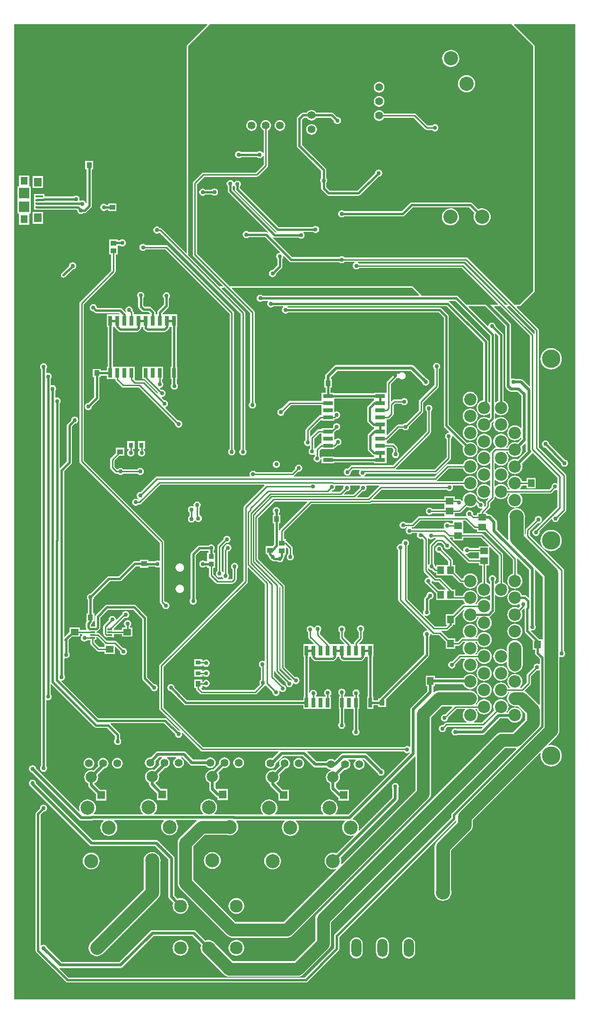
<source format=gbl>
G04*
G04 #@! TF.GenerationSoftware,Altium Limited,Altium Designer,18.1.9 (240)*
G04*
G04 Layer_Physical_Order=2*
G04 Layer_Color=16711680*
%FSLAX25Y25*%
%MOIN*%
G70*
G01*
G75*
%ADD15C,0.01000*%
%ADD19R,0.05118X0.05709*%
%ADD20R,0.04528X0.05315*%
%ADD23R,0.05315X0.04528*%
%ADD26R,0.06890X0.02559*%
%ADD29R,0.03740X0.03347*%
%ADD30R,0.03937X0.03543*%
%ADD31R,0.03543X0.03937*%
%ADD41R,0.03543X0.01181*%
%ADD45R,0.05315X0.05709*%
%ADD48R,0.02559X0.06890*%
%ADD90C,0.01500*%
%ADD91C,0.01512*%
%ADD92C,0.02138*%
%ADD93C,0.02134*%
%ADD95C,0.09567*%
%ADD96C,0.09055*%
%ADD98C,0.19685*%
%ADD99C,0.10000*%
%ADD100C,0.05512*%
%ADD101C,0.12992*%
%ADD102C,0.08661*%
%ADD103C,0.09055*%
%ADD104C,0.09843*%
%ADD105C,0.07874*%
%ADD106O,0.07087X0.12795*%
%ADD107C,0.03000*%
%ADD108R,0.03543X0.03150*%
%ADD109R,0.03150X0.03543*%
%ADD110R,0.05315X0.01575*%
%ADD111R,0.07480X0.07480*%
%ADD112R,0.05512X0.06299*%
%ADD113C,0.08661*%
G36*
X458338Y596954D02*
X458825Y596226D01*
X458842Y596215D01*
Y594587D01*
X458978Y593902D01*
X459365Y593322D01*
X487810Y564877D01*
X488390Y564490D01*
X488324Y563993D01*
X487749D01*
X457418Y594323D01*
Y596490D01*
X457435Y596502D01*
X457771Y597005D01*
X457952Y597023D01*
X458338Y596954D01*
D02*
G37*
G36*
X653937Y710630D02*
X669291Y695276D01*
Y522835D01*
X659449Y512992D01*
X656106D01*
X623132Y545966D01*
X622634Y546299D01*
X622047Y546415D01*
X536377D01*
X536195Y546687D01*
X535367Y547240D01*
X534390Y547435D01*
X533413Y547240D01*
X532584Y546687D01*
X532573Y546670D01*
X499323D01*
X485476Y560517D01*
X485795Y560906D01*
X486323Y560553D01*
X487008Y560416D01*
X503695D01*
X503707Y560399D01*
X504535Y559846D01*
X505512Y559652D01*
X506489Y559846D01*
X507317Y560399D01*
X507870Y561228D01*
X508065Y562205D01*
X507870Y563182D01*
X507422Y563853D01*
X507634Y564353D01*
X513932D01*
X513943Y564336D01*
X514771Y563783D01*
X515748Y563589D01*
X516725Y563783D01*
X517553Y564336D01*
X518107Y565165D01*
X518301Y566142D01*
X518107Y567119D01*
X517553Y567947D01*
X516725Y568500D01*
X515748Y568695D01*
X514771Y568500D01*
X513943Y567947D01*
X513932Y567930D01*
X489816D01*
X462418Y595327D01*
Y596215D01*
X462435Y596226D01*
X462989Y597054D01*
X463183Y598032D01*
X462989Y599009D01*
X462435Y599837D01*
X461607Y600390D01*
X460630Y600585D01*
X459653Y600390D01*
X458825Y599837D01*
X458489Y599334D01*
X458308Y599316D01*
X457921Y599385D01*
X457435Y600112D01*
X456607Y600666D01*
X455630Y600860D01*
X454653Y600666D01*
X453825Y600112D01*
X453271Y599284D01*
X453077Y598307D01*
X453271Y597330D01*
X453825Y596502D01*
X453842Y596490D01*
Y593583D01*
X453978Y592898D01*
X454365Y592318D01*
X482398Y564286D01*
X482079Y563898D01*
X481551Y564251D01*
X480866Y564387D01*
X468746D01*
X468734Y564404D01*
X467906Y564957D01*
X466929Y565151D01*
X465952Y564957D01*
X465124Y564404D01*
X464571Y563575D01*
X464376Y562598D01*
X464571Y561621D01*
X465124Y560793D01*
X465952Y560240D01*
X466929Y560045D01*
X467906Y560240D01*
X468734Y560793D01*
X468746Y560810D01*
X480125D01*
X490696Y550239D01*
X490451Y549777D01*
X489574Y549603D01*
X488746Y549049D01*
X488193Y548221D01*
X487998Y547244D01*
X488193Y546267D01*
X488746Y545439D01*
X488757Y545432D01*
Y540999D01*
X485446Y537688D01*
X485433Y537691D01*
X484456Y537497D01*
X483628Y536943D01*
X483074Y536115D01*
X482880Y535138D01*
X483074Y534161D01*
X483628Y533333D01*
X484456Y532779D01*
X485433Y532585D01*
X486410Y532779D01*
X487238Y533333D01*
X487792Y534161D01*
X487986Y535138D01*
X487984Y535151D01*
X491820Y538987D01*
X491820Y538987D01*
X492209Y539569D01*
X492346Y540256D01*
Y545432D01*
X492356Y545439D01*
X492910Y546267D01*
X493084Y547144D01*
X493546Y547389D01*
X497318Y543617D01*
X497898Y543230D01*
X498583Y543094D01*
X532573D01*
X532584Y543077D01*
X533413Y542523D01*
X534390Y542329D01*
X535367Y542523D01*
X536195Y543077D01*
X536377Y543349D01*
X543336D01*
X543355Y543300D01*
X543419Y542848D01*
X542683Y542356D01*
X542130Y541528D01*
X541935Y540551D01*
X542130Y539574D01*
X542683Y538746D01*
X543511Y538193D01*
X544488Y537998D01*
X545465Y538193D01*
X546293Y538746D01*
X546475Y539018D01*
X619050D01*
X644614Y513454D01*
X644422Y512992D01*
X622214D01*
X616225Y518981D01*
X615645Y519369D01*
X614961Y519505D01*
X590731D01*
X584252Y525984D01*
X455318D01*
X432242Y549060D01*
Y598184D01*
X437249Y603191D01*
X474409D01*
X474996Y603308D01*
X475494Y603640D01*
X481793Y609939D01*
X482125Y610437D01*
X482242Y611024D01*
Y635936D01*
X482605Y636086D01*
X483390Y636689D01*
X483993Y637474D01*
X484372Y638389D01*
X484501Y639370D01*
X484372Y640352D01*
X483993Y641266D01*
X483390Y642052D01*
X482605Y642654D01*
X481690Y643033D01*
X480709Y643162D01*
X479727Y643033D01*
X478813Y642654D01*
X478027Y642052D01*
X477424Y641266D01*
X477046Y640352D01*
X476916Y639370D01*
X477046Y638389D01*
X477424Y637474D01*
X478027Y636689D01*
X478813Y636086D01*
X479175Y635936D01*
Y620050D01*
X479127Y620030D01*
X478675Y619966D01*
X478183Y620703D01*
X477355Y621256D01*
X476378Y621451D01*
X475401Y621256D01*
X474573Y620703D01*
X474561Y620686D01*
X463293D01*
X463282Y620703D01*
X462453Y621256D01*
X461476Y621451D01*
X460499Y621256D01*
X459671Y620703D01*
X459118Y619875D01*
X458923Y618898D01*
X459118Y617921D01*
X459671Y617092D01*
X460499Y616539D01*
X461476Y616345D01*
X462453Y616539D01*
X463282Y617092D01*
X463293Y617109D01*
X474561D01*
X474573Y617092D01*
X475401Y616539D01*
X476378Y616345D01*
X477355Y616539D01*
X478183Y617092D01*
X478675Y617829D01*
X479127Y617765D01*
X479175Y617746D01*
Y611659D01*
X473774Y606258D01*
X436614D01*
X436027Y606141D01*
X435530Y605809D01*
X429624Y599903D01*
X429292Y599406D01*
X429175Y598819D01*
Y548425D01*
X429292Y547838D01*
X429624Y547341D01*
X450519Y526446D01*
X450328Y525984D01*
X448035D01*
X425984Y548035D01*
Y695276D01*
X441339Y710630D01*
X653937Y710630D01*
D02*
G37*
G36*
X698819Y23622D02*
X303150Y23622D01*
X303150Y710630D01*
X439238D01*
X439429Y710168D01*
X425260Y695999D01*
X425039Y695667D01*
X424961Y695276D01*
Y549706D01*
X424499Y549515D01*
X407184Y566829D01*
X406688Y567161D01*
X406102Y567277D01*
X405922D01*
X405739Y567550D01*
X404913Y568103D01*
X403937Y568297D01*
X402962Y568103D01*
X402135Y567550D01*
X401582Y566723D01*
X401388Y565748D01*
X401582Y564773D01*
X402135Y563946D01*
X402962Y563393D01*
X403937Y563199D01*
X404913Y563393D01*
X405739Y563946D01*
X405742Y563946D01*
X463037Y506650D01*
Y411532D01*
X462765Y411350D01*
X462212Y410523D01*
X462018Y409547D01*
X462212Y408572D01*
X462765Y407745D01*
X463591Y407192D01*
X464567Y406998D01*
X465542Y407192D01*
X466369Y407745D01*
X466922Y408572D01*
X467116Y409547D01*
X466922Y410523D01*
X466369Y411350D01*
X466096Y411532D01*
Y507283D01*
X465980Y507869D01*
X465648Y508365D01*
X449515Y524499D01*
X449706Y524961D01*
X450328D01*
X450719Y525039D01*
X451052Y525260D01*
X451399Y525333D01*
X451676Y525295D01*
X469731Y507240D01*
Y444504D01*
X469457Y444322D01*
X468905Y443495D01*
X468711Y442520D01*
X468905Y441544D01*
X469457Y440717D01*
X470284Y440165D01*
X471260Y439971D01*
X472235Y440165D01*
X473062Y440717D01*
X473615Y441544D01*
X473809Y442520D01*
X473615Y443495D01*
X473062Y444322D01*
X472789Y444504D01*
Y507874D01*
X472673Y508459D01*
X472341Y508955D01*
X456798Y524499D01*
X456989Y524961D01*
X583828D01*
X588826Y519963D01*
X588634Y519501D01*
X478586D01*
X478574Y519519D01*
X477747Y520072D01*
X476772Y520265D01*
X475796Y520072D01*
X474969Y519519D01*
X474417Y518692D01*
X474223Y517717D01*
X474417Y516741D01*
X474969Y515914D01*
X475796Y515362D01*
X476772Y515168D01*
X477747Y515362D01*
X478574Y515914D01*
X478586Y515932D01*
X482142D01*
X482350Y515432D01*
X481897Y514755D01*
X481703Y513779D01*
X481897Y512804D01*
X482450Y511977D01*
X483277Y511425D01*
X484252Y511231D01*
X485227Y511425D01*
X486054Y511977D01*
X486066Y511995D01*
X492899D01*
X493051Y511495D01*
X492686Y511251D01*
X492133Y510424D01*
X491939Y509449D01*
X492133Y508473D01*
X492686Y507646D01*
X493513Y507094D01*
X494488Y506900D01*
X495464Y507094D01*
X496291Y507646D01*
X496303Y507664D01*
X602411D01*
X606090Y503985D01*
Y427953D01*
X606226Y427270D01*
X606612Y426691D01*
X609842Y423461D01*
X609593Y423003D01*
X608709Y422827D01*
X607882Y422275D01*
X607330Y421448D01*
X607136Y420472D01*
X607330Y419497D01*
X607882Y418670D01*
X608155Y418488D01*
Y405752D01*
X599603Y397199D01*
X572411D01*
X572204Y397699D01*
X596751Y422245D01*
X597082Y422742D01*
X597199Y423327D01*
Y438173D01*
X597472Y438355D01*
X598024Y439182D01*
X598218Y440158D01*
X598024Y441133D01*
X597472Y441960D01*
X596645Y442512D01*
X595669Y442706D01*
X594694Y442512D01*
X593867Y441960D01*
X593314Y441133D01*
X593120Y440158D01*
X593314Y439182D01*
X593867Y438355D01*
X594140Y438173D01*
Y423960D01*
X570134Y399955D01*
X541339D01*
X540753Y399838D01*
X540257Y399507D01*
X538511Y397761D01*
X538189Y397825D01*
X537214Y397631D01*
X536387Y397078D01*
X535834Y396251D01*
X535640Y395276D01*
X535834Y394300D01*
X536387Y393473D01*
X537214Y392921D01*
X538189Y392727D01*
X539164Y392921D01*
X539991Y393473D01*
X540544Y394300D01*
X540738Y395276D01*
X540674Y395598D01*
X541972Y396896D01*
X546557D01*
X546824Y396396D01*
X546464Y395857D01*
X546270Y394882D01*
X546464Y393906D01*
X547016Y393079D01*
X547763Y392581D01*
X547732Y392223D01*
X547680Y392081D01*
X500781D01*
X500630Y392581D01*
X500688Y392619D01*
X503615Y395547D01*
X503937Y395482D01*
X504913Y395676D01*
X505739Y396229D01*
X506292Y397056D01*
X506486Y398031D01*
X506292Y399007D01*
X505739Y399834D01*
X504913Y400386D01*
X503937Y400581D01*
X502962Y400386D01*
X502135Y399834D01*
X501582Y399007D01*
X501388Y398031D01*
X501452Y397709D01*
X498973Y395230D01*
X473638D01*
X473456Y395503D01*
X472629Y396056D01*
X471654Y396250D01*
X470678Y396056D01*
X469851Y395503D01*
X469299Y394676D01*
X469105Y393701D01*
X469299Y392725D01*
X469435Y392522D01*
X469199Y392081D01*
X403937D01*
X403352Y391964D01*
X402855Y391633D01*
X392448Y381225D01*
X392126Y381289D01*
X391150Y381095D01*
X390324Y380543D01*
X389771Y379716D01*
X389577Y378740D01*
X389771Y377765D01*
X390324Y376938D01*
X390865Y376576D01*
X391015Y375952D01*
X391007Y375926D01*
X390929Y375819D01*
X390779Y375818D01*
X389952Y376371D01*
X388976Y376565D01*
X388001Y376371D01*
X387174Y375818D01*
X386621Y374991D01*
X386427Y374016D01*
X386621Y373040D01*
X387174Y372213D01*
X388001Y371661D01*
X388976Y371467D01*
X389952Y371661D01*
X390779Y372213D01*
X390961Y372486D01*
X391732D01*
X392318Y372603D01*
X392814Y372934D01*
X406189Y386310D01*
X479503D01*
X479710Y385810D01*
X465454Y371554D01*
X465123Y371058D01*
X465006Y370472D01*
Y318744D01*
X406005Y259743D01*
X405674Y259247D01*
X405557Y258661D01*
Y228740D01*
X405674Y228155D01*
X406005Y227659D01*
X420179Y213485D01*
X419933Y213024D01*
X419153Y213179D01*
X419132Y213175D01*
X410966Y221340D01*
X410388Y221727D01*
X409705Y221863D01*
X362550D01*
X336646Y247767D01*
X336842Y248278D01*
X337619Y248432D01*
X338445Y248985D01*
X338998Y249812D01*
X339192Y250787D01*
X338998Y251763D01*
X338445Y252590D01*
X338427Y252602D01*
Y263865D01*
X338927Y264152D01*
X339763Y263986D01*
X340739Y264180D01*
X341565Y264733D01*
X342118Y265560D01*
X342312Y266535D01*
X342118Y267510D01*
X341565Y268337D01*
X341547Y268349D01*
Y276772D01*
X341540Y276812D01*
X344043Y279315D01*
X349721D01*
Y280951D01*
X351254D01*
X351406Y280451D01*
X350954Y280149D01*
X350401Y279322D01*
X350207Y278346D01*
X350401Y277371D01*
X350954Y276544D01*
X351781Y275992D01*
X352756Y275798D01*
X353731Y275992D01*
X354558Y276544D01*
X354812Y276923D01*
X356935D01*
Y274606D01*
X357052Y274021D01*
X357383Y273525D01*
X361517Y269391D01*
X362013Y269059D01*
X362598Y268943D01*
X367012D01*
Y267209D01*
X374327D01*
Y272070D01*
X374789Y272261D01*
X377830Y269220D01*
X377766Y268898D01*
X377960Y267922D01*
X378513Y267095D01*
X379340Y266543D01*
X380315Y266349D01*
X381290Y266543D01*
X382117Y267095D01*
X382670Y267922D01*
X382864Y268898D01*
X382670Y269873D01*
X382117Y270700D01*
X381290Y271253D01*
X380315Y271447D01*
X379993Y271383D01*
X375491Y275885D01*
X374995Y276216D01*
X374410Y276332D01*
X368744D01*
X363483Y281593D01*
X362987Y281925D01*
X362402Y282041D01*
X361236D01*
Y282855D01*
X361828Y282973D01*
X362408Y283361D01*
X363471Y284423D01*
X363859Y285004D01*
X363995Y285689D01*
Y292762D01*
X369442Y298210D01*
X387054D01*
X393485Y291778D01*
Y250000D01*
X393622Y249315D01*
X394010Y248734D01*
X399422Y243321D01*
X399419Y243307D01*
X399613Y242332D01*
X400166Y241505D01*
X400993Y240952D01*
X401968Y240758D01*
X402944Y240952D01*
X403771Y241505D01*
X404323Y242332D01*
X404518Y243307D01*
X404323Y244283D01*
X403771Y245110D01*
X402944Y245662D01*
X401968Y245856D01*
X401954Y245853D01*
X397066Y250742D01*
Y292520D01*
X396930Y293205D01*
X396542Y293786D01*
X389061Y301266D01*
X388480Y301654D01*
X387795Y301790D01*
X368701D01*
X368016Y301654D01*
X367435Y301266D01*
X360939Y294770D01*
X360551Y294189D01*
X360414Y293504D01*
Y286431D01*
X360401Y286417D01*
X357355D01*
X357302Y286470D01*
Y287814D01*
X358254Y288767D01*
X358642Y289347D01*
X358761Y289945D01*
X359760D01*
Y295882D01*
X358779D01*
Y305210D01*
X358889Y305284D01*
X359442Y306111D01*
X359636Y307087D01*
X359633Y307101D01*
X370820Y318288D01*
X377559D01*
X378244Y318425D01*
X378825Y318813D01*
X388852Y328840D01*
X391913D01*
Y327858D01*
X397850D01*
Y328721D01*
X402520D01*
X402528Y328709D01*
X403355Y328157D01*
X404331Y327963D01*
X405306Y328157D01*
X405510Y328293D01*
X405951Y328057D01*
Y303937D01*
X406067Y303352D01*
X406399Y302856D01*
X407751Y301503D01*
X407687Y301181D01*
X407881Y300206D01*
X408434Y299379D01*
X409261Y298826D01*
X410236Y298632D01*
X411212Y298826D01*
X412039Y299379D01*
X412591Y300206D01*
X412785Y301181D01*
X412591Y302157D01*
X412039Y302983D01*
X411212Y303536D01*
X410236Y303730D01*
X409914Y303666D01*
X409010Y304571D01*
Y346063D01*
X408893Y346648D01*
X408562Y347144D01*
X352317Y403389D01*
Y513540D01*
X374310Y535533D01*
X374641Y536029D01*
X374758Y536614D01*
Y548410D01*
X376197D01*
Y553724D01*
Y554909D01*
X377713D01*
X377725Y554890D01*
X378552Y554338D01*
X379528Y554144D01*
X380503Y554338D01*
X381330Y554890D01*
X381883Y555718D01*
X382077Y556693D01*
X381883Y557668D01*
X381330Y558495D01*
X380503Y559048D01*
X379528Y559242D01*
X378552Y559048D01*
X377725Y558495D01*
X377713Y558477D01*
X376197D01*
Y559268D01*
X370260D01*
Y553724D01*
Y548410D01*
X371699D01*
Y537248D01*
X349706Y515255D01*
X349374Y514758D01*
X349258Y514173D01*
Y402756D01*
X349374Y402171D01*
X349706Y401675D01*
X405951Y345429D01*
Y332966D01*
X405510Y332731D01*
X405306Y332867D01*
X404331Y333061D01*
X403355Y332867D01*
X402528Y332314D01*
X402520Y332302D01*
X397850D01*
Y333402D01*
X391913D01*
Y332420D01*
X388110D01*
X387425Y332284D01*
X386844Y331896D01*
X376817Y321869D01*
X370079D01*
X369394Y321733D01*
X368813Y321345D01*
X357101Y309633D01*
X357087Y309636D01*
X356111Y309442D01*
X355284Y308889D01*
X354732Y308062D01*
X354538Y307087D01*
X354732Y306111D01*
X355198Y305413D01*
Y295882D01*
X354217D01*
Y289945D01*
X354217Y289945D01*
X354042Y289517D01*
X353858Y289241D01*
X353721Y288556D01*
Y285729D01*
X353858Y285044D01*
X354215Y284510D01*
X354142Y284212D01*
X354058Y284010D01*
X349721D01*
Y285842D01*
X342406D01*
Y282724D01*
X338889Y279208D01*
X338427Y279399D01*
Y395746D01*
X343388Y400707D01*
X343388Y400707D01*
X343774Y401286D01*
X343910Y401968D01*
Y427214D01*
X346042Y429345D01*
X346063Y429341D01*
X347038Y429535D01*
X347865Y430087D01*
X348418Y430914D01*
X348612Y431890D01*
X348418Y432865D01*
X347865Y433692D01*
X347038Y434245D01*
X346063Y434439D01*
X345088Y434245D01*
X344261Y433692D01*
X343708Y432865D01*
X343514Y431890D01*
X343518Y431868D01*
X340864Y429214D01*
X340477Y428636D01*
X340342Y427953D01*
Y402708D01*
X335749Y398115D01*
X335249Y398322D01*
Y443461D01*
X335267Y443473D01*
X335820Y444300D01*
X336014Y445276D01*
X335820Y446251D01*
X335267Y447078D01*
X334440Y447631D01*
X333465Y447825D01*
X332599Y447652D01*
X332099Y447926D01*
Y452122D01*
X332117Y452135D01*
X332670Y452962D01*
X332864Y453937D01*
X332670Y454913D01*
X332117Y455739D01*
X331290Y456292D01*
X330315Y456486D01*
X329450Y456314D01*
X328950Y456587D01*
Y460784D01*
X328968Y460796D01*
X329520Y461623D01*
X329714Y462598D01*
X329520Y463574D01*
X328968Y464401D01*
X328141Y464953D01*
X327165Y465147D01*
X326300Y464975D01*
X325800Y465248D01*
Y467477D01*
X325818Y467489D01*
X326371Y468316D01*
X326565Y469291D01*
X326371Y470267D01*
X325818Y471094D01*
X324991Y471646D01*
X324016Y471840D01*
X323040Y471646D01*
X322213Y471094D01*
X321661Y470267D01*
X321467Y469291D01*
X321661Y468316D01*
X322213Y467489D01*
X322232Y467477D01*
Y188429D01*
X322213Y188417D01*
X321661Y187590D01*
X321467Y186614D01*
X321661Y185639D01*
X322213Y184812D01*
X323040Y184259D01*
X324016Y184065D01*
X324991Y184259D01*
X325818Y184812D01*
X326371Y185639D01*
X326565Y186614D01*
X326371Y187590D01*
X325818Y188417D01*
X325800Y188429D01*
Y234358D01*
X326300Y234631D01*
X327165Y234459D01*
X328141Y234653D01*
X328968Y235206D01*
X329520Y236032D01*
X329714Y237008D01*
X329520Y237983D01*
X328968Y238810D01*
X328950Y238822D01*
Y245725D01*
X329450Y245932D01*
X359714Y215668D01*
X360293Y215281D01*
X360976Y215145D01*
X360976Y215145D01*
X368749D01*
X374397Y209497D01*
Y207326D01*
X374379Y207314D01*
X373826Y206487D01*
X373632Y205512D01*
X373826Y204536D01*
X374379Y203709D01*
X375206Y203157D01*
X376181Y202963D01*
X377157Y203157D01*
X377983Y203709D01*
X378536Y204536D01*
X378730Y205512D01*
X378536Y206487D01*
X377983Y207314D01*
X377965Y207326D01*
Y210236D01*
X377830Y210919D01*
X377443Y211498D01*
X377443Y211498D01*
X371146Y217794D01*
X371353Y218295D01*
X408966D01*
X416609Y210651D01*
X416605Y210630D01*
X416799Y209654D01*
X417351Y208827D01*
X418178Y208275D01*
X419153Y208081D01*
X420129Y208275D01*
X420956Y208827D01*
X421509Y209654D01*
X421702Y210630D01*
X421548Y211409D01*
X422008Y211656D01*
X434745Y198919D01*
X435242Y198587D01*
X435827Y198471D01*
X489480D01*
X489671Y198009D01*
X485332Y193669D01*
X484977Y193817D01*
X483996Y193946D01*
X483016Y193817D01*
X482102Y193438D01*
X481317Y192836D01*
X480715Y192052D01*
X480337Y191138D01*
X480208Y190157D01*
X480337Y189177D01*
X480715Y188263D01*
X481317Y187479D01*
X482102Y186877D01*
X483016Y186498D01*
X483996Y186369D01*
X484977Y186498D01*
X485890Y186877D01*
X486675Y187479D01*
X487277Y188263D01*
X487655Y189177D01*
X487784Y190155D01*
X492764Y195135D01*
X506800D01*
X514056Y187879D01*
X514740Y187421D01*
X515547Y187261D01*
X523400D01*
X523837Y186691D01*
X524622Y186089D01*
X525535Y185711D01*
X526516Y185582D01*
X526663Y185601D01*
X526762Y185125D01*
X525561Y184627D01*
X524530Y183836D01*
X523739Y182805D01*
X523241Y181604D01*
X523072Y180315D01*
X523241Y179026D01*
X523739Y177825D01*
X524530Y176794D01*
X525561Y176003D01*
X525942Y175845D01*
Y172441D01*
X526102Y171634D01*
X526560Y170949D01*
X531284Y166225D01*
X531776Y165896D01*
Y163862D01*
X539091D01*
Y171571D01*
X531905D01*
X530161Y173315D01*
Y175845D01*
X530541Y176003D01*
X531572Y176794D01*
X532364Y177825D01*
X532861Y179026D01*
X533031Y180315D01*
X532861Y181604D01*
X532704Y181984D01*
X536326Y185607D01*
X536516Y185582D01*
X537496Y185711D01*
X538410Y186089D01*
X539194Y186691D01*
X539796Y187476D01*
X540175Y188390D01*
X540304Y189370D01*
X540175Y190351D01*
X539796Y191264D01*
X539194Y192049D01*
X538903Y192272D01*
X539073Y192772D01*
X543959D01*
X544129Y192272D01*
X543837Y192049D01*
X543235Y191264D01*
X542857Y190351D01*
X542727Y189370D01*
X542857Y188390D01*
X543235Y187476D01*
X543837Y186691D01*
X544622Y186089D01*
X545535Y185711D01*
X546516Y185582D01*
X547496Y185711D01*
X548410Y186089D01*
X549194Y186691D01*
X549796Y187476D01*
X550175Y188390D01*
X550304Y189370D01*
X550175Y190351D01*
X549796Y191264D01*
X549194Y192049D01*
X548903Y192272D01*
X549073Y192772D01*
X549892D01*
X559370Y183294D01*
X559456Y182861D01*
X560009Y182034D01*
X560836Y181481D01*
X561811Y181287D01*
X562786Y181481D01*
X563613Y182034D01*
X564166Y182861D01*
X564360Y183836D01*
X564166Y184811D01*
X563613Y185638D01*
X562786Y186191D01*
X562353Y186277D01*
X552257Y196373D01*
X551573Y196831D01*
X550765Y196991D01*
X535027D01*
X534220Y196831D01*
X533535Y196373D01*
X529210Y192048D01*
X529194Y192049D01*
X528410Y192651D01*
X527496Y193029D01*
X526516Y193158D01*
X525535Y193029D01*
X524622Y192651D01*
X523837Y192049D01*
X523400Y191480D01*
X516421D01*
X509892Y198009D01*
X510083Y198471D01*
X578199D01*
X578513Y198001D01*
X579340Y197448D01*
X580315Y197254D01*
X581290Y197448D01*
X581604Y197658D01*
X582175Y197438D01*
X582190Y197378D01*
X538793Y153981D01*
X529865D01*
X529745Y154314D01*
X529721Y154481D01*
X530439Y155356D01*
X530989Y156385D01*
X531328Y157501D01*
X531442Y158661D01*
X531328Y159822D01*
X530989Y160938D01*
X530439Y161967D01*
X529699Y162869D01*
X528798Y163609D01*
X527769Y164158D01*
X526653Y164497D01*
X525492Y164611D01*
X524331Y164497D01*
X523215Y164158D01*
X522187Y163609D01*
X521285Y162869D01*
X520545Y161967D01*
X519995Y160938D01*
X519657Y159822D01*
X519542Y158661D01*
X519657Y157501D01*
X519995Y156385D01*
X520545Y155356D01*
X521263Y154481D01*
X521239Y154314D01*
X521120Y153981D01*
X487345D01*
X487225Y154314D01*
X487201Y154481D01*
X487920Y155356D01*
X488469Y156385D01*
X488808Y157501D01*
X488922Y158661D01*
X488808Y159822D01*
X488469Y160938D01*
X487920Y161967D01*
X487180Y162869D01*
X486278Y163609D01*
X485249Y164158D01*
X484133Y164497D01*
X482972Y164611D01*
X481812Y164497D01*
X480695Y164158D01*
X479667Y163609D01*
X478765Y162869D01*
X478025Y161967D01*
X477475Y160938D01*
X477137Y159822D01*
X477023Y158661D01*
X477137Y157501D01*
X477475Y156385D01*
X478025Y155356D01*
X478744Y154481D01*
X478719Y154314D01*
X478600Y153981D01*
X459084D01*
X459033Y154015D01*
X458226Y154175D01*
X444582D01*
X444414Y154646D01*
X444660Y154848D01*
X445400Y155749D01*
X445950Y156778D01*
X446288Y157894D01*
X446403Y159055D01*
X446288Y160216D01*
X445950Y161332D01*
X445400Y162361D01*
X444660Y163262D01*
X443758Y164002D01*
X442730Y164552D01*
X441613Y164891D01*
X440453Y165005D01*
X439292Y164891D01*
X438176Y164552D01*
X437147Y164002D01*
X436245Y163262D01*
X435506Y162361D01*
X434956Y161332D01*
X434617Y160216D01*
X434503Y159055D01*
X434617Y157894D01*
X434956Y156778D01*
X435506Y155749D01*
X436245Y154848D01*
X436492Y154646D01*
X436323Y154175D01*
X402063D01*
X401894Y154646D01*
X402140Y154848D01*
X402880Y155749D01*
X403430Y156778D01*
X403769Y157894D01*
X403883Y159055D01*
X403769Y160216D01*
X403430Y161332D01*
X402880Y162361D01*
X402140Y163262D01*
X401239Y164002D01*
X400210Y164552D01*
X399094Y164891D01*
X397933Y165005D01*
X396772Y164891D01*
X395656Y164552D01*
X394627Y164002D01*
X393726Y163262D01*
X392986Y162361D01*
X392436Y161332D01*
X392097Y160216D01*
X391983Y159055D01*
X392097Y157894D01*
X392436Y156778D01*
X392986Y155749D01*
X393726Y154848D01*
X393972Y154646D01*
X393804Y154175D01*
X359645D01*
X359408Y154675D01*
X359967Y155356D01*
X360517Y156385D01*
X360855Y157501D01*
X360970Y158661D01*
X360855Y159822D01*
X360517Y160938D01*
X359967Y161967D01*
X359227Y162869D01*
X358325Y163609D01*
X357297Y164158D01*
X356181Y164497D01*
X355020Y164611D01*
X353859Y164497D01*
X352743Y164158D01*
X351714Y163609D01*
X350813Y162869D01*
X350073Y161967D01*
X349523Y160938D01*
X349184Y159822D01*
X349070Y158661D01*
X349184Y157501D01*
X349459Y156593D01*
X349017Y156328D01*
X318583Y186762D01*
X318497Y187196D01*
X317944Y188023D01*
X317117Y188575D01*
X316142Y188769D01*
X315166Y188575D01*
X314339Y188023D01*
X313787Y187196D01*
X313593Y186221D01*
X313787Y185245D01*
X314339Y184418D01*
X315166Y183865D01*
X315600Y183779D01*
X348999Y150380D01*
X349684Y149922D01*
X350491Y149762D01*
X357832D01*
X358640Y149922D01*
X358690Y149956D01*
X366042D01*
X366220Y149456D01*
X365773Y149089D01*
X365033Y148187D01*
X364483Y147159D01*
X364145Y146043D01*
X364030Y144882D01*
X364145Y143721D01*
X364483Y142605D01*
X365033Y141576D01*
X365773Y140675D01*
X366675Y139935D01*
X367703Y139385D01*
X368819Y139046D01*
X369980Y138932D01*
X371141Y139046D01*
X372257Y139385D01*
X373286Y139935D01*
X374187Y140675D01*
X374927Y141576D01*
X375477Y142605D01*
X375816Y143721D01*
X375930Y144882D01*
X375816Y146043D01*
X375477Y147159D01*
X374927Y148187D01*
X374187Y149089D01*
X373740Y149456D01*
X373919Y149956D01*
X408521D01*
X408641Y149623D01*
X408665Y149456D01*
X407946Y148581D01*
X407397Y147553D01*
X407058Y146436D01*
X406944Y145276D01*
X407058Y144115D01*
X407397Y142999D01*
X407946Y141970D01*
X408686Y141068D01*
X409588Y140328D01*
X410617Y139779D01*
X411733Y139440D01*
X412894Y139326D01*
X414054Y139440D01*
X415171Y139779D01*
X416199Y140328D01*
X417101Y141068D01*
X417841Y141970D01*
X418391Y142999D01*
X418729Y144115D01*
X418844Y145276D01*
X418729Y146436D01*
X418391Y147553D01*
X417841Y148581D01*
X417123Y149456D01*
X417147Y149623D01*
X417266Y149956D01*
X431632D01*
X431802Y149456D01*
X431491Y149218D01*
X420073Y137801D01*
X419187Y136646D01*
X418631Y135301D01*
X418440Y133858D01*
Y105791D01*
X418631Y104348D01*
X419187Y103004D01*
X420073Y101849D01*
X436298Y85625D01*
X453030Y68892D01*
X454185Y68006D01*
X455529Y67449D01*
X456972Y67259D01*
X495669D01*
X497112Y67449D01*
X498457Y68006D01*
X499612Y68892D01*
X595675Y164955D01*
X596561Y166110D01*
X597118Y167455D01*
X597307Y168898D01*
Y222494D01*
X605065Y230252D01*
X612081D01*
X612272Y229790D01*
X607015Y224532D01*
X606693Y224596D01*
X605718Y224402D01*
X604890Y223850D01*
X604338Y223023D01*
X604144Y222047D01*
X604338Y221072D01*
X604890Y220245D01*
X605718Y219692D01*
X606693Y219498D01*
X607668Y219692D01*
X608495Y220245D01*
X609048Y221072D01*
X609242Y222047D01*
X609178Y222369D01*
X615200Y228392D01*
X620972D01*
X621133Y227918D01*
X621001Y227818D01*
X620147Y226704D01*
X619610Y225407D01*
X619426Y224016D01*
X619610Y222624D01*
X620147Y221327D01*
X621001Y220214D01*
X622115Y219359D01*
X622155Y219343D01*
X622058Y218852D01*
X607874D01*
X607289Y218736D01*
X606793Y218404D01*
X605440Y217052D01*
X605118Y217116D01*
X604143Y216922D01*
X603316Y216369D01*
X602763Y215542D01*
X602569Y214567D01*
X602763Y213592D01*
X603316Y212765D01*
X604143Y212212D01*
X605118Y212018D01*
X606094Y212212D01*
X606920Y212765D01*
X607473Y213592D01*
X607667Y214567D01*
X607603Y214889D01*
X608507Y215793D01*
X633366D01*
X633573Y215293D01*
X632592Y214312D01*
X615519D01*
X615149Y214560D01*
X614173Y214754D01*
X613198Y214560D01*
X612371Y214007D01*
X611818Y213180D01*
X611624Y212205D01*
X611818Y211229D01*
X612371Y210402D01*
X613198Y209850D01*
X614173Y209656D01*
X615149Y209850D01*
X615519Y210097D01*
X633465D01*
X634271Y210258D01*
X634955Y210715D01*
X645856Y221616D01*
X651523D01*
X651643Y221327D01*
X652497Y220214D01*
X653611Y219359D01*
X654908Y218822D01*
X656299Y218639D01*
X657691Y218822D01*
X658988Y219359D01*
X660101Y220214D01*
X660956Y221327D01*
X661493Y222624D01*
X661676Y224016D01*
X661493Y225407D01*
X660956Y226704D01*
X660101Y227818D01*
X658988Y228672D01*
X657691Y229209D01*
X656299Y229393D01*
X654908Y229209D01*
X653611Y228672D01*
X652497Y227818D01*
X651643Y226704D01*
X651281Y225831D01*
X650668D01*
X650421Y226331D01*
X651113Y227233D01*
X651650Y228530D01*
X651833Y229921D01*
X651650Y231313D01*
X651113Y232610D01*
X650259Y233723D01*
X649145Y234578D01*
X647848Y235115D01*
X646457Y235298D01*
X645065Y235115D01*
X643768Y234578D01*
X642655Y233723D01*
X641800Y232610D01*
X641263Y231313D01*
X641080Y229921D01*
X641263Y228530D01*
X641743Y227371D01*
X633225Y218852D01*
X627549D01*
X627451Y219343D01*
X627492Y219359D01*
X628605Y220214D01*
X629459Y221327D01*
X629997Y222624D01*
X630180Y224016D01*
X629997Y225407D01*
X629459Y226704D01*
X628605Y227818D01*
X628474Y227918D01*
X628635Y228392D01*
X629509D01*
X629989Y227233D01*
X630844Y226119D01*
X631957Y225265D01*
X633254Y224728D01*
X634646Y224545D01*
X636037Y224728D01*
X637334Y225265D01*
X638448Y226119D01*
X639302Y227233D01*
X639839Y228530D01*
X640022Y229921D01*
X639839Y231313D01*
X639302Y232610D01*
X638448Y233723D01*
X637334Y234578D01*
X636037Y235115D01*
X634646Y235298D01*
X633254Y235115D01*
X631957Y234578D01*
X630844Y233723D01*
X629989Y232610D01*
X629509Y231451D01*
X628918D01*
X628796Y231951D01*
X629632Y233039D01*
X630188Y234384D01*
X630378Y235827D01*
X630188Y237270D01*
X629632Y238614D01*
X628745Y239769D01*
X627591Y240655D01*
X626246Y241212D01*
X624803Y241402D01*
X602756D01*
X601313Y241212D01*
X599968Y240655D01*
X599361Y240189D01*
X598861Y240436D01*
Y244374D01*
X600016D01*
Y245922D01*
X619744D01*
X620147Y244949D01*
X621001Y243836D01*
X622115Y242981D01*
X623412Y242444D01*
X624803Y242261D01*
X626195Y242444D01*
X627492Y242981D01*
X628605Y243836D01*
X629459Y244949D01*
X629997Y246246D01*
X630180Y247638D01*
X629997Y249029D01*
X629459Y250326D01*
X628605Y251440D01*
X627492Y252294D01*
X626195Y252831D01*
X624803Y253014D01*
X623412Y252831D01*
X622115Y252294D01*
X621001Y251440D01*
X620147Y250326D01*
X620070Y250141D01*
X600016D01*
Y251689D01*
X593488D01*
Y244374D01*
X594642D01*
Y240933D01*
X583154Y229444D01*
X582697Y228760D01*
X582536Y227953D01*
Y201810D01*
X582036Y201660D01*
X581290Y202158D01*
X580315Y202352D01*
X579340Y202158D01*
X578513Y201606D01*
X578462Y201529D01*
X436460D01*
X408616Y229374D01*
Y258028D01*
X467617Y317029D01*
X467948Y317525D01*
X468065Y318110D01*
Y327754D01*
X468527Y327946D01*
X468812Y327661D01*
X468997Y327383D01*
X480011Y316370D01*
Y262267D01*
X479570Y262032D01*
X479322Y262197D01*
X478346Y262391D01*
X477371Y262197D01*
X476544Y261645D01*
X475991Y260818D01*
X475798Y259842D01*
X475991Y258867D01*
X476544Y258040D01*
X477211Y257595D01*
Y248835D01*
X476938Y248653D01*
X476385Y247826D01*
X476191Y246850D01*
X476385Y245875D01*
X476545Y245637D01*
X472595Y241687D01*
X436067D01*
X435121Y242633D01*
X435312Y243094D01*
X435843D01*
Y244534D01*
X436961D01*
X437607Y244102D01*
X438583Y243908D01*
X439558Y244102D01*
X440385Y244654D01*
X440938Y245481D01*
X441132Y246457D01*
X440938Y247432D01*
X440385Y248259D01*
X439558Y248812D01*
X438583Y249006D01*
X437607Y248812D01*
X436780Y248259D01*
X436335Y247592D01*
X435843D01*
Y249031D01*
X430299D01*
Y243094D01*
X431541D01*
Y242520D01*
X431658Y241934D01*
X431989Y241438D01*
X434352Y239076D01*
X434848Y238744D01*
X435433Y238628D01*
X473228D01*
X473814Y238744D01*
X474310Y239076D01*
X479756Y244523D01*
X480543Y245048D01*
X480724Y245066D01*
X485310Y240479D01*
X485246Y240158D01*
X485440Y239182D01*
X485993Y238355D01*
X486820Y237803D01*
X487795Y237609D01*
X488771Y237803D01*
X489598Y238355D01*
X490150Y239182D01*
X490344Y240158D01*
X490171Y241029D01*
X490642Y241224D01*
X490717Y241111D01*
X491544Y240558D01*
X492520Y240364D01*
X493495Y240558D01*
X494322Y241111D01*
X494875Y241938D01*
X495069Y242913D01*
X494875Y243889D01*
X494322Y244716D01*
X493495Y245268D01*
X492529Y245461D01*
X486569Y251421D01*
Y255070D01*
X487069Y255119D01*
X487170Y254611D01*
X487501Y254115D01*
X494805Y246812D01*
X494695Y246260D01*
X494889Y245284D01*
X495442Y244458D01*
X496269Y243905D01*
X497244Y243711D01*
X498219Y243905D01*
X499047Y244458D01*
X499599Y245284D01*
X499793Y246260D01*
X499780Y246325D01*
X499958Y246462D01*
X500241Y246573D01*
X500993Y246070D01*
X501968Y245876D01*
X502944Y246070D01*
X503771Y246623D01*
X504323Y247450D01*
X504518Y248425D01*
X504323Y249401D01*
X503771Y250228D01*
X502944Y250780D01*
X501968Y250974D01*
X501318Y250845D01*
X494005Y258158D01*
Y314611D01*
X493889Y315196D01*
X493557Y315692D01*
X475265Y333985D01*
Y362728D01*
X486992Y374455D01*
X509828D01*
X510019Y373993D01*
X490946Y354920D01*
X490615Y354424D01*
X490578Y354238D01*
X490078Y354288D01*
Y359236D01*
X491059D01*
Y365173D01*
X489881D01*
Y366201D01*
X489893Y366209D01*
X490446Y367036D01*
X490639Y368012D01*
X490446Y368987D01*
X489893Y369814D01*
X489066Y370367D01*
X488091Y370561D01*
X487115Y370367D01*
X486288Y369814D01*
X485736Y368987D01*
X485542Y368012D01*
X485736Y367036D01*
X486288Y366209D01*
X486300Y366201D01*
Y365173D01*
X485516D01*
Y359236D01*
X486497D01*
Y344147D01*
X485378Y343028D01*
X480496D01*
Y337484D01*
X481677D01*
X481811Y336815D01*
X482199Y336234D01*
X482985Y335447D01*
X482982Y335433D01*
X483177Y334458D01*
X483729Y333631D01*
X484556Y333078D01*
X485532Y332884D01*
X485584Y332894D01*
X486027Y332598D01*
X486713Y332462D01*
X488741D01*
X488749Y332450D01*
X489576Y331897D01*
X490551Y331703D01*
X491527Y331897D01*
X492354Y332450D01*
X492906Y333277D01*
X493100Y334252D01*
X493097Y334266D01*
X493294Y334462D01*
X493682Y335043D01*
X493818Y335728D01*
Y337150D01*
X494996D01*
Y341898D01*
X495496Y342105D01*
X496502Y341099D01*
Y337531D01*
X496229Y337348D01*
X495677Y336521D01*
X495482Y335546D01*
X495677Y334570D01*
X496229Y333743D01*
X497056Y333191D01*
X498032Y332997D01*
X499007Y333191D01*
X499834Y333743D01*
X500386Y334570D01*
X500581Y335546D01*
X500386Y336521D01*
X499834Y337348D01*
X499561Y337531D01*
Y341732D01*
X499444Y342318D01*
X499113Y342814D01*
X495609Y346318D01*
X495113Y346649D01*
X494996Y346672D01*
Y348008D01*
X493557D01*
Y353205D01*
X513007Y372655D01*
X554151D01*
X554736Y372771D01*
X555232Y373103D01*
X555305Y373175D01*
X606579D01*
Y371579D01*
X606579Y371441D01*
Y371079D01*
X606579Y370941D01*
Y369246D01*
X598048D01*
X597865Y369519D01*
X597038Y370072D01*
X596063Y370266D01*
X595087Y370072D01*
X594261Y369519D01*
X593708Y368692D01*
X593514Y367717D01*
X593708Y366741D01*
X594261Y365914D01*
X595087Y365362D01*
X596063Y365168D01*
X597038Y365362D01*
X597865Y365914D01*
X598048Y366187D01*
X606579D01*
Y364628D01*
X606579Y364551D01*
X606394Y364128D01*
X588976D01*
X588391Y364011D01*
X587895Y363680D01*
X583618Y359403D01*
X579544D01*
X579361Y359676D01*
X578535Y360229D01*
X577559Y360423D01*
X576584Y360229D01*
X575757Y359676D01*
X575204Y358850D01*
X575010Y357874D01*
X575204Y356899D01*
X575757Y356072D01*
X576584Y355519D01*
X577559Y355325D01*
X578535Y355519D01*
X579361Y356072D01*
X579544Y356345D01*
X580093D01*
X580245Y355845D01*
X580087Y355739D01*
X579535Y354912D01*
X579341Y353937D01*
X579535Y352962D01*
X580087Y352135D01*
X580914Y351582D01*
X581890Y351388D01*
X582865Y351582D01*
X583692Y352135D01*
X583875Y352408D01*
X587309D01*
X587545Y351967D01*
X587409Y351763D01*
X587215Y350787D01*
X587409Y349812D01*
X587961Y348985D01*
X588788Y348432D01*
X589764Y348238D01*
X590739Y348432D01*
X590978Y348592D01*
X591974Y347595D01*
Y325787D01*
X592091Y325202D01*
X592422Y324706D01*
X595638Y321491D01*
X595392Y321030D01*
X595276Y321053D01*
X594300Y320859D01*
X593473Y320306D01*
X592921Y319479D01*
X592727Y318504D01*
X592921Y317529D01*
X593473Y316702D01*
X594300Y316149D01*
X594406Y316128D01*
X600772Y309762D01*
Y305004D01*
X607299D01*
Y305004D01*
X607661D01*
Y305004D01*
X614189D01*
Y305164D01*
X619667D01*
X620147Y304005D01*
X621001Y302891D01*
X621133Y302790D01*
X620972Y302317D01*
X620374D01*
X619789Y302200D01*
X619293Y301869D01*
X612420Y294996D01*
X607661D01*
Y287681D01*
X608093D01*
X608285Y287219D01*
X607634Y286569D01*
X599846D01*
X592502Y293912D01*
X592821Y294301D01*
X593119Y294102D01*
X594095Y293908D01*
X595070Y294102D01*
X595897Y294654D01*
X596449Y295481D01*
X596643Y296457D01*
X596449Y297432D01*
X595897Y298259D01*
X595885Y298267D01*
Y305164D01*
X596442Y305722D01*
X596457Y305719D01*
X597432Y305913D01*
X598259Y306465D01*
X598812Y307292D01*
X599006Y308268D01*
X598812Y309243D01*
X598259Y310070D01*
X597432Y310623D01*
X596457Y310817D01*
X595481Y310623D01*
X594654Y310070D01*
X594102Y309243D01*
X593908Y308268D01*
X593911Y308253D01*
X592829Y307172D01*
X592441Y306591D01*
X592304Y305906D01*
Y298267D01*
X592292Y298259D01*
X591740Y297432D01*
X591545Y296457D01*
X591740Y295481D01*
X591938Y295183D01*
X591550Y294865D01*
X580663Y305752D01*
Y343291D01*
X580936Y343473D01*
X581489Y344300D01*
X581683Y345276D01*
X581489Y346251D01*
X580936Y347078D01*
X580109Y347631D01*
X579134Y347825D01*
X578158Y347631D01*
X577331Y347078D01*
X576779Y346251D01*
X576585Y345276D01*
X576645Y344975D01*
X576219Y344550D01*
X575591Y344675D01*
X574615Y344481D01*
X573788Y343928D01*
X573236Y343101D01*
X573042Y342126D01*
X573236Y341150D01*
X573788Y340324D01*
X574061Y340141D01*
Y305118D01*
X574178Y304533D01*
X574509Y304037D01*
X594457Y284089D01*
X594210Y283628D01*
X594095Y283651D01*
X593119Y283457D01*
X592292Y282905D01*
X591740Y282078D01*
X591545Y281102D01*
X591740Y280127D01*
X592292Y279300D01*
X592304Y279292D01*
Y267277D01*
X561431Y236404D01*
X561043Y235823D01*
X561027Y235744D01*
X559925D01*
Y234566D01*
X556669D01*
Y237221D01*
X556180D01*
Y265142D01*
X556669D01*
Y274031D01*
X552110D01*
Y274031D01*
X551669D01*
Y274031D01*
X547169D01*
X547110Y274031D01*
Y274031D01*
X546669D01*
X546422Y274429D01*
X546379Y274532D01*
X548719Y276871D01*
X549051Y277367D01*
X549167Y277953D01*
Y282858D01*
X549440Y283040D01*
X549993Y283867D01*
X550187Y284843D01*
X549993Y285818D01*
X549440Y286645D01*
X548613Y287197D01*
X547638Y287391D01*
X546662Y287197D01*
X545835Y286645D01*
X545283Y285818D01*
X545089Y284843D01*
X545283Y283867D01*
X545835Y283040D01*
X546108Y282858D01*
Y278586D01*
X543308Y275786D01*
X542977Y275290D01*
X542860Y274705D01*
Y274031D01*
X542110D01*
Y274031D01*
X541669D01*
Y274031D01*
X540834D01*
X540803Y274188D01*
X540471Y274684D01*
X535919Y279236D01*
Y282523D01*
X536192Y282705D01*
X536745Y283532D01*
X536939Y284508D01*
X536745Y285483D01*
X536192Y286310D01*
X535365Y286863D01*
X534390Y287057D01*
X533414Y286863D01*
X532587Y286310D01*
X532035Y285483D01*
X531841Y284508D01*
X532035Y283532D01*
X532587Y282705D01*
X532860Y282523D01*
Y278602D01*
X532977Y278017D01*
X533308Y277521D01*
X536298Y274532D01*
X536091Y274031D01*
X532110D01*
Y274031D01*
X531669D01*
Y274031D01*
X527110D01*
Y274031D01*
X526669D01*
Y274031D01*
X525670D01*
X525471Y274329D01*
X518852Y280948D01*
Y282661D01*
X519125Y282843D01*
X519678Y283670D01*
X519872Y284646D01*
X519678Y285621D01*
X519125Y286448D01*
X518298Y287001D01*
X517323Y287195D01*
X516347Y287001D01*
X515520Y286448D01*
X514968Y285621D01*
X514941Y285486D01*
X514437Y285483D01*
X514431Y285485D01*
X513879Y286310D01*
X513052Y286863D01*
X512077Y287057D01*
X511101Y286863D01*
X510274Y286310D01*
X509722Y285483D01*
X509528Y284508D01*
X509722Y283532D01*
X510274Y282705D01*
X510547Y282523D01*
Y279262D01*
X510664Y278677D01*
X510995Y278180D01*
X514682Y274493D01*
X514491Y274031D01*
X512110D01*
Y274031D01*
X511669D01*
Y274031D01*
X507110D01*
Y265142D01*
X507599D01*
Y237221D01*
X507110D01*
Y234566D01*
X425053D01*
X416326Y243293D01*
X416328Y243307D01*
X416135Y244283D01*
X415582Y245110D01*
X414755Y245662D01*
X413779Y245856D01*
X412804Y245662D01*
X411977Y245110D01*
X411425Y244283D01*
X411231Y243307D01*
X411425Y242332D01*
X411977Y241505D01*
X412804Y240952D01*
X413779Y240758D01*
X413794Y240761D01*
X423045Y231510D01*
X423626Y231122D01*
X424311Y230985D01*
X507110D01*
Y228331D01*
X511610D01*
X511669Y228331D01*
X512110D01*
X512169Y228331D01*
X516610D01*
X516669Y228331D01*
X517110D01*
X517169Y228331D01*
X521610D01*
X521669Y228331D01*
X522110D01*
X522169Y228331D01*
X526669D01*
Y237221D01*
X525939D01*
Y237779D01*
X526212Y237961D01*
X526764Y238788D01*
X526958Y239764D01*
X526764Y240739D01*
X526212Y241566D01*
X525385Y242119D01*
X524409Y242313D01*
X523434Y242119D01*
X522607Y241566D01*
X522054Y240739D01*
X521861Y239764D01*
X522054Y238788D01*
X522607Y237961D01*
X522880Y237779D01*
Y237221D01*
X522169D01*
X522110Y237221D01*
X521669D01*
X521610Y237221D01*
X517169D01*
X517110Y237221D01*
X516669D01*
X516610Y237221D01*
X516299D01*
X516278Y237243D01*
X516078Y237720D01*
X516528Y238395D01*
X516722Y239370D01*
X516528Y240346D01*
X515976Y241173D01*
X515149Y241725D01*
X514173Y241919D01*
X513198Y241725D01*
X512371Y241173D01*
X511818Y240346D01*
X511680Y239651D01*
X511180Y239700D01*
Y265116D01*
X511669Y265142D01*
X512101D01*
X512600Y265138D01*
X512736Y264453D01*
X513124Y263872D01*
X514482Y262514D01*
X515063Y262125D01*
X515748Y261989D01*
X527953D01*
X528638Y262125D01*
X529219Y262514D01*
X530656Y263951D01*
X531044Y264531D01*
X531165Y265142D01*
X531669D01*
Y265142D01*
X532100D01*
X532599Y265116D01*
Y264823D01*
X532736Y264138D01*
X533124Y263557D01*
X534167Y262514D01*
X534748Y262125D01*
X535433Y261989D01*
X547638D01*
X548323Y262125D01*
X548904Y262514D01*
X550085Y263695D01*
X550473Y264276D01*
X550609Y264961D01*
Y265142D01*
X551669D01*
Y265142D01*
X552100D01*
X552599Y265116D01*
Y237221D01*
X552110D01*
Y228331D01*
X556669D01*
Y230985D01*
X559925D01*
Y229807D01*
X565469D01*
Y235378D01*
X595360Y265269D01*
X595749Y265850D01*
X595885Y266535D01*
Y279292D01*
X595897Y279300D01*
X596449Y280127D01*
X596643Y281102D01*
X596620Y281218D01*
X597081Y281465D01*
X597738Y280808D01*
X598234Y280477D01*
X598819Y280360D01*
X602811D01*
X607661Y275510D01*
Y270752D01*
X614189D01*
Y272880D01*
X616535D01*
X617121Y272996D01*
X617617Y273328D01*
X619925Y275636D01*
X620972D01*
X621133Y275163D01*
X621001Y275062D01*
X620147Y273948D01*
X619610Y272651D01*
X619426Y271260D01*
X619610Y269868D01*
X620147Y268571D01*
X621001Y267458D01*
X621133Y267357D01*
X620972Y266884D01*
X617717D01*
X617131Y266767D01*
X616635Y266436D01*
X612133Y261934D01*
X611811Y261998D01*
X610836Y261804D01*
X610009Y261251D01*
X609456Y260424D01*
X609262Y259449D01*
X609456Y258473D01*
X610009Y257646D01*
X610836Y257094D01*
X611811Y256900D01*
X612786Y257094D01*
X613613Y257646D01*
X614166Y258473D01*
X614360Y259449D01*
X614296Y259771D01*
X618350Y263825D01*
X620972D01*
X621133Y263351D01*
X621001Y263251D01*
X620147Y262137D01*
X619610Y260840D01*
X619426Y259449D01*
X619610Y258057D01*
X620147Y256761D01*
X621001Y255647D01*
X622115Y254792D01*
X623412Y254255D01*
X624803Y254072D01*
X626195Y254255D01*
X627492Y254792D01*
X628605Y255647D01*
X629459Y256761D01*
X629997Y258057D01*
X630180Y259449D01*
X629997Y260840D01*
X629459Y262137D01*
X628605Y263251D01*
X628474Y263351D01*
X628635Y263825D01*
X629509D01*
X629989Y262666D01*
X630844Y261552D01*
X631957Y260698D01*
X633254Y260161D01*
X634646Y259978D01*
X636037Y260161D01*
X637334Y260698D01*
X638448Y261552D01*
X639302Y262666D01*
X639839Y263963D01*
X640022Y265354D01*
X639839Y266746D01*
X639302Y268043D01*
X638448Y269156D01*
X637334Y270011D01*
X636037Y270548D01*
X634646Y270731D01*
X633254Y270548D01*
X631957Y270011D01*
X630844Y269156D01*
X629989Y268043D01*
X629509Y266884D01*
X628635D01*
X628474Y267357D01*
X628605Y267458D01*
X629459Y268571D01*
X629997Y269868D01*
X630180Y271260D01*
X629997Y272651D01*
X629459Y273948D01*
X628605Y275062D01*
X628474Y275163D01*
X628635Y275636D01*
X629509D01*
X629989Y274477D01*
X630844Y273363D01*
X631957Y272509D01*
X633254Y271972D01*
X634646Y271789D01*
X636037Y271972D01*
X637334Y272509D01*
X638448Y273363D01*
X639302Y274477D01*
X639839Y275774D01*
X640022Y277165D01*
X639839Y278557D01*
X639302Y279854D01*
X638448Y280967D01*
X637334Y281822D01*
X636037Y282359D01*
X634646Y282542D01*
X633254Y282359D01*
X631957Y281822D01*
X630844Y280967D01*
X629989Y279854D01*
X629509Y278695D01*
X628635D01*
X628474Y279168D01*
X628605Y279269D01*
X629459Y280382D01*
X629997Y281679D01*
X630180Y283071D01*
X629997Y284462D01*
X629459Y285759D01*
X628605Y286873D01*
X627492Y287727D01*
X626195Y288264D01*
X624803Y288448D01*
X623412Y288264D01*
X622115Y287727D01*
X621001Y286873D01*
X620147Y285759D01*
X619610Y284462D01*
X619426Y283071D01*
X619610Y281679D01*
X620147Y280382D01*
X621001Y279269D01*
X621133Y279168D01*
X620972Y278695D01*
X619291D01*
X618706Y278578D01*
X618210Y278247D01*
X615902Y275939D01*
X614189D01*
Y278067D01*
X609431D01*
X604526Y282971D01*
X604468Y283010D01*
X604620Y283510D01*
X608268D01*
X608853Y283626D01*
X609349Y283958D01*
X611398Y286007D01*
X611608Y286048D01*
X612187Y286435D01*
X612574Y287014D01*
X612706Y287681D01*
X614189D01*
Y292440D01*
X620166Y298416D01*
X620542Y298086D01*
X620147Y297570D01*
X619610Y296273D01*
X619426Y294882D01*
X619610Y293490D01*
X620147Y292194D01*
X621001Y291080D01*
X622115Y290226D01*
X623412Y289688D01*
X624803Y289505D01*
X626195Y289688D01*
X627492Y290226D01*
X628605Y291080D01*
X629459Y292194D01*
X629832Y293092D01*
X630463D01*
X630700Y292592D01*
X629989Y291665D01*
X629452Y290368D01*
X629269Y288976D01*
X629452Y287585D01*
X629989Y286288D01*
X630844Y285174D01*
X631957Y284320D01*
X633254Y283783D01*
X634646Y283600D01*
X636037Y283783D01*
X637334Y284320D01*
X638448Y285174D01*
X639302Y286288D01*
X639839Y287585D01*
X640022Y288976D01*
X639839Y290368D01*
X639302Y291665D01*
X638492Y292720D01*
X638487Y292918D01*
X638490Y292934D01*
X638589Y293300D01*
X639061Y293616D01*
X641817Y296372D01*
X642205Y296953D01*
X642342Y297638D01*
Y308415D01*
X642841Y308653D01*
X643768Y307942D01*
X645065Y307405D01*
X646457Y307222D01*
X647848Y307405D01*
X649145Y307942D01*
X650259Y308797D01*
X651113Y309910D01*
X651650Y311207D01*
X651833Y312598D01*
X651650Y313990D01*
X651113Y315287D01*
X650259Y316400D01*
X649145Y317255D01*
X647986Y317735D01*
Y337008D01*
X647870Y337593D01*
X647538Y338089D01*
X634054Y351574D01*
X633558Y351905D01*
X632972Y352022D01*
X619799D01*
Y353618D01*
X619799Y353756D01*
Y354118D01*
X619799Y354256D01*
Y360569D01*
X619799Y360646D01*
X619984Y361069D01*
X621414D01*
X627167Y355316D01*
X627663Y354985D01*
X628248Y354868D01*
X629571D01*
Y353134D01*
X635254D01*
X654770Y333618D01*
Y323640D01*
X653611Y323160D01*
X652497Y322306D01*
X651643Y321192D01*
X651106Y319896D01*
X650922Y318504D01*
X651106Y317112D01*
X651643Y315816D01*
X652497Y314702D01*
X653611Y313848D01*
X654908Y313310D01*
X656299Y313127D01*
X657691Y313310D01*
X658988Y313848D01*
X660101Y314702D01*
X660956Y315816D01*
X661493Y317112D01*
X661676Y318504D01*
X661493Y319896D01*
X660956Y321192D01*
X660101Y322306D01*
X658988Y323160D01*
X657829Y323640D01*
Y334150D01*
X658073Y334312D01*
X658315Y334371D01*
X666395Y326292D01*
Y306861D01*
X665933Y306669D01*
X664647Y307955D01*
X664069Y308341D01*
X663386Y308477D01*
X661330D01*
X660956Y309381D01*
X660101Y310495D01*
X658988Y311349D01*
X657691Y311886D01*
X656299Y312070D01*
X654908Y311886D01*
X653611Y311349D01*
X652497Y310495D01*
X651643Y309381D01*
X651106Y308085D01*
X650922Y306693D01*
X651106Y305301D01*
X651643Y304005D01*
X652497Y302891D01*
X653611Y302036D01*
X654908Y301499D01*
X656299Y301316D01*
X657691Y301499D01*
X658988Y302036D01*
X659345Y302311D01*
X659770Y302047D01*
X659754Y301969D01*
X659948Y300993D01*
X660068Y300814D01*
X658850Y299595D01*
X657691Y300075D01*
X656299Y300259D01*
X654908Y300075D01*
X653611Y299538D01*
X652497Y298684D01*
X651643Y297570D01*
X651106Y296273D01*
X650922Y294882D01*
X651106Y293490D01*
X651643Y292194D01*
X652497Y291080D01*
X653611Y290226D01*
X654908Y289688D01*
X656299Y289505D01*
X657691Y289688D01*
X658988Y290226D01*
X660101Y291080D01*
X660956Y292194D01*
X661493Y293490D01*
X661676Y294882D01*
X661493Y296273D01*
X661013Y297432D01*
X662676Y299096D01*
X663176Y298889D01*
Y283465D01*
X663312Y282782D01*
X663699Y282203D01*
X669079Y276823D01*
Y269965D01*
X670558D01*
Y267815D01*
X670694Y267132D01*
X671081Y266553D01*
X673772Y263862D01*
Y260259D01*
X673331Y260023D01*
X673023Y260229D01*
X672047Y260423D01*
X671072Y260229D01*
X670245Y259676D01*
X669692Y258850D01*
X669498Y257874D01*
X669562Y257552D01*
X665060Y253050D01*
X664729Y252554D01*
X664612Y251969D01*
Y246971D01*
X660903Y243262D01*
X660131D01*
X659970Y243735D01*
X660101Y243836D01*
X660956Y244949D01*
X661493Y246246D01*
X661676Y247638D01*
X661493Y249029D01*
X660956Y250326D01*
X660101Y251440D01*
X658988Y252294D01*
X657691Y252831D01*
X656299Y253014D01*
X654908Y252831D01*
X653611Y252294D01*
X652497Y251440D01*
X651643Y250326D01*
X651106Y249029D01*
X650922Y247638D01*
X651106Y246246D01*
X651643Y244949D01*
X652497Y243836D01*
X652629Y243735D01*
X652468Y243262D01*
X651593D01*
X651113Y244421D01*
X650259Y245534D01*
X649145Y246389D01*
X647848Y246926D01*
X646457Y247109D01*
X645065Y246926D01*
X643768Y246389D01*
X642655Y245534D01*
X641800Y244421D01*
X641263Y243124D01*
X641080Y241732D01*
X641263Y240341D01*
X641800Y239044D01*
X642655Y237930D01*
X643768Y237076D01*
X645065Y236539D01*
X646457Y236356D01*
X647848Y236539D01*
X649145Y237076D01*
X650259Y237930D01*
X651113Y239044D01*
X651593Y240203D01*
X652184D01*
X652306Y239703D01*
X651471Y238614D01*
X650914Y237270D01*
X650724Y235827D01*
X650914Y234384D01*
X651471Y233039D01*
X652357Y231885D01*
X653512Y230998D01*
X654856Y230441D01*
X656299Y230252D01*
X658714D01*
X663716Y225250D01*
Y220747D01*
X654875Y211906D01*
X646882D01*
X645439Y211716D01*
X644094Y211159D01*
X642940Y210273D01*
X517176Y84509D01*
X516290Y83355D01*
X515733Y82010D01*
X515543Y80567D01*
Y65553D01*
X500840Y50851D01*
X457313D01*
X444182Y63982D01*
X443028Y64868D01*
X441683Y65425D01*
X440240Y65615D01*
X438797Y65425D01*
X438119Y65144D01*
X431299Y71964D01*
X430614Y72421D01*
X429807Y72582D01*
X400787D01*
X399980Y72421D01*
X399296Y71964D01*
X377473Y50141D01*
X336701D01*
X326457Y60385D01*
X326371Y60818D01*
X325818Y61645D01*
X324991Y62198D01*
X324016Y62392D01*
X323040Y62198D01*
X322363Y61745D01*
X321863Y61952D01*
Y153825D01*
X323994Y155956D01*
X324016Y155952D01*
X324991Y156146D01*
X325818Y156698D01*
X326371Y157525D01*
X326565Y158501D01*
X326371Y159476D01*
X325818Y160303D01*
X324991Y160856D01*
X324016Y161050D01*
X323040Y160856D01*
X322213Y160303D01*
X321661Y159476D01*
X321467Y158501D01*
X321471Y158479D01*
X318817Y155825D01*
X318430Y155247D01*
X318295Y154564D01*
Y58268D01*
X318430Y57585D01*
X318817Y57006D01*
X339683Y36140D01*
X340262Y35753D01*
X340945Y35617D01*
X340945Y35617D01*
X508786D01*
X509469Y35753D01*
X510048Y36140D01*
X531933Y58025D01*
X531933Y58025D01*
X532320Y58604D01*
X532456Y59287D01*
Y67728D01*
X614533Y149805D01*
X614986Y149658D01*
X615033Y149621D01*
Y148873D01*
X601387Y135227D01*
X600460Y134019D01*
X599877Y132612D01*
X599678Y131102D01*
X599678Y131102D01*
Y100652D01*
X599599Y100389D01*
X599483Y99213D01*
X599599Y98036D01*
X599942Y96905D01*
X600499Y95863D01*
X601249Y94949D01*
X602162Y94200D01*
X603205Y93642D01*
X604336Y93299D01*
X605512Y93184D01*
X606688Y93299D01*
X607819Y93642D01*
X608861Y94200D01*
X609775Y94949D01*
X610525Y95863D01*
X611082Y96905D01*
X611425Y98036D01*
X611541Y99213D01*
X611425Y100389D01*
X611345Y100652D01*
Y128686D01*
X624991Y142332D01*
X624991Y142332D01*
X625918Y143540D01*
X626501Y144947D01*
X626699Y146457D01*
X626699Y146457D01*
Y149946D01*
X674126Y197372D01*
X674555Y197115D01*
X674502Y196942D01*
X674357Y195472D01*
X674502Y194003D01*
X674931Y192590D01*
X675627Y191288D01*
X676564Y190146D01*
X677705Y189209D01*
X679007Y188514D01*
X680420Y188085D01*
X681890Y187940D01*
X683359Y188085D01*
X684772Y188514D01*
X686074Y189209D01*
X687216Y190146D01*
X688153Y191288D01*
X688849Y192590D01*
X689277Y194003D01*
X689422Y195472D01*
X689277Y196942D01*
X688849Y198355D01*
X688153Y199657D01*
X687216Y200799D01*
X686074Y201735D01*
X684772Y202431D01*
X683359Y202860D01*
X681890Y203005D01*
X680420Y202860D01*
X680247Y202807D01*
X679990Y203236D01*
X686015Y209261D01*
X686015Y209261D01*
X686942Y210469D01*
X687524Y211876D01*
X687723Y213386D01*
X687723Y213386D01*
Y264886D01*
X688164Y265122D01*
X688395Y264968D01*
X689370Y264774D01*
X690345Y264968D01*
X691173Y265520D01*
X691725Y266347D01*
X691919Y267323D01*
X691725Y268298D01*
X691173Y269125D01*
X690900Y269308D01*
Y325984D01*
X690783Y326570D01*
X690451Y327066D01*
X666884Y350634D01*
Y353697D01*
X672513Y359326D01*
X672835Y359262D01*
X673810Y359456D01*
X674637Y360009D01*
X675190Y360836D01*
X675384Y361811D01*
X675190Y362787D01*
X674637Y363613D01*
X673810Y364166D01*
X672835Y364360D01*
X671859Y364166D01*
X671032Y363613D01*
X670480Y362787D01*
X670286Y361811D01*
X670350Y361489D01*
X664273Y355412D01*
X663941Y354916D01*
X663825Y354331D01*
Y351573D01*
X663325Y351305D01*
X663314Y351313D01*
Y362340D01*
X663393Y362603D01*
X663509Y363779D01*
X663393Y364956D01*
X663050Y366087D01*
X662493Y367129D01*
X661743Y368043D01*
X660830Y368793D01*
X659788Y369350D01*
X658657Y369693D01*
X657480Y369809D01*
X656304Y369693D01*
X655173Y369350D01*
X654131Y368793D01*
X653217Y368043D01*
X652467Y367129D01*
X651910Y366087D01*
X651567Y364956D01*
X651451Y363779D01*
X651567Y362603D01*
X651647Y362340D01*
Y348425D01*
X651647Y348425D01*
X651755Y347605D01*
X651281Y347371D01*
X643842Y354811D01*
Y359842D01*
X643681Y360650D01*
X643224Y361334D01*
X639779Y364779D01*
X639095Y365236D01*
X638287Y365397D01*
X636886D01*
Y366551D01*
X635697D01*
X635505Y367013D01*
X638483Y369991D01*
X638814Y370487D01*
X638931Y371072D01*
Y373382D01*
X641633Y376084D01*
X641964Y376580D01*
X642081Y377165D01*
Y377665D01*
X642554Y377825D01*
X642655Y377694D01*
X643768Y376840D01*
X645065Y376303D01*
X646457Y376119D01*
X647848Y376303D01*
X649145Y376840D01*
X650259Y377694D01*
X651113Y378808D01*
X651593Y379967D01*
X652468D01*
X652629Y379493D01*
X652497Y379393D01*
X651643Y378279D01*
X651106Y376982D01*
X650922Y375590D01*
X651106Y374199D01*
X651643Y372902D01*
X652497Y371789D01*
X653611Y370934D01*
X654908Y370397D01*
X656299Y370214D01*
X657691Y370397D01*
X658988Y370934D01*
X660101Y371789D01*
X660956Y372902D01*
X661493Y374199D01*
X661676Y375590D01*
X661493Y376982D01*
X660956Y378279D01*
X660101Y379393D01*
X659970Y379493D01*
X660131Y379967D01*
X681102D01*
X681688Y380083D01*
X682184Y380415D01*
X684324Y382554D01*
X684646Y382490D01*
X685621Y382684D01*
X685825Y382821D01*
X686266Y382585D01*
Y370712D01*
X670759Y355205D01*
X670284Y355111D01*
X669457Y354558D01*
X668905Y353731D01*
X668711Y352756D01*
X668905Y351781D01*
X669457Y350954D01*
X670284Y350401D01*
X671260Y350207D01*
X672235Y350401D01*
X673062Y350954D01*
X673615Y351781D01*
X673809Y352756D01*
X673615Y353731D01*
X673613Y353734D01*
X682063Y362184D01*
X682606Y362019D01*
X682684Y361622D01*
X683237Y360795D01*
X684064Y360243D01*
X685039Y360049D01*
X686015Y360243D01*
X686842Y360795D01*
X687394Y361622D01*
X687588Y362598D01*
X687524Y362920D01*
X692026Y367422D01*
X692358Y367918D01*
X692474Y368503D01*
Y392913D01*
X692358Y393499D01*
X692026Y393995D01*
X673183Y412838D01*
Y495276D01*
X673067Y495861D01*
X672735Y496357D01*
X657585Y511507D01*
X657777Y511969D01*
X659449D01*
X659840Y512046D01*
X660173Y512268D01*
X670015Y522111D01*
X670237Y522443D01*
X670315Y522835D01*
Y695276D01*
X670237Y695667D01*
X670015Y695999D01*
X655847Y710168D01*
X656038Y710630D01*
X698819D01*
X698819Y23622D01*
D02*
G37*
G36*
X651306Y513454D02*
X651115Y512992D01*
X649413D01*
X620769Y541636D01*
X620272Y541968D01*
X619685Y542085D01*
X546475D01*
X546293Y542356D01*
X545557Y542848D01*
X545621Y543300D01*
X545640Y543349D01*
X621412D01*
X651306Y513454D01*
D02*
G37*
G36*
X652463Y512303D02*
X670124Y494642D01*
Y492907D01*
X669624Y492756D01*
X669585Y492814D01*
X650892Y511507D01*
X651009Y511787D01*
X651134Y511972D01*
X651507Y512046D01*
X651839Y512268D01*
X652187Y512341D01*
X652463Y512303D01*
D02*
G37*
G36*
X645771D02*
X666974Y491099D01*
Y455953D01*
X666513Y455762D01*
X662121Y460153D01*
X661437Y460610D01*
X660630Y460771D01*
X656461D01*
X656094Y461016D01*
X655118Y461210D01*
X654184Y461025D01*
X654063Y461038D01*
X653684Y461240D01*
Y498819D01*
X653524Y499626D01*
X653066Y500311D01*
X641870Y511507D01*
X642062Y511969D01*
X644422D01*
X644814Y512046D01*
X645146Y512268D01*
X645494Y512341D01*
X645771Y512303D01*
D02*
G37*
G36*
X644666Y490991D02*
Y445579D01*
X643768Y445208D01*
X642836Y444492D01*
X642336Y444724D01*
Y492126D01*
X642214Y492736D01*
X642382Y492903D01*
X642626Y493031D01*
X644666Y490991D01*
D02*
G37*
G36*
X638767Y491387D02*
Y444724D01*
X638267Y444492D01*
X637611Y444995D01*
Y487008D01*
X637475Y487691D01*
X637088Y488270D01*
X637088Y488270D01*
X610317Y515041D01*
X609738Y515428D01*
X609717Y515432D01*
X609766Y515932D01*
X614222D01*
X638767Y491387D01*
D02*
G37*
G36*
X634043Y486269D02*
Y445849D01*
X633254Y445745D01*
X631957Y445208D01*
X630844Y444353D01*
X629989Y443239D01*
X629452Y441943D01*
X629269Y440551D01*
X629452Y439160D01*
X629989Y437863D01*
X630844Y436749D01*
X631957Y435895D01*
X633254Y435358D01*
X634646Y435175D01*
X636037Y435358D01*
X637334Y435895D01*
X638267Y436611D01*
X638767Y436378D01*
Y433810D01*
X637911Y432954D01*
X637334Y433396D01*
X636037Y433934D01*
X634646Y434117D01*
X633254Y433934D01*
X631957Y433396D01*
X630844Y432542D01*
X629989Y431428D01*
X629452Y430132D01*
X629269Y428740D01*
X629452Y427349D01*
X629989Y426052D01*
X630844Y424938D01*
X631957Y424084D01*
X633254Y423547D01*
X634646Y423363D01*
X636037Y423547D01*
X637334Y424084D01*
X638448Y424938D01*
X639302Y426052D01*
X639839Y427349D01*
X640022Y428740D01*
X639874Y429870D01*
X641137Y431133D01*
X641561Y430850D01*
X641263Y430132D01*
X641080Y428740D01*
X641263Y427349D01*
X641800Y426052D01*
X642655Y424938D01*
X643768Y424084D01*
X645065Y423547D01*
X646457Y423363D01*
X647848Y423547D01*
X649145Y424084D01*
X650259Y424938D01*
X651113Y426052D01*
X651650Y427349D01*
X651833Y428740D01*
X651650Y430132D01*
X651113Y431428D01*
X650259Y432542D01*
X649145Y433396D01*
X647848Y433934D01*
X646457Y434117D01*
X645065Y433934D01*
X643768Y433396D01*
X642755Y432619D01*
X642386Y432786D01*
X642295Y432868D01*
X642336Y433071D01*
Y436378D01*
X642836Y436611D01*
X643768Y435895D01*
X645065Y435358D01*
X646457Y435175D01*
X647848Y435358D01*
X649145Y435895D01*
X650259Y436749D01*
X651113Y437863D01*
X651650Y439160D01*
X651833Y440551D01*
X651650Y441943D01*
X651113Y443239D01*
X650259Y444353D01*
X649145Y445208D01*
X648247Y445579D01*
Y491732D01*
X648111Y492417D01*
X647723Y492998D01*
X642704Y498017D01*
X642706Y498032D01*
X642512Y499007D01*
X641960Y499834D01*
X641133Y500386D01*
X640158Y500581D01*
X639182Y500386D01*
X638355Y499834D01*
X637803Y499007D01*
X637653Y498255D01*
X637130Y498071D01*
X623694Y511507D01*
X623885Y511969D01*
X635442D01*
X649465Y497945D01*
Y455905D01*
X649626Y455098D01*
X650083Y454414D01*
X652052Y452445D01*
X652736Y451988D01*
X653543Y451828D01*
X658181D01*
X660883Y449126D01*
Y426396D01*
X660409Y426235D01*
X660101Y426637D01*
X658988Y427491D01*
X657691Y428028D01*
X656299Y428211D01*
X654908Y428028D01*
X653611Y427491D01*
X652497Y426637D01*
X651643Y425523D01*
X651106Y424226D01*
X650922Y422835D01*
X651106Y421443D01*
X651643Y420146D01*
X652497Y419033D01*
X653611Y418178D01*
X654908Y417641D01*
X656299Y417458D01*
X657691Y417641D01*
X658988Y418178D01*
X660101Y419033D01*
X660409Y419434D01*
X660883Y419274D01*
Y418590D01*
X658270Y415977D01*
X657691Y416217D01*
X656299Y416400D01*
X654908Y416217D01*
X653611Y415680D01*
X652497Y414825D01*
X651643Y413712D01*
X651163Y412553D01*
X650288D01*
X650127Y413027D01*
X650259Y413127D01*
X651113Y414241D01*
X651650Y415538D01*
X651833Y416929D01*
X651650Y418321D01*
X651113Y419618D01*
X650259Y420731D01*
X649145Y421586D01*
X647848Y422123D01*
X646457Y422306D01*
X645065Y422123D01*
X643768Y421586D01*
X642655Y420731D01*
X641800Y419618D01*
X641263Y418321D01*
X641080Y416929D01*
X641263Y415538D01*
X641800Y414241D01*
X642655Y413127D01*
X642786Y413027D01*
X642625Y412553D01*
X642520D01*
X641934Y412437D01*
X641438Y412105D01*
X639470Y410137D01*
X639138Y409640D01*
X639022Y409055D01*
Y408949D01*
X638548Y408789D01*
X638448Y408920D01*
X637334Y409774D01*
X636037Y410312D01*
X634646Y410495D01*
X633254Y410312D01*
X631957Y409774D01*
X630844Y408920D01*
X629989Y407806D01*
X629452Y406510D01*
X629269Y405118D01*
X629452Y403726D01*
X629989Y402430D01*
X630844Y401316D01*
X631957Y400462D01*
X633254Y399925D01*
X634646Y399741D01*
X636037Y399925D01*
X637334Y400462D01*
X638448Y401316D01*
X638548Y401447D01*
X639022Y401287D01*
Y397138D01*
X638548Y396978D01*
X638448Y397109D01*
X637334Y397964D01*
X636037Y398501D01*
X634646Y398684D01*
X633254Y398501D01*
X631957Y397964D01*
X630844Y397109D01*
X629989Y395995D01*
X629452Y394699D01*
X629269Y393307D01*
X629452Y391915D01*
X629989Y390619D01*
X630844Y389505D01*
X631957Y388651D01*
X633254Y388114D01*
X634646Y387930D01*
X636037Y388114D01*
X637334Y388651D01*
X638448Y389505D01*
X638548Y389636D01*
X639022Y389476D01*
Y385327D01*
X638548Y385167D01*
X638448Y385298D01*
X637334Y386152D01*
X636037Y386690D01*
X634646Y386873D01*
X633254Y386690D01*
X631957Y386152D01*
X630844Y385298D01*
X629989Y384184D01*
X629452Y382888D01*
X629269Y381496D01*
X629452Y380104D01*
X629989Y378808D01*
X630844Y377694D01*
X631957Y376840D01*
X633254Y376303D01*
X634646Y376119D01*
X636037Y376303D01*
X637334Y376840D01*
X637426Y376911D01*
X637757Y376534D01*
X636320Y375097D01*
X635989Y374601D01*
X635872Y374016D01*
Y371706D01*
X635105Y370938D01*
X634665Y371205D01*
X634832Y372047D01*
X634638Y373023D01*
X634086Y373850D01*
X633259Y374402D01*
X632283Y374596D01*
X631961Y374532D01*
X630070Y376423D01*
X629997Y376982D01*
X629459Y378279D01*
X628605Y379393D01*
X627492Y380247D01*
X626195Y380784D01*
X624803Y380967D01*
X623412Y380784D01*
X622115Y380247D01*
X621001Y379393D01*
X620147Y378279D01*
X619610Y376982D01*
X619426Y375590D01*
X619477Y375209D01*
X618996Y375028D01*
X618731Y375424D01*
X617905Y375977D01*
X616929Y376171D01*
X616484Y376082D01*
X616432Y376118D01*
X615846Y376234D01*
X613894D01*
Y377969D01*
X606579D01*
Y376234D01*
X556471D01*
X556280Y376696D01*
X562444Y382860D01*
X608153D01*
X608335Y382587D01*
X609162Y382035D01*
X610138Y381841D01*
X611113Y382035D01*
X611940Y382587D01*
X612493Y383414D01*
X612687Y384390D01*
X612493Y385365D01*
X612449Y385431D01*
X612684Y385872D01*
X619667D01*
X620147Y384713D01*
X621001Y383600D01*
X622115Y382745D01*
X623412Y382208D01*
X624803Y382025D01*
X626195Y382208D01*
X627492Y382745D01*
X628605Y383600D01*
X629459Y384713D01*
X629997Y386010D01*
X630180Y387402D01*
X629997Y388793D01*
X629459Y390090D01*
X628605Y391203D01*
X627492Y392058D01*
X626195Y392595D01*
X624803Y392778D01*
X623412Y392595D01*
X622115Y392058D01*
X621001Y391203D01*
X620147Y390090D01*
X619667Y388931D01*
X601569D01*
X601417Y389431D01*
X601475Y389470D01*
X609689Y397683D01*
X619667D01*
X620147Y396524D01*
X621001Y395411D01*
X622115Y394556D01*
X623412Y394019D01*
X624803Y393836D01*
X626195Y394019D01*
X627492Y394556D01*
X628605Y395411D01*
X629459Y396524D01*
X629997Y397821D01*
X630180Y399213D01*
X629997Y400604D01*
X629459Y401901D01*
X628605Y403015D01*
X627492Y403869D01*
X626195Y404406D01*
X624803Y404589D01*
X623412Y404406D01*
X622115Y403869D01*
X621001Y403015D01*
X620147Y401901D01*
X619667Y400742D01*
X609055D01*
X608470Y400626D01*
X607974Y400294D01*
X599760Y392081D01*
X549958D01*
X549906Y392223D01*
X549875Y392581D01*
X550621Y393079D01*
X551174Y393906D01*
X551220Y394140D01*
X600236D01*
X600821Y394256D01*
X601318Y394588D01*
X610766Y404037D01*
X611098Y404533D01*
X611214Y405118D01*
Y418488D01*
X611487Y418670D01*
X612040Y419497D01*
X612216Y420381D01*
X612674Y420630D01*
X619984Y413319D01*
X619610Y412415D01*
X619426Y411024D01*
X619610Y409632D01*
X620147Y408335D01*
X621001Y407222D01*
X622115Y406367D01*
X623412Y405830D01*
X624803Y405647D01*
X626195Y405830D01*
X627492Y406367D01*
X628605Y407222D01*
X629459Y408335D01*
X629997Y409632D01*
X630180Y411024D01*
X629997Y412415D01*
X629459Y413712D01*
X628605Y414825D01*
X627492Y415680D01*
X626195Y416217D01*
X624803Y416400D01*
X623412Y416217D01*
X622507Y415843D01*
X609658Y428692D01*
Y504724D01*
X609522Y505407D01*
X609136Y505986D01*
X609136Y505986D01*
X604411Y510710D01*
X603832Y511097D01*
X603150Y511233D01*
X496308D01*
X496292Y511249D01*
X496291Y511251D01*
X496288Y511253D01*
X496025Y511517D01*
X496179Y511995D01*
X608316D01*
X634043Y486269D01*
D02*
G37*
G36*
X664026Y415114D02*
Y410436D01*
X664111Y410007D01*
X658270Y404166D01*
X657691Y404406D01*
X656299Y404589D01*
X654908Y404406D01*
X653611Y403869D01*
X652497Y403015D01*
X651643Y401901D01*
X651106Y400604D01*
X650922Y399213D01*
X651106Y397821D01*
X651643Y396524D01*
X652497Y395411D01*
X653611Y394556D01*
X654908Y394019D01*
X656299Y393836D01*
X657691Y394019D01*
X658988Y394556D01*
X660101Y395411D01*
X660956Y396524D01*
X661493Y397821D01*
X661676Y399213D01*
X661493Y400604D01*
X661253Y401183D01*
X668321Y408251D01*
X668513Y408538D01*
X669157Y408602D01*
X686266Y391493D01*
Y387494D01*
X685825Y387258D01*
X685621Y387394D01*
X684646Y387588D01*
X683670Y387394D01*
X682843Y386842D01*
X682291Y386015D01*
X682097Y385039D01*
X682161Y384717D01*
X680469Y383026D01*
X660131D01*
X659970Y383499D01*
X660101Y383600D01*
X660956Y384713D01*
X661436Y385872D01*
X664551D01*
Y383744D01*
X671079D01*
Y391059D01*
X664551D01*
Y388931D01*
X661436D01*
X660956Y390090D01*
X660101Y391203D01*
X658988Y392058D01*
X657691Y392595D01*
X656299Y392778D01*
X654908Y392595D01*
X653611Y392058D01*
X652497Y391203D01*
X651643Y390090D01*
X651106Y388793D01*
X650922Y387402D01*
X651106Y386010D01*
X651643Y384713D01*
X652497Y383600D01*
X652629Y383499D01*
X652468Y383026D01*
X651593D01*
X651113Y384184D01*
X650259Y385298D01*
X649145Y386152D01*
X647848Y386690D01*
X646457Y386873D01*
X645065Y386690D01*
X643768Y386152D01*
X642655Y385298D01*
X642554Y385167D01*
X642081Y385327D01*
Y389476D01*
X642554Y389636D01*
X642655Y389505D01*
X643768Y388651D01*
X645065Y388114D01*
X646457Y387930D01*
X647848Y388114D01*
X649145Y388651D01*
X650259Y389505D01*
X651113Y390619D01*
X651650Y391915D01*
X651833Y393307D01*
X651650Y394699D01*
X651113Y395995D01*
X650259Y397109D01*
X649145Y397964D01*
X647848Y398501D01*
X646457Y398684D01*
X645065Y398501D01*
X643768Y397964D01*
X642655Y397109D01*
X642554Y396978D01*
X642081Y397138D01*
Y401287D01*
X642554Y401447D01*
X642655Y401316D01*
X643768Y400462D01*
X645065Y399925D01*
X646457Y399741D01*
X647848Y399925D01*
X649145Y400462D01*
X650259Y401316D01*
X651113Y402430D01*
X651650Y403726D01*
X651833Y405118D01*
X651650Y406510D01*
X651113Y407806D01*
X650259Y408920D01*
X650127Y409021D01*
X650288Y409494D01*
X651163D01*
X651643Y408335D01*
X652497Y407222D01*
X653611Y406367D01*
X654908Y405830D01*
X656299Y405647D01*
X657691Y405830D01*
X658988Y406367D01*
X660101Y407222D01*
X660956Y408335D01*
X661493Y409632D01*
X661676Y411024D01*
X661493Y412415D01*
X661253Y412994D01*
X663564Y415305D01*
X664026Y415114D01*
D02*
G37*
G36*
X535576Y385431D02*
X535440Y385227D01*
X535246Y384252D01*
X535310Y383930D01*
X532831Y381451D01*
X527109D01*
X526886Y381951D01*
X527039Y382122D01*
X527165Y382097D01*
X528141Y382291D01*
X528968Y382843D01*
X529520Y383670D01*
X529714Y384646D01*
X529570Y385372D01*
X529908Y385872D01*
X535341D01*
X535576Y385431D01*
D02*
G37*
G36*
X560522Y385761D02*
X560631Y385372D01*
X552772Y377514D01*
X545290D01*
X545099Y377976D01*
X548920Y381796D01*
X549390Y381703D01*
X550365Y381897D01*
X551192Y382450D01*
X551745Y383277D01*
X551939Y384252D01*
X551745Y385227D01*
X551609Y385431D01*
X551844Y385872D01*
X560442D01*
X560522Y385761D01*
D02*
G37*
G36*
X547171Y385431D02*
X547035Y385227D01*
X546841Y384252D01*
X546875Y384078D01*
X542280Y379482D01*
X535842D01*
X535650Y379944D01*
X537473Y381767D01*
X537795Y381703D01*
X538771Y381897D01*
X539598Y382450D01*
X540150Y383277D01*
X540344Y384252D01*
X540150Y385227D01*
X540014Y385431D01*
X540250Y385872D01*
X546935D01*
X547171Y385431D01*
D02*
G37*
G36*
X629736Y372055D02*
X629735Y372047D01*
X629928Y371072D01*
X630481Y370245D01*
X631308Y369692D01*
X632283Y369498D01*
X633125Y369666D01*
X633393Y369226D01*
X632147Y367981D01*
X631816Y367484D01*
X631699Y366899D01*
Y366551D01*
X629571D01*
Y364817D01*
X627504D01*
X626894Y365426D01*
X626958Y365748D01*
X626764Y366723D01*
X626212Y367550D01*
X625385Y368103D01*
X624409Y368297D01*
X623434Y368103D01*
X622607Y367550D01*
X622054Y366723D01*
X621861Y365748D01*
X622054Y364773D01*
X622191Y364568D01*
X621884Y364128D01*
X614079D01*
X613894Y364551D01*
X613894Y364628D01*
Y366286D01*
X617028D01*
X617613Y366402D01*
X618109Y366734D01*
X622253Y370877D01*
X623412Y370397D01*
X624803Y370214D01*
X626195Y370397D01*
X627492Y370934D01*
X628605Y371789D01*
X628941Y372227D01*
X629559Y372253D01*
X629736Y372055D01*
D02*
G37*
G36*
X612484Y360646D02*
X612484Y360569D01*
Y359010D01*
X610646D01*
X610464Y359283D01*
X609637Y359835D01*
X608661Y360029D01*
X607686Y359835D01*
X606859Y359283D01*
X606307Y358456D01*
X606112Y357480D01*
X606307Y356505D01*
X606666Y355966D01*
X606399Y355466D01*
X583875D01*
X583692Y355739D01*
X583535Y355845D01*
X583686Y356345D01*
X584252D01*
X584837Y356461D01*
X585333Y356793D01*
X589610Y361069D01*
X612299D01*
X612484Y360646D01*
D02*
G37*
G36*
X600492Y348364D02*
X600139Y348129D01*
X596556Y344546D01*
X596225Y344050D01*
X596108Y343465D01*
Y330725D01*
X595835Y330543D01*
X595533Y330090D01*
X595033Y330242D01*
Y348228D01*
X595012Y348334D01*
X595340Y348530D01*
X595475Y348569D01*
X596269Y348039D01*
X597244Y347845D01*
X598219Y348039D01*
X599047Y348591D01*
X599229Y348864D01*
X600340D01*
X600492Y348364D01*
D02*
G37*
G36*
X637873Y343429D02*
X637665Y342929D01*
X630988D01*
Y341687D01*
X624426D01*
X624243Y341960D01*
X623416Y342512D01*
X622441Y342706D01*
X621465Y342512D01*
X620639Y341960D01*
X620086Y341133D01*
X619892Y340158D01*
X620013Y339550D01*
X619552Y339304D01*
X610393Y348463D01*
X610600Y348963D01*
X612484D01*
Y347228D01*
X619799D01*
Y348963D01*
X632339D01*
X637873Y343429D01*
D02*
G37*
G36*
X630988Y336539D02*
X630988Y336402D01*
Y336039D01*
X630988Y335902D01*
Y334305D01*
X624551D01*
X621587Y337268D01*
X621834Y337729D01*
X622441Y337609D01*
X623416Y337803D01*
X624243Y338355D01*
X624426Y338628D01*
X630988D01*
Y336539D01*
D02*
G37*
G36*
X644927Y336374D02*
Y317735D01*
X643768Y317255D01*
X642841Y316544D01*
X642342Y316782D01*
Y318268D01*
X642354Y318276D01*
X642906Y319103D01*
X643100Y320079D01*
X642906Y321054D01*
X642354Y321881D01*
X641527Y322434D01*
X640551Y322628D01*
X639576Y322434D01*
X638749Y321881D01*
X638196Y321054D01*
X638002Y320079D01*
X638196Y319103D01*
X638749Y318276D01*
X638761Y318268D01*
Y316782D01*
X638261Y316544D01*
X637334Y317255D01*
X636175Y317735D01*
Y329512D01*
X638303D01*
Y335902D01*
X638303Y336039D01*
Y336402D01*
X638303Y336539D01*
Y342291D01*
X638803Y342498D01*
X644927Y336374D01*
D02*
G37*
G36*
X606177Y343629D02*
X606112Y343307D01*
X606307Y342332D01*
X606859Y341505D01*
X607686Y340952D01*
X608661Y340758D01*
X609637Y340952D01*
X610464Y341505D01*
X611016Y342332D01*
X611095Y342728D01*
X611638Y342892D01*
X622836Y331694D01*
X623332Y331363D01*
X623917Y331246D01*
X630988D01*
Y329512D01*
X633116D01*
Y317735D01*
X631957Y317255D01*
X630844Y316400D01*
X629989Y315287D01*
X629452Y313990D01*
X629269Y312598D01*
X629452Y311207D01*
X629989Y309910D01*
X630844Y308797D01*
X631957Y307942D01*
X633254Y307405D01*
X634646Y307222D01*
X636037Y307405D01*
X637334Y307942D01*
X638261Y308653D01*
X638761Y308415D01*
Y304971D01*
X638261Y304733D01*
X637334Y305444D01*
X636037Y305981D01*
X634646Y306164D01*
X633254Y305981D01*
X631957Y305444D01*
X630844Y304589D01*
X629989Y303476D01*
X629509Y302317D01*
X628635D01*
X628474Y302790D01*
X628605Y302891D01*
X629459Y304005D01*
X629997Y305301D01*
X630180Y306693D01*
X629997Y308085D01*
X629459Y309381D01*
X628605Y310495D01*
X627492Y311349D01*
X626195Y311886D01*
X624803Y312070D01*
X623412Y311886D01*
X622115Y311349D01*
X621001Y310495D01*
X620147Y309381D01*
X619667Y308222D01*
X614189D01*
Y312319D01*
X612193D01*
X612007Y312597D01*
X604231Y320373D01*
X603735Y320704D01*
X603150Y320821D01*
X600633D01*
X595033Y326421D01*
Y327238D01*
X595533Y327390D01*
X595835Y326938D01*
X596662Y326385D01*
X597638Y326191D01*
X597960Y326255D01*
X599312Y324903D01*
X599808Y324571D01*
X600394Y324455D01*
X600772D01*
Y322327D01*
X607161D01*
X607299Y322327D01*
X607661D01*
X607799Y322327D01*
X612420D01*
X617324Y317423D01*
X617820Y317091D01*
X618405Y316974D01*
X619667D01*
X620147Y315816D01*
X621001Y314702D01*
X622115Y313848D01*
X623412Y313310D01*
X624803Y313127D01*
X626195Y313310D01*
X627492Y313848D01*
X628605Y314702D01*
X629459Y315816D01*
X629997Y317112D01*
X630180Y318504D01*
X629997Y319896D01*
X629459Y321192D01*
X628605Y322306D01*
X627492Y323160D01*
X626195Y323697D01*
X624803Y323881D01*
X623412Y323697D01*
X622115Y323160D01*
X621001Y322306D01*
X620147Y321192D01*
X619667Y320033D01*
X619039D01*
X614189Y324883D01*
Y329642D01*
X612455D01*
Y333169D01*
X612338Y333755D01*
X612007Y334251D01*
X605303Y340954D01*
X605111Y341920D01*
X604558Y342747D01*
X603731Y343300D01*
X602756Y343494D01*
X601781Y343300D01*
X600953Y342747D01*
X600401Y341920D01*
X600207Y340945D01*
X600401Y339969D01*
X600953Y339142D01*
X601781Y338590D01*
X602756Y338396D01*
X603406Y338525D01*
X609396Y332536D01*
Y329642D01*
X607799D01*
X607661Y329642D01*
X607299D01*
X607161Y329642D01*
X600772D01*
Y328883D01*
X600272Y328647D01*
X600183Y328720D01*
X600187Y328740D01*
X599993Y329716D01*
X599440Y330543D01*
X599167Y330725D01*
Y342831D01*
X601854Y345518D01*
X604288D01*
X606177Y343629D01*
D02*
G37*
G36*
X598919Y318210D02*
X599415Y317878D01*
X600000Y317762D01*
X602516D01*
X607572Y312706D01*
X607252Y312319D01*
X602541D01*
X597511Y317349D01*
X597631Y317529D01*
X597825Y318504D01*
X597801Y318620D01*
X598262Y318866D01*
X598919Y318210D01*
D02*
G37*
G36*
X676056Y321600D02*
Y277400D01*
X675606Y277279D01*
Y277279D01*
X673647D01*
X673604Y277344D01*
X667609Y283340D01*
X667855Y283801D01*
X668504Y283671D01*
X669479Y283865D01*
X670306Y284418D01*
X670859Y285245D01*
X671053Y286221D01*
X670859Y287196D01*
X670613Y287563D01*
Y326389D01*
X671075Y326581D01*
X676056Y321600D01*
D02*
G37*
G36*
X366681Y274070D02*
X367012Y273736D01*
X367012D01*
X367012Y273736D01*
Y272002D01*
X363232D01*
X359994Y275240D01*
Y276953D01*
X361236D01*
Y278982D01*
X361768D01*
X366681Y274070D01*
D02*
G37*
G36*
X673772Y255489D02*
Y231577D01*
X673299Y231417D01*
X673234Y231501D01*
X664966Y239769D01*
X663811Y240655D01*
X663386Y240831D01*
X663288Y241322D01*
X667223Y245256D01*
X667555Y245753D01*
X667671Y246338D01*
Y251335D01*
X671725Y255389D01*
X672047Y255325D01*
X673023Y255519D01*
X673331Y255725D01*
X673772Y255489D01*
D02*
G37*
G36*
X490946Y313978D02*
Y257524D01*
X491063Y256939D01*
X491394Y256443D01*
X499101Y248736D01*
X499134Y248625D01*
X499130Y248608D01*
X498557Y248389D01*
X498219Y248615D01*
X497244Y248809D01*
X497152Y248791D01*
X490112Y255830D01*
Y314158D01*
X490574Y314350D01*
X490946Y313978D01*
D02*
G37*
G36*
X536492Y149291D02*
X536245Y149089D01*
X535506Y148187D01*
X534956Y147159D01*
X534617Y146043D01*
X534503Y144882D01*
X534617Y143721D01*
X534956Y142605D01*
X535506Y141576D01*
X536245Y140675D01*
X537147Y139935D01*
X538176Y139385D01*
X539292Y139046D01*
X540453Y138932D01*
X541613Y139046D01*
X542380Y139279D01*
X542645Y138837D01*
X530482Y126674D01*
X530328Y126757D01*
X529212Y127095D01*
X528051Y127210D01*
X526890Y127095D01*
X525774Y126757D01*
X524746Y126207D01*
X523844Y125467D01*
X523104Y124565D01*
X522554Y123537D01*
X522216Y122421D01*
X522101Y121260D01*
X522216Y120099D01*
X522554Y118983D01*
X523104Y117954D01*
X523844Y117053D01*
X524746Y116313D01*
X525774Y115763D01*
X526890Y115424D01*
X528051Y115310D01*
X529212Y115424D01*
X529865Y115622D01*
X530130Y115180D01*
X493360Y78410D01*
X459282D01*
X444182Y93509D01*
X429591Y108101D01*
Y131549D01*
X437742Y139700D01*
X453394D01*
X454253Y139440D01*
X455413Y139326D01*
X456574Y139440D01*
X457690Y139779D01*
X458719Y140328D01*
X459621Y141068D01*
X460361Y141970D01*
X460910Y142999D01*
X461249Y144115D01*
X461363Y145276D01*
X461249Y146436D01*
X460910Y147553D01*
X460361Y148581D01*
X459802Y149262D01*
X460039Y149762D01*
X493804D01*
X493972Y149291D01*
X493726Y149089D01*
X492986Y148187D01*
X492436Y147159D01*
X492098Y146043D01*
X491983Y144882D01*
X492098Y143721D01*
X492436Y142605D01*
X492986Y141576D01*
X493726Y140675D01*
X494628Y139935D01*
X495656Y139385D01*
X496772Y139046D01*
X497933Y138932D01*
X499094Y139046D01*
X500210Y139385D01*
X501239Y139935D01*
X502140Y140675D01*
X502880Y141576D01*
X503430Y142605D01*
X503769Y143721D01*
X503883Y144882D01*
X503769Y146043D01*
X503430Y147159D01*
X502880Y148187D01*
X502140Y149089D01*
X501894Y149291D01*
X502063Y149762D01*
X536323D01*
X536492Y149291D01*
D02*
G37*
G36*
X586157Y194671D02*
Y171207D01*
X534131Y119181D01*
X533688Y119446D01*
X533887Y120099D01*
X534001Y121260D01*
X533887Y122421D01*
X533548Y123537D01*
X533466Y123691D01*
X573517Y163742D01*
X573974Y164427D01*
X574134Y165234D01*
Y172279D01*
X574380Y172647D01*
X574574Y173622D01*
X574380Y174598D01*
X573828Y175425D01*
X573000Y175977D01*
X572025Y176171D01*
X571050Y175977D01*
X570223Y175425D01*
X569670Y174598D01*
X569476Y173622D01*
X569670Y172647D01*
X569916Y172279D01*
Y166107D01*
X546498Y142690D01*
X546056Y142955D01*
X546288Y143721D01*
X546403Y144882D01*
X546288Y146043D01*
X545950Y147159D01*
X545400Y148187D01*
X544660Y149089D01*
X543758Y149829D01*
X542730Y150379D01*
X542066Y150580D01*
X541924Y151146D01*
X585657Y194879D01*
X586157Y194671D01*
D02*
G37*
G36*
X657181Y200255D02*
X612124Y155199D01*
X611737Y154620D01*
X611602Y153937D01*
Y151920D01*
X529410Y69728D01*
X529023Y69150D01*
X528887Y68467D01*
Y60026D01*
X508047Y39186D01*
X341684D01*
X335366Y45504D01*
X335612Y45965D01*
X335827Y45922D01*
X378346D01*
X379154Y46083D01*
X379838Y46540D01*
X401661Y68363D01*
X428933D01*
X435136Y62161D01*
X434855Y61482D01*
X434665Y60039D01*
X434855Y58596D01*
X435412Y57252D01*
X436298Y56097D01*
X451062Y41333D01*
X452216Y40447D01*
X453561Y39890D01*
X455004Y39700D01*
X503150D01*
X504593Y39890D01*
X505937Y40447D01*
X507092Y41333D01*
X525060Y59302D01*
X525946Y60457D01*
X526503Y61801D01*
X526693Y63244D01*
Y78258D01*
X649191Y200755D01*
X656974D01*
X657181Y200255D01*
D02*
G37*
%LPC*%
G36*
X611286Y692644D02*
X610106Y692564D01*
X608964Y692256D01*
X607905Y691730D01*
X606968Y691008D01*
X606190Y690118D01*
X605601Y689092D01*
X605224Y687971D01*
X605072Y686798D01*
X605152Y685618D01*
X605460Y684477D01*
X605986Y683417D01*
X606708Y682480D01*
X607599Y681703D01*
X608624Y681113D01*
X609745Y680736D01*
X610918Y680584D01*
X612098Y680664D01*
X613239Y680972D01*
X614299Y681498D01*
X615236Y682220D01*
X616013Y683111D01*
X616603Y684136D01*
X616980Y685257D01*
X617132Y686430D01*
X617052Y687610D01*
X616744Y688752D01*
X616218Y689811D01*
X615496Y690748D01*
X614605Y691526D01*
X613580Y692115D01*
X612459Y692493D01*
X611286Y692644D01*
D02*
G37*
G36*
X622283Y674753D02*
X621106Y674637D01*
X619975Y674294D01*
X618931Y673737D01*
X618017Y672986D01*
X617267Y672072D01*
X616710Y671029D01*
X616366Y669897D01*
X616250Y668720D01*
X616366Y667543D01*
X616710Y666412D01*
X617267Y665369D01*
X618017Y664454D01*
X618931Y663704D01*
X619975Y663147D01*
X621106Y662803D01*
X622283Y662687D01*
X623460Y662803D01*
X624592Y663147D01*
X625635Y663704D01*
X626549Y664454D01*
X627299Y665369D01*
X627857Y666412D01*
X628200Y667543D01*
X628316Y668720D01*
X628200Y669897D01*
X627857Y671029D01*
X627299Y672072D01*
X626549Y672986D01*
X625635Y673737D01*
X624592Y674294D01*
X623460Y674637D01*
X622283Y674753D01*
D02*
G37*
G36*
X560630Y670091D02*
X559648Y669962D01*
X558734Y669583D01*
X557948Y668981D01*
X557346Y668195D01*
X556967Y667281D01*
X556838Y666299D01*
X556967Y665318D01*
X557346Y664403D01*
X557948Y663618D01*
X558734Y663015D01*
X559648Y662636D01*
X560630Y662507D01*
X561611Y662636D01*
X562526Y663015D01*
X563311Y663618D01*
X563914Y664403D01*
X564293Y665318D01*
X564422Y666299D01*
X564293Y667281D01*
X563914Y668195D01*
X563311Y668981D01*
X562526Y669583D01*
X561611Y669962D01*
X560630Y670091D01*
D02*
G37*
G36*
Y660091D02*
X559648Y659962D01*
X558734Y659583D01*
X557948Y658981D01*
X557346Y658195D01*
X556967Y657281D01*
X556838Y656299D01*
X556967Y655318D01*
X557346Y654403D01*
X557948Y653618D01*
X558734Y653015D01*
X559648Y652636D01*
X560630Y652507D01*
X561611Y652636D01*
X562526Y653015D01*
X563311Y653618D01*
X563914Y654403D01*
X564293Y655318D01*
X564422Y656299D01*
X564293Y657281D01*
X563914Y658195D01*
X563311Y658981D01*
X562526Y659583D01*
X561611Y659962D01*
X560630Y660091D01*
D02*
G37*
G36*
X512992Y650407D02*
X512011Y650277D01*
X511096Y649898D01*
X510311Y649296D01*
X509708Y648510D01*
X509666Y648409D01*
X506850D01*
X506850Y648409D01*
X506164Y648272D01*
X505582Y647883D01*
X503062Y645363D01*
X502673Y644781D01*
X502536Y644095D01*
X502536Y644094D01*
Y625197D01*
X502536Y625197D01*
X502673Y624510D01*
X503062Y623928D01*
X519662Y607328D01*
Y602403D01*
X519652Y602396D01*
X519098Y601568D01*
X518904Y600591D01*
X519098Y599614D01*
X519652Y598785D01*
X519662Y598778D01*
Y595276D01*
X519662Y595276D01*
X519799Y594589D01*
X520188Y594007D01*
X523731Y590463D01*
X523731Y590463D01*
X524313Y590074D01*
X525000Y589938D01*
X525000Y589938D01*
X546063D01*
X546063Y589938D01*
X546750Y590074D01*
X547332Y590463D01*
X560223Y603355D01*
X560236Y603352D01*
X561213Y603547D01*
X562042Y604100D01*
X562595Y604928D01*
X562789Y605905D01*
X562595Y606882D01*
X562042Y607711D01*
X561213Y608264D01*
X560236Y608459D01*
X559259Y608264D01*
X558431Y607711D01*
X557878Y606882D01*
X557683Y605905D01*
X557686Y605893D01*
X545320Y593527D01*
X525743D01*
X523251Y596019D01*
Y598778D01*
X523262Y598785D01*
X523815Y599614D01*
X524010Y600591D01*
X523815Y601568D01*
X523262Y602396D01*
X523251Y602403D01*
Y608071D01*
X523114Y608757D01*
X522725Y609340D01*
X522725Y609340D01*
X506125Y625940D01*
Y643351D01*
X507594Y644820D01*
X509666D01*
X509708Y644718D01*
X510311Y643933D01*
X511096Y643330D01*
X512011Y642951D01*
X512992Y642822D01*
X513974Y642951D01*
X514888Y643330D01*
X515674Y643933D01*
X516276Y644718D01*
X516319Y644820D01*
X526658D01*
X528552Y642926D01*
X528549Y642913D01*
X528744Y641936D01*
X529297Y641108D01*
X530125Y640555D01*
X531102Y640360D01*
X532079Y640555D01*
X532908Y641108D01*
X533461Y641936D01*
X533655Y642913D01*
X533461Y643890D01*
X532908Y644719D01*
X532079Y645272D01*
X531102Y645466D01*
X531089Y645464D01*
X528670Y647883D01*
X528088Y648272D01*
X527402Y648409D01*
X527401Y648409D01*
X516319D01*
X516276Y648510D01*
X515674Y649296D01*
X514888Y649898D01*
X513974Y650277D01*
X512992Y650407D01*
D02*
G37*
G36*
X490709Y643162D02*
X489727Y643033D01*
X488812Y642654D01*
X488027Y642052D01*
X487424Y641266D01*
X487046Y640352D01*
X486916Y639370D01*
X487046Y638389D01*
X487424Y637474D01*
X488027Y636689D01*
X488812Y636086D01*
X489727Y635707D01*
X490709Y635578D01*
X491690Y635707D01*
X492605Y636086D01*
X493390Y636689D01*
X493993Y637474D01*
X494372Y638389D01*
X494501Y639370D01*
X494372Y640352D01*
X493993Y641266D01*
X493390Y642052D01*
X492605Y642654D01*
X491690Y643033D01*
X490709Y643162D01*
D02*
G37*
G36*
X470709D02*
X469727Y643033D01*
X468813Y642654D01*
X468027Y642052D01*
X467424Y641266D01*
X467046Y640352D01*
X466916Y639370D01*
X467046Y638389D01*
X467424Y637474D01*
X468027Y636689D01*
X468813Y636086D01*
X469727Y635707D01*
X470709Y635578D01*
X471690Y635707D01*
X472605Y636086D01*
X473390Y636689D01*
X473993Y637474D01*
X474372Y638389D01*
X474501Y639370D01*
X474372Y640352D01*
X473993Y641266D01*
X473390Y642052D01*
X472605Y642654D01*
X471690Y643033D01*
X470709Y643162D01*
D02*
G37*
G36*
X560630Y650092D02*
X559648Y649962D01*
X558734Y649583D01*
X557948Y648981D01*
X557346Y648195D01*
X556967Y647281D01*
X556838Y646299D01*
X556967Y645318D01*
X557346Y644403D01*
X557948Y643618D01*
X558734Y643015D01*
X559648Y642636D01*
X560630Y642507D01*
X561611Y642636D01*
X562526Y643015D01*
X563311Y643618D01*
X563914Y644403D01*
X564064Y644766D01*
X584955D01*
X593010Y636711D01*
X593508Y636379D01*
X594095Y636262D01*
X594095Y636262D01*
X598013D01*
X598195Y635990D01*
X599023Y635437D01*
X600000Y635242D01*
X600977Y635437D01*
X601805Y635990D01*
X602359Y636818D01*
X602553Y637795D01*
X602359Y638772D01*
X601805Y639601D01*
X600977Y640154D01*
X600000Y640348D01*
X599023Y640154D01*
X598195Y639601D01*
X598013Y639329D01*
X594730D01*
X586675Y647383D01*
X586177Y647716D01*
X585591Y647833D01*
X564064D01*
X563914Y648195D01*
X563311Y648981D01*
X562526Y649583D01*
X561611Y649962D01*
X560630Y650092D01*
D02*
G37*
G36*
X512992Y640407D02*
X512011Y640277D01*
X511096Y639898D01*
X510311Y639296D01*
X509708Y638510D01*
X509329Y637596D01*
X509200Y636614D01*
X509329Y635633D01*
X509708Y634718D01*
X510311Y633933D01*
X511096Y633330D01*
X512011Y632951D01*
X512992Y632822D01*
X513974Y632951D01*
X514888Y633330D01*
X515674Y633933D01*
X516276Y634718D01*
X516655Y635633D01*
X516784Y636614D01*
X516655Y637596D01*
X516276Y638510D01*
X515674Y639296D01*
X514888Y639898D01*
X513974Y640277D01*
X512992Y640407D01*
D02*
G37*
G36*
X444488Y595073D02*
X443511Y594878D01*
X442683Y594325D01*
X442636Y594255D01*
X438092D01*
X438085Y594266D01*
X437256Y594819D01*
X436279Y595014D01*
X435302Y594819D01*
X434474Y594266D01*
X433921Y593438D01*
X433727Y592461D01*
X433921Y591484D01*
X434474Y590655D01*
X435302Y590102D01*
X436279Y589908D01*
X437256Y590102D01*
X438085Y590655D01*
X438092Y590666D01*
X442755D01*
X443511Y590161D01*
X444488Y589967D01*
X445465Y590161D01*
X446293Y590715D01*
X446847Y591543D01*
X447041Y592520D01*
X446847Y593497D01*
X446293Y594325D01*
X445465Y594878D01*
X444488Y595073D01*
D02*
G37*
G36*
X624784Y585253D02*
X583465D01*
X582780Y585117D01*
X582200Y584729D01*
X576425Y578954D01*
X536068D01*
X536057Y578971D01*
X535229Y579524D01*
X534252Y579718D01*
X533275Y579524D01*
X532447Y578971D01*
X531893Y578142D01*
X531699Y577165D01*
X531893Y576188D01*
X532447Y575360D01*
X533275Y574807D01*
X534252Y574612D01*
X535229Y574807D01*
X536057Y575360D01*
X536068Y575377D01*
X577165D01*
X577850Y575513D01*
X578430Y575901D01*
X584205Y581676D01*
X624043D01*
X627908Y577811D01*
X627728Y577497D01*
X627350Y576377D01*
X627198Y575204D01*
X627278Y574024D01*
X627587Y572882D01*
X628112Y571823D01*
X628834Y570886D01*
X629725Y570108D01*
X630751Y569519D01*
X631871Y569141D01*
X633044Y568989D01*
X634224Y569069D01*
X635366Y569378D01*
X636425Y569903D01*
X637362Y570625D01*
X638140Y571516D01*
X638729Y572542D01*
X639107Y573663D01*
X639259Y574835D01*
X639179Y576015D01*
X638870Y577157D01*
X638345Y578217D01*
X637623Y579153D01*
X636732Y579931D01*
X635706Y580520D01*
X634586Y580898D01*
X633413Y581050D01*
X632233Y580970D01*
X631091Y580661D01*
X630439Y580338D01*
X626048Y584729D01*
X625468Y585117D01*
X624784Y585253D01*
D02*
G37*
G36*
X610682Y581050D02*
X609509Y580898D01*
X608388Y580520D01*
X607363Y579931D01*
X606472Y579153D01*
X605750Y578217D01*
X605224Y577157D01*
X604916Y576015D01*
X604836Y574835D01*
X604988Y573663D01*
X605365Y572542D01*
X605954Y571516D01*
X606732Y570625D01*
X607669Y569903D01*
X608729Y569378D01*
X609870Y569069D01*
X611050Y568989D01*
X612223Y569141D01*
X613344Y569519D01*
X614369Y570108D01*
X615260Y570886D01*
X615982Y571823D01*
X616508Y572882D01*
X616816Y574024D01*
X616896Y575204D01*
X616744Y576377D01*
X616367Y577497D01*
X615777Y578523D01*
X615000Y579414D01*
X614063Y580136D01*
X613003Y580661D01*
X611862Y580970D01*
X610682Y581050D01*
D02*
G37*
G36*
X323638Y603638D02*
X316126D01*
Y595339D01*
X323638D01*
Y603638D01*
D02*
G37*
G36*
X358913Y614386D02*
X353370D01*
Y608449D01*
X354351D01*
Y584681D01*
X353851Y584632D01*
X353733Y585227D01*
X353180Y586054D01*
X352353Y586607D01*
X351378Y586801D01*
X350402Y586607D01*
X349948Y586303D01*
X349339Y586432D01*
X349227Y586635D01*
X349399Y587499D01*
X349205Y588474D01*
X348653Y589301D01*
X347826Y589854D01*
X346850Y590048D01*
X345875Y589854D01*
X345048Y589301D01*
X345036Y589283D01*
X324455D01*
X324455Y589283D01*
X324425Y589307D01*
Y591236D01*
X317110D01*
Y587661D01*
Y585102D01*
Y582543D01*
Y579984D01*
X324425D01*
Y580001D01*
X347388D01*
X347848Y579542D01*
X347845Y579528D01*
X348039Y578552D01*
X348591Y577725D01*
X349418Y577173D01*
X350394Y576979D01*
X351369Y577173D01*
X352196Y577725D01*
X352204Y577737D01*
X352992D01*
X353677Y577874D01*
X354258Y578262D01*
X357408Y581411D01*
X357796Y581992D01*
X357932Y582677D01*
Y608449D01*
X358913D01*
Y614386D01*
D02*
G37*
G36*
X375409Y584563D02*
X369472D01*
Y583576D01*
X368350D01*
X368338Y583594D01*
X367511Y584146D01*
X366535Y584340D01*
X365560Y584146D01*
X364733Y583594D01*
X364180Y582767D01*
X363986Y581791D01*
X364180Y580816D01*
X364733Y579989D01*
X365560Y579436D01*
X366535Y579242D01*
X367511Y579436D01*
X368338Y579989D01*
X368350Y580007D01*
X369472D01*
Y579020D01*
X375409D01*
Y584563D01*
D02*
G37*
G36*
X323638Y578441D02*
X316126D01*
Y570142D01*
X323638D01*
Y578441D01*
D02*
G37*
G36*
X313795Y604228D02*
X306677D01*
Y596854D01*
X306677Y596520D01*
X306246Y596354D01*
X305496D01*
Y586874D01*
Y577425D01*
X306246D01*
X306677Y577260D01*
X306677Y576925D01*
Y569551D01*
X313795D01*
Y576925D01*
X313795Y577260D01*
X314227Y577425D01*
X314976D01*
Y586874D01*
Y596354D01*
X314227D01*
X313795Y596520D01*
X313795Y596854D01*
Y604228D01*
D02*
G37*
G36*
X344488Y543100D02*
X343513Y542906D01*
X342686Y542354D01*
X342133Y541527D01*
X341939Y540551D01*
X341942Y540537D01*
X336628Y535223D01*
X336240Y534642D01*
X336103Y533957D01*
X336240Y533272D01*
X336628Y532691D01*
X337209Y532303D01*
X337894Y532166D01*
X338579Y532303D01*
X339160Y532691D01*
X344474Y538005D01*
X344488Y538002D01*
X345464Y538196D01*
X346291Y538749D01*
X346843Y539576D01*
X347037Y540551D01*
X346843Y541527D01*
X346291Y542354D01*
X345464Y542906D01*
X344488Y543100D01*
D02*
G37*
G36*
X392520Y522234D02*
X391544Y522040D01*
X390717Y521487D01*
X390165Y520660D01*
X389971Y519685D01*
X390165Y518710D01*
X390717Y517883D01*
X390735Y517871D01*
Y511811D01*
X390871Y511128D01*
X391258Y510549D01*
X393227Y508581D01*
X393227Y508581D01*
X393805Y508194D01*
X394488Y508058D01*
X394488Y508058D01*
X398080D01*
X399220Y506918D01*
Y506326D01*
X398724Y506315D01*
X398284D01*
Y506315D01*
X393724D01*
Y506315D01*
X393283D01*
Y506315D01*
X388724D01*
Y506315D01*
X388283D01*
Y506315D01*
X387533D01*
Y507697D01*
X387417Y508282D01*
X387085Y508778D01*
X386737Y509127D01*
X386801Y509449D01*
X386607Y510424D01*
X386054Y511251D01*
X385227Y511804D01*
X384252Y511998D01*
X383277Y511804D01*
X382450Y511251D01*
X381897Y510424D01*
X381703Y509449D01*
X381897Y508473D01*
X382163Y508075D01*
X381774Y507757D01*
X379214Y510317D01*
X378636Y510704D01*
X377953Y510839D01*
X362047D01*
X361604Y511024D01*
X361410Y511999D01*
X360858Y512826D01*
X360031Y513379D01*
X359055Y513573D01*
X358080Y513379D01*
X357253Y512826D01*
X356700Y511999D01*
X356506Y511024D01*
X356700Y510048D01*
X357253Y509221D01*
X358080Y508669D01*
X359055Y508475D01*
X359076Y508479D01*
X359762Y507793D01*
X360341Y507407D01*
X361024Y507271D01*
X361024Y507271D01*
X377214D01*
X377708Y506777D01*
X377516Y506315D01*
X373724D01*
Y506315D01*
X373283D01*
Y506315D01*
X368724D01*
Y497425D01*
X369220D01*
Y469504D01*
X368724D01*
Y466745D01*
X364287D01*
Y467929D01*
X358744D01*
Y461992D01*
X359732D01*
Y448082D01*
X355533Y443883D01*
X355512Y443888D01*
X354536Y443693D01*
X353709Y443141D01*
X353157Y442314D01*
X352963Y441339D01*
X353157Y440363D01*
X353709Y439536D01*
X354536Y438984D01*
X355512Y438790D01*
X356487Y438984D01*
X357314Y439536D01*
X357867Y440363D01*
X358061Y441339D01*
X358056Y441360D01*
X362777Y446081D01*
X362777Y446081D01*
X363164Y446660D01*
X363300Y447342D01*
Y461992D01*
X364287D01*
Y463176D01*
X368724D01*
Y460614D01*
X373224D01*
X373284Y460614D01*
X373724D01*
X373783Y460614D01*
X374475D01*
Y460610D01*
X374591Y460025D01*
X374922Y459529D01*
X379234Y455218D01*
X379730Y454886D01*
X380315Y454770D01*
X391099D01*
X416744Y429124D01*
X416936Y428158D01*
X417489Y427331D01*
X418316Y426779D01*
X419291Y426585D01*
X420267Y426779D01*
X421094Y427331D01*
X421646Y428158D01*
X421840Y429134D01*
X421646Y430109D01*
X421094Y430936D01*
X420267Y431489D01*
X419291Y431683D01*
X418641Y431554D01*
X409764Y440430D01*
X409909Y440908D01*
X410129Y440952D01*
X410956Y441505D01*
X411509Y442332D01*
X411702Y443307D01*
X411509Y444282D01*
X410956Y445110D01*
X410129Y445662D01*
X409154Y445856D01*
X409078Y445841D01*
X407118Y447801D01*
X407364Y448261D01*
X407480Y448238D01*
X408456Y448432D01*
X409283Y448985D01*
X409835Y449812D01*
X410029Y450787D01*
X409835Y451763D01*
X409283Y452590D01*
X408456Y453142D01*
X407480Y453336D01*
X406912Y453223D01*
X406074Y454061D01*
X406239Y454604D01*
X406881Y454732D01*
X407708Y455284D01*
X408260Y456111D01*
X408455Y457087D01*
X408260Y458062D01*
X407708Y458889D01*
X407533Y459006D01*
Y460614D01*
X408284D01*
Y469504D01*
X403724D01*
Y469504D01*
X403283D01*
Y469504D01*
X398724D01*
X398724Y469504D01*
X398283D01*
Y469504D01*
X398224Y469504D01*
X393724D01*
Y460614D01*
X395195D01*
X404705Y451105D01*
X404684Y450942D01*
X404156Y450763D01*
X395570Y459349D01*
X395074Y459681D01*
X394488Y459797D01*
X388823D01*
X388451Y460169D01*
X388283Y460614D01*
X388283D01*
X388283Y460614D01*
Y469504D01*
X383784D01*
X383724Y469504D01*
X383283D01*
X383224Y469504D01*
X378783D01*
X378724Y469504D01*
X378284D01*
X378224Y469504D01*
X373783D01*
X373724Y469504D01*
X373284D01*
X372788Y469658D01*
Y497414D01*
X373284Y497425D01*
X373724D01*
Y497425D01*
X374278D01*
X374356Y497034D01*
X374742Y496455D01*
X376789Y494408D01*
X377368Y494021D01*
X378051Y493885D01*
X378051Y493885D01*
X389764D01*
X390447Y494021D01*
X391025Y494408D01*
X392266Y495648D01*
X392652Y496227D01*
X392788Y496910D01*
Y497414D01*
X393284Y497425D01*
X393720D01*
X394220Y497414D01*
Y496909D01*
X394356Y496227D01*
X394742Y495648D01*
X395982Y494408D01*
X395982Y494408D01*
X396561Y494021D01*
X397244Y493885D01*
X397244Y493885D01*
X409390D01*
X410073Y494021D01*
X410651Y494408D01*
X412266Y496022D01*
X412266Y496022D01*
X412652Y496601D01*
X412788Y497284D01*
X412836Y497298D01*
X413283Y497425D01*
X413720D01*
X414220Y497414D01*
Y469504D01*
X413724D01*
Y460614D01*
X414220D01*
Y457529D01*
X413787Y456881D01*
X413593Y455905D01*
X413787Y454930D01*
X414339Y454103D01*
X415166Y453551D01*
X416142Y453357D01*
X417117Y453551D01*
X417944Y454103D01*
X418497Y454930D01*
X418691Y455905D01*
X418497Y456881D01*
X417944Y457708D01*
X417788Y457812D01*
Y460614D01*
X418284D01*
Y469504D01*
X417788D01*
Y497425D01*
X418284D01*
Y506315D01*
X413724D01*
Y506315D01*
X413283D01*
Y506315D01*
X408783D01*
X408724Y506315D01*
Y506315D01*
X408288D01*
X407788Y506326D01*
Y507135D01*
X411892Y511238D01*
X411892Y511238D01*
X412278Y511817D01*
X412414Y512500D01*
Y517477D01*
X412432Y517489D01*
X412985Y518316D01*
X413179Y519291D01*
X412985Y520267D01*
X412432Y521094D01*
X411605Y521646D01*
X410630Y521840D01*
X409655Y521646D01*
X408827Y521094D01*
X408275Y520267D01*
X408081Y519291D01*
X408275Y518316D01*
X408827Y517489D01*
X408846Y517477D01*
Y513239D01*
X404742Y509136D01*
X404355Y508557D01*
X404220Y507874D01*
Y506326D01*
X403724Y506315D01*
X403288D01*
X402788Y506326D01*
Y507657D01*
X402652Y508340D01*
X402266Y508919D01*
X402266Y508919D01*
X400081Y511104D01*
X399502Y511491D01*
X398819Y511627D01*
X395227D01*
X394304Y512550D01*
Y517871D01*
X394322Y517883D01*
X394875Y518710D01*
X395069Y519685D01*
X394875Y520660D01*
X394322Y521487D01*
X393495Y522040D01*
X392520Y522234D01*
D02*
G37*
G36*
X681890Y482532D02*
X680420Y482388D01*
X679007Y481959D01*
X677705Y481263D01*
X676564Y480326D01*
X675627Y479185D01*
X674931Y477882D01*
X674502Y476470D01*
X674357Y475000D01*
X674502Y473530D01*
X674931Y472118D01*
X675627Y470815D01*
X676564Y469674D01*
X677705Y468737D01*
X679007Y468041D01*
X680420Y467612D01*
X681890Y467468D01*
X683359Y467612D01*
X684772Y468041D01*
X686074Y468737D01*
X687216Y469674D01*
X688153Y470815D01*
X688849Y472118D01*
X689277Y473530D01*
X689422Y475000D01*
X689277Y476470D01*
X688849Y477882D01*
X688153Y479185D01*
X687216Y480326D01*
X686074Y481263D01*
X684772Y481959D01*
X683359Y482388D01*
X681890Y482532D01*
D02*
G37*
G36*
X601181Y472234D02*
X600206Y472040D01*
X599379Y471487D01*
X598826Y470660D01*
X598632Y469685D01*
X598826Y468710D01*
X599379Y467883D01*
X599652Y467700D01*
Y456539D01*
X589076Y445963D01*
X588744Y445467D01*
X588628Y444882D01*
Y438823D01*
X579456Y429650D01*
X579134Y429714D01*
X578158Y429520D01*
X577331Y428968D01*
X577149Y428695D01*
X574016D01*
X573430Y428578D01*
X572934Y428247D01*
X566248Y421561D01*
X565764Y421783D01*
Y426158D01*
X565764D01*
Y426598D01*
X565764D01*
Y431157D01*
X565764D01*
Y431598D01*
X565764D01*
Y432349D01*
X566949D01*
X567534Y432465D01*
X568030Y432796D01*
X570373Y435139D01*
X570704Y435635D01*
X570821Y436221D01*
Y442280D01*
X571893Y443353D01*
X576362D01*
X576544Y443080D01*
X577371Y442527D01*
X578346Y442333D01*
X579322Y442527D01*
X580149Y443080D01*
X580701Y443906D01*
X580895Y444882D01*
X580701Y445857D01*
X580149Y446684D01*
X579322Y447237D01*
X578346Y447431D01*
X577371Y447237D01*
X576544Y446684D01*
X576362Y446411D01*
X571260D01*
X570675Y446295D01*
X570178Y445963D01*
X569314Y445099D01*
X568852Y445290D01*
Y457240D01*
X573074Y461463D01*
X574787D01*
X574969Y461190D01*
X575796Y460637D01*
X576772Y460443D01*
X577747Y460637D01*
X578574Y461190D01*
X579127Y462017D01*
X579321Y462992D01*
X579127Y463968D01*
X578574Y464794D01*
X577747Y465347D01*
X576772Y465541D01*
X575796Y465347D01*
X574969Y464794D01*
X574787Y464522D01*
X572441D01*
X571856Y464405D01*
X571359Y464074D01*
X566241Y458955D01*
X565910Y458459D01*
X565793Y457874D01*
Y451645D01*
X565764Y451158D01*
X556874D01*
Y450662D01*
X528953D01*
Y451158D01*
X526391D01*
Y454906D01*
X527378D01*
Y460843D01*
X526716D01*
Y461922D01*
X531189Y466395D01*
X582788D01*
X591063Y458119D01*
X591149Y457686D01*
X591702Y456859D01*
X592528Y456307D01*
X593504Y456112D01*
X594479Y456307D01*
X595306Y456859D01*
X595859Y457686D01*
X596053Y458661D01*
X595859Y459637D01*
X595306Y460464D01*
X594479Y461016D01*
X594046Y461103D01*
X585153Y469995D01*
X584469Y470453D01*
X583661Y470613D01*
X530315D01*
X529508Y470453D01*
X528823Y469995D01*
X523115Y464287D01*
X522657Y463602D01*
X522497Y462795D01*
Y460843D01*
X521835D01*
Y454906D01*
X522822D01*
Y451158D01*
X520063D01*
Y446658D01*
X520063Y446598D01*
Y446158D01*
X520063Y446098D01*
Y445407D01*
X497815D01*
X497230Y445291D01*
X496734Y444959D01*
X491661Y439887D01*
X491339Y439951D01*
X490363Y439756D01*
X489536Y439204D01*
X488984Y438377D01*
X488790Y437402D01*
X488984Y436426D01*
X489536Y435599D01*
X490363Y435047D01*
X491339Y434853D01*
X492314Y435047D01*
X493141Y435599D01*
X493693Y436426D01*
X493888Y437402D01*
X493823Y437724D01*
X498449Y442349D01*
X520063D01*
Y441657D01*
X520063Y441598D01*
Y441157D01*
X520063Y441098D01*
Y436598D01*
X520063Y436598D01*
Y436158D01*
X520063D01*
X520063Y436098D01*
Y435407D01*
X519311D01*
X518726Y435291D01*
X518230Y434959D01*
X509155Y425885D01*
X508823Y425388D01*
X508707Y424803D01*
Y418127D01*
X508434Y417944D01*
X507881Y417117D01*
X507687Y416142D01*
X507881Y415166D01*
X508434Y414339D01*
X509261Y413787D01*
X510236Y413593D01*
X511212Y413787D01*
X511415Y413923D01*
X511856Y413687D01*
Y411827D01*
X511583Y411645D01*
X511031Y410818D01*
X510837Y409842D01*
X511031Y408867D01*
X511583Y408040D01*
X512410Y407488D01*
X513386Y407294D01*
X514361Y407488D01*
X514900Y407847D01*
X515400Y407580D01*
Y406709D01*
X515127Y406527D01*
X514574Y405700D01*
X514380Y404724D01*
X514574Y403749D01*
X515127Y402922D01*
X515954Y402369D01*
X516929Y402175D01*
X517905Y402369D01*
X518731Y402922D01*
X519284Y403749D01*
X519478Y404724D01*
X519284Y405700D01*
X518731Y406527D01*
X518459Y406709D01*
Y410390D01*
X519783Y411715D01*
X520063Y411598D01*
Y411598D01*
X528953D01*
Y412371D01*
X529424Y412465D01*
X529920Y412796D01*
X531174Y414050D01*
X531496Y413986D01*
X532472Y414181D01*
X533298Y414733D01*
X533851Y415560D01*
X534045Y416535D01*
X533851Y417511D01*
X533298Y418338D01*
X532472Y418890D01*
X531496Y419084D01*
X530521Y418890D01*
X529694Y418338D01*
X529453Y417977D01*
X528953Y418129D01*
Y421098D01*
X528953Y421158D01*
Y421598D01*
X528953Y421658D01*
Y423247D01*
X530387Y424680D01*
X530709Y424616D01*
X531684Y424810D01*
X532511Y425363D01*
X533064Y426190D01*
X533258Y427165D01*
X533064Y428141D01*
X532511Y428968D01*
X531684Y429520D01*
X530709Y429714D01*
X529733Y429520D01*
X528906Y428968D01*
X528354Y428141D01*
X528160Y427165D01*
X528224Y426843D01*
X527538Y426158D01*
X520063D01*
Y425407D01*
X517972D01*
X517387Y425291D01*
X516891Y424959D01*
X512304Y420373D01*
X512266Y420315D01*
X511766Y420466D01*
Y424170D01*
X519563Y431967D01*
X520063Y431760D01*
Y431598D01*
X528953D01*
Y432349D01*
X529153D01*
X529739Y432465D01*
X530235Y432796D01*
X530387Y432948D01*
X530709Y432884D01*
X531684Y433078D01*
X532511Y433631D01*
X533064Y434458D01*
X533258Y435433D01*
X533064Y436409D01*
X532511Y437235D01*
X531684Y437788D01*
X530709Y437982D01*
X529733Y437788D01*
X529394Y437561D01*
X528953Y437797D01*
Y441098D01*
X528953Y441157D01*
Y441598D01*
X528953Y441657D01*
Y446098D01*
X528953Y446158D01*
Y446598D01*
X529107Y447094D01*
X556862D01*
X556874Y446598D01*
Y446158D01*
X556874D01*
Y445585D01*
X556581Y445526D01*
X556002Y445140D01*
X552675Y441813D01*
X552289Y441234D01*
X552153Y440551D01*
Y431496D01*
X552289Y430813D01*
X552675Y430234D01*
X555293Y427616D01*
X555293Y427616D01*
X555872Y427229D01*
X556555Y427094D01*
X556641Y427002D01*
X556874Y426598D01*
Y426158D01*
X556874D01*
Y425569D01*
X556660Y425526D01*
X556081Y425140D01*
X553069Y422128D01*
X552682Y421549D01*
X552546Y420866D01*
Y411417D01*
X552682Y410735D01*
X553069Y410156D01*
X555608Y407616D01*
X556187Y407230D01*
X556870Y407094D01*
X556874Y406598D01*
Y406162D01*
X556862Y405662D01*
X528953D01*
Y406157D01*
X520063D01*
Y401598D01*
X528953D01*
Y402094D01*
X556874D01*
Y401598D01*
X565764D01*
Y406157D01*
X565764D01*
Y406598D01*
X565764D01*
Y411098D01*
X565764Y411158D01*
Y411598D01*
X565764Y411657D01*
Y412349D01*
X569485D01*
X570656Y411177D01*
Y409603D01*
X570383Y409420D01*
X569830Y408594D01*
X569636Y407618D01*
X569830Y406643D01*
X570383Y405816D01*
X571210Y405263D01*
X572185Y405069D01*
X573161Y405263D01*
X573987Y405816D01*
X574540Y406643D01*
X574734Y407618D01*
X574540Y408594D01*
X573987Y409420D01*
X573714Y409603D01*
Y411811D01*
X573598Y412396D01*
X573267Y412892D01*
X571200Y414959D01*
X570703Y415291D01*
X570118Y415407D01*
X565764D01*
Y416098D01*
X565764Y416157D01*
Y416598D01*
X565764Y416657D01*
Y417356D01*
X566314Y417465D01*
X566810Y417797D01*
X574649Y425636D01*
X577149D01*
X577331Y425363D01*
X578158Y424810D01*
X579134Y424616D01*
X580109Y424810D01*
X580936Y425363D01*
X581489Y426190D01*
X581683Y427165D01*
X581619Y427487D01*
X591239Y437108D01*
X591570Y437604D01*
X591687Y438189D01*
Y444248D01*
X602262Y454824D01*
X602594Y455320D01*
X602710Y455905D01*
Y467700D01*
X602984Y467883D01*
X603536Y468710D01*
X603730Y469685D01*
X603536Y470660D01*
X602984Y471487D01*
X602156Y472040D01*
X601181Y472234D01*
D02*
G37*
G36*
X394094Y556092D02*
X393119Y555898D01*
X392292Y555346D01*
X391740Y554519D01*
X391546Y553543D01*
X391740Y552568D01*
X392292Y551741D01*
X393119Y551188D01*
X394094Y550994D01*
X395070Y551188D01*
X395897Y551741D01*
X396079Y552014D01*
X409996D01*
X455163Y506847D01*
Y411532D01*
X454890Y411350D01*
X454338Y410523D01*
X454144Y409547D01*
X454338Y408572D01*
X454890Y407745D01*
X455718Y407192D01*
X456693Y406998D01*
X457668Y407192D01*
X458495Y407745D01*
X459048Y408572D01*
X459242Y409547D01*
X459048Y410523D01*
X458495Y411350D01*
X458222Y411532D01*
Y507480D01*
X458106Y508066D01*
X457774Y508562D01*
X411711Y554625D01*
X411215Y554956D01*
X410630Y555073D01*
X396079D01*
X395897Y555346D01*
X395070Y555898D01*
X394094Y556092D01*
D02*
G37*
G36*
X395587Y416945D02*
X390437D01*
Y411402D01*
X391581D01*
Y410646D01*
X391308Y410464D01*
X390755Y409637D01*
X390561Y408661D01*
X390755Y407686D01*
X391308Y406859D01*
X392135Y406307D01*
X393110Y406112D01*
X394086Y406307D01*
X394913Y406859D01*
X395465Y407686D01*
X395659Y408661D01*
X395465Y409637D01*
X394913Y410464D01*
X394640Y410646D01*
Y411402D01*
X395587D01*
Y416945D01*
D02*
G37*
G36*
X388106D02*
X382957D01*
Y411402D01*
X383904D01*
Y410646D01*
X383631Y410464D01*
X383078Y409637D01*
X382884Y408661D01*
X383078Y407686D01*
X383631Y406859D01*
X384458Y406307D01*
X385433Y406112D01*
X386408Y406307D01*
X387235Y406859D01*
X387788Y407686D01*
X387982Y408661D01*
X387788Y409637D01*
X387235Y410464D01*
X386963Y410646D01*
Y411402D01*
X388106D01*
Y416945D01*
D02*
G37*
G36*
X677953Y417510D02*
X676977Y417316D01*
X676150Y416763D01*
X675598Y415936D01*
X675404Y414961D01*
X675598Y413985D01*
X676150Y413158D01*
X676977Y412606D01*
X677953Y412412D01*
X677967Y412415D01*
X688792Y401589D01*
X688790Y401575D01*
X688984Y400599D01*
X689536Y399772D01*
X690363Y399220D01*
X691339Y399026D01*
X692314Y399220D01*
X693141Y399772D01*
X693693Y400599D01*
X693888Y401575D01*
X693693Y402550D01*
X693141Y403377D01*
X692314Y403930D01*
X691339Y404124D01*
X691324Y404121D01*
X680499Y414946D01*
X680502Y414961D01*
X680308Y415936D01*
X679755Y416763D01*
X678928Y417316D01*
X677953Y417510D01*
D02*
G37*
G36*
X488091Y403238D02*
X487115Y403044D01*
X486288Y402491D01*
X485736Y401664D01*
X485542Y400689D01*
X485736Y399713D01*
X486288Y398887D01*
X487115Y398334D01*
X488091Y398140D01*
X489066Y398334D01*
X489893Y398887D01*
X490446Y399713D01*
X490639Y400689D01*
X490446Y401664D01*
X489893Y402491D01*
X489066Y403044D01*
X488091Y403238D01*
D02*
G37*
G36*
X381020Y412319D02*
X375083D01*
Y408742D01*
X371359Y405018D01*
X371028Y404522D01*
X370912Y403937D01*
Y398425D01*
X371028Y397840D01*
X371359Y397344D01*
X374115Y394588D01*
X374612Y394256D01*
X375197Y394140D01*
X376244D01*
X376426Y393867D01*
X377253Y393314D01*
X378229Y393120D01*
X379204Y393314D01*
X380031Y393867D01*
X380214Y394140D01*
X390141D01*
X390324Y393867D01*
X391150Y393314D01*
X392126Y393120D01*
X393101Y393314D01*
X393928Y393867D01*
X394481Y394694D01*
X394675Y395669D01*
X394481Y396645D01*
X393928Y397472D01*
X393101Y398024D01*
X392126Y398218D01*
X391150Y398024D01*
X390324Y397472D01*
X390141Y397199D01*
X380214D01*
X380031Y397472D01*
X379204Y398024D01*
X378229Y398218D01*
X377253Y398024D01*
X376426Y397472D01*
X376297Y397278D01*
X375782Y397247D01*
X373970Y399059D01*
Y403303D01*
X377442Y406776D01*
X381020D01*
Y412319D01*
D02*
G37*
G36*
X432283Y374596D02*
X431308Y374402D01*
X430481Y373850D01*
X429928Y373023D01*
X429735Y372047D01*
X429842Y371506D01*
X429392Y371206D01*
X429322Y371253D01*
X428346Y371447D01*
X427371Y371253D01*
X426544Y370700D01*
X425991Y369873D01*
X425798Y368898D01*
X425991Y367922D01*
X426544Y367095D01*
X426817Y366913D01*
Y364190D01*
X426544Y364007D01*
X425991Y363180D01*
X425798Y362205D01*
X425991Y361229D01*
X426544Y360402D01*
X427371Y359850D01*
X428346Y359656D01*
X429322Y359850D01*
X430149Y360402D01*
X430539Y360986D01*
X431128Y361005D01*
X431268Y360795D01*
X432094Y360243D01*
X433070Y360049D01*
X434045Y360243D01*
X434872Y360795D01*
X435425Y361622D01*
X435619Y362598D01*
X435425Y363573D01*
X434872Y364400D01*
X434045Y364953D01*
X433813Y364999D01*
Y370062D01*
X434086Y370245D01*
X434638Y371072D01*
X434832Y372047D01*
X434638Y373023D01*
X434086Y373850D01*
X433259Y374402D01*
X432283Y374596D01*
D02*
G37*
G36*
X453346Y350384D02*
X452371Y350190D01*
X451544Y349637D01*
X450991Y348810D01*
X450799Y347844D01*
X446950Y343995D01*
X446619Y343499D01*
X446502Y342913D01*
Y325607D01*
X446229Y325424D01*
X445677Y324598D01*
X445482Y323622D01*
X445677Y322647D01*
X446229Y321820D01*
X447056Y321267D01*
X448032Y321073D01*
X449007Y321267D01*
X449406Y321533D01*
X449961Y321303D01*
X450007Y321072D01*
X450560Y320245D01*
X450717Y320140D01*
X450566Y319640D01*
X447090D01*
X443655Y323074D01*
Y327839D01*
X444996D01*
Y332957D01*
Y338303D01*
X443916D01*
Y339922D01*
X443928Y339930D01*
X444481Y340757D01*
X444675Y341732D01*
X444481Y342708D01*
X443928Y343535D01*
X443101Y344087D01*
X442126Y344281D01*
X441151Y344087D01*
X440324Y343535D01*
X440315Y343523D01*
X433858D01*
X433173Y343386D01*
X432592Y342998D01*
X428262Y338667D01*
X427874Y338087D01*
X427737Y337402D01*
Y306141D01*
X427725Y306133D01*
X427173Y305306D01*
X426979Y304331D01*
X427173Y303355D01*
X427725Y302528D01*
X428552Y301976D01*
X429528Y301782D01*
X430503Y301976D01*
X431330Y302528D01*
X431882Y303355D01*
X432077Y304331D01*
X431882Y305306D01*
X431330Y306133D01*
X431318Y306141D01*
Y336660D01*
X434600Y339942D01*
X440315D01*
X440324Y339930D01*
X440336Y339922D01*
Y338303D01*
X439256D01*
Y332296D01*
X438153D01*
X438141Y332314D01*
X437314Y332867D01*
X436339Y333061D01*
X435363Y332867D01*
X434536Y332314D01*
X433984Y331487D01*
X433790Y330512D01*
X433984Y329536D01*
X434536Y328709D01*
X435363Y328157D01*
X436339Y327963D01*
X437314Y328157D01*
X438141Y328709D01*
X438153Y328728D01*
X439256D01*
Y327839D01*
X440597D01*
Y322441D01*
X440713Y321856D01*
X441045Y321359D01*
X445375Y317029D01*
X445871Y316697D01*
X446457Y316581D01*
X457087D01*
X457672Y316697D01*
X458168Y317029D01*
X459743Y318604D01*
X460074Y319100D01*
X460191Y319685D01*
Y326755D01*
X460464Y326938D01*
X461016Y327765D01*
X461210Y328740D01*
X461016Y329716D01*
X460464Y330543D01*
X459637Y331095D01*
X458661Y331289D01*
X457686Y331095D01*
X456859Y330543D01*
X456307Y329716D01*
X456112Y328740D01*
X456307Y327765D01*
X456859Y326938D01*
X457132Y326755D01*
Y320319D01*
X456453Y319640D01*
X454159D01*
X454007Y320140D01*
X454165Y320245D01*
X454717Y321072D01*
X454911Y322047D01*
X454717Y323023D01*
X454165Y323850D01*
X453892Y324032D01*
Y339343D01*
X453937Y339380D01*
X454913Y339574D01*
X455739Y340127D01*
X456292Y340954D01*
X456486Y341929D01*
X456292Y342905D01*
X455739Y343731D01*
X454913Y344284D01*
X453937Y344478D01*
X452962Y344284D01*
X452135Y343731D01*
X451582Y342905D01*
X451388Y341929D01*
X451452Y341607D01*
X451281Y341436D01*
X450949Y340940D01*
X450833Y340354D01*
Y324761D01*
X450691Y324709D01*
X450333Y324678D01*
X449834Y325424D01*
X449561Y325607D01*
Y342280D01*
X452696Y345415D01*
X453346Y345286D01*
X454322Y345480D01*
X455149Y346032D01*
X455701Y346859D01*
X455895Y347835D01*
X455701Y348810D01*
X455149Y349637D01*
X454322Y350190D01*
X453346Y350384D01*
D02*
G37*
G36*
X681890Y354580D02*
X680420Y354435D01*
X679007Y354006D01*
X677705Y353310D01*
X676564Y352373D01*
X675627Y351232D01*
X674931Y349930D01*
X674502Y348517D01*
X674357Y347047D01*
X674502Y345578D01*
X674931Y344165D01*
X675627Y342863D01*
X676564Y341721D01*
X677705Y340784D01*
X679007Y340088D01*
X680420Y339660D01*
X681890Y339515D01*
X683359Y339660D01*
X684772Y340088D01*
X686074Y340784D01*
X687216Y341721D01*
X688153Y342863D01*
X688849Y344165D01*
X689277Y345578D01*
X689422Y347047D01*
X689277Y348517D01*
X688849Y349930D01*
X688153Y351232D01*
X687216Y352373D01*
X686074Y353310D01*
X684772Y354006D01*
X683359Y354435D01*
X681890Y354580D01*
D02*
G37*
G36*
X420079Y330967D02*
X419304Y330865D01*
X418582Y330565D01*
X417962Y330090D01*
X417486Y329469D01*
X417187Y328747D01*
X417085Y327972D01*
X417187Y327198D01*
X417486Y326475D01*
X417962Y325855D01*
X418582Y325379D01*
X419304Y325080D01*
X420079Y324978D01*
X420854Y325080D01*
X421576Y325379D01*
X422196Y325855D01*
X422672Y326475D01*
X422971Y327198D01*
X423073Y327972D01*
X422971Y328747D01*
X422672Y329469D01*
X422196Y330090D01*
X421576Y330565D01*
X420854Y330865D01*
X420079Y330967D01*
D02*
G37*
G36*
Y315967D02*
X419304Y315864D01*
X418582Y315565D01*
X417962Y315090D01*
X417486Y314470D01*
X417187Y313747D01*
X417085Y312972D01*
X417187Y312197D01*
X417486Y311475D01*
X417962Y310855D01*
X418582Y310380D01*
X419304Y310080D01*
X420079Y309978D01*
X420854Y310080D01*
X421576Y310380D01*
X422196Y310855D01*
X422672Y311475D01*
X422971Y312197D01*
X423073Y312972D01*
X422971Y313747D01*
X422672Y314470D01*
X422196Y315090D01*
X421576Y315565D01*
X420854Y315864D01*
X420079Y315967D01*
D02*
G37*
G36*
X381890Y297431D02*
X380914Y297237D01*
X380087Y296684D01*
X379535Y295857D01*
X379440Y295383D01*
X375477Y291420D01*
X374940Y291590D01*
X374796Y292314D01*
X374243Y293141D01*
X373416Y293693D01*
X372441Y293888D01*
X371465Y293693D01*
X370638Y293141D01*
X370086Y292314D01*
X369892Y291339D01*
X369956Y291017D01*
X366516Y287577D01*
X366185Y287081D01*
X366068Y286495D01*
Y281351D01*
X366185Y280766D01*
X366516Y280270D01*
X367278Y279508D01*
X367774Y279177D01*
X367898Y279152D01*
Y278921D01*
X373441D01*
Y280951D01*
X379413D01*
Y279315D01*
X386728D01*
Y285842D01*
X384797D01*
Y286598D01*
X385070Y286780D01*
X385623Y287607D01*
X385817Y288583D01*
X385623Y289558D01*
X385070Y290385D01*
X384243Y290938D01*
X383268Y291132D01*
X382292Y290938D01*
X381465Y290385D01*
X380913Y289558D01*
X380719Y288583D01*
X380913Y287607D01*
X381465Y286780D01*
X381738Y286598D01*
Y285842D01*
X379413D01*
Y284010D01*
X373441D01*
Y285058D01*
X380912Y292529D01*
X380914Y292527D01*
X381890Y292333D01*
X382865Y292527D01*
X383692Y293079D01*
X384245Y293906D01*
X384439Y294882D01*
X384245Y295857D01*
X383692Y296684D01*
X382865Y297237D01*
X381890Y297431D01*
D02*
G37*
G36*
X656299Y288448D02*
X654908Y288264D01*
X653611Y287727D01*
X652497Y286873D01*
X651643Y285759D01*
X651106Y284462D01*
X650922Y283071D01*
X651106Y281679D01*
X651643Y280382D01*
X652497Y279269D01*
X653611Y278415D01*
X654908Y277877D01*
X656299Y277694D01*
X657691Y277877D01*
X658988Y278415D01*
X660101Y279269D01*
X660956Y280382D01*
X661493Y281679D01*
X661676Y283071D01*
X661493Y284462D01*
X660956Y285759D01*
X660101Y286873D01*
X658988Y287727D01*
X657691Y288264D01*
X656299Y288448D01*
D02*
G37*
G36*
Y276835D02*
X654856Y276645D01*
X653512Y276088D01*
X652357Y275202D01*
X651471Y274047D01*
X650914Y272703D01*
X650724Y271260D01*
Y269314D01*
X650468Y269228D01*
X650224Y269183D01*
X649145Y270011D01*
X647848Y270548D01*
X646457Y270731D01*
X645065Y270548D01*
X643768Y270011D01*
X642655Y269156D01*
X641800Y268043D01*
X641263Y266746D01*
X641080Y265354D01*
X641263Y263963D01*
X641800Y262666D01*
X642655Y261552D01*
X643768Y260698D01*
X645065Y260161D01*
X646457Y259978D01*
X647848Y260161D01*
X649145Y260698D01*
X650224Y261526D01*
X650468Y261481D01*
X650724Y261395D01*
Y259449D01*
X650914Y258006D01*
X651471Y256661D01*
X652357Y255506D01*
X653512Y254621D01*
X654856Y254064D01*
X656299Y253874D01*
X657742Y254064D01*
X659087Y254621D01*
X660242Y255506D01*
X661128Y256661D01*
X661685Y258006D01*
X661874Y259449D01*
Y271260D01*
X661685Y272703D01*
X661128Y274047D01*
X660242Y275202D01*
X659087Y276088D01*
X657742Y276645D01*
X656299Y276835D01*
D02*
G37*
G36*
X435843Y263598D02*
X430299D01*
Y258449D01*
X435843D01*
Y259494D01*
X436335D01*
X436780Y258827D01*
X437607Y258275D01*
X438583Y258081D01*
X439558Y258275D01*
X440385Y258827D01*
X440938Y259654D01*
X441132Y260630D01*
X440938Y261605D01*
X440385Y262432D01*
X439558Y262985D01*
X438583Y263179D01*
X437607Y262985D01*
X436961Y262553D01*
X435843D01*
Y263598D01*
D02*
G37*
G36*
Y256118D02*
X430299D01*
Y250969D01*
X435843D01*
Y252014D01*
X436598D01*
X436780Y251741D01*
X437607Y251188D01*
X438583Y250994D01*
X439558Y251188D01*
X440385Y251741D01*
X440938Y252568D01*
X441132Y253543D01*
X440938Y254519D01*
X440385Y255346D01*
X439558Y255898D01*
X438583Y256092D01*
X437607Y255898D01*
X436780Y255346D01*
X436598Y255073D01*
X435843D01*
Y256118D01*
D02*
G37*
G36*
X646457Y258920D02*
X645065Y258737D01*
X643768Y258200D01*
X642655Y257345D01*
X641800Y256232D01*
X641263Y254935D01*
X641080Y253543D01*
X641263Y252152D01*
X641800Y250855D01*
X642655Y249741D01*
X643768Y248887D01*
X645065Y248350D01*
X646457Y248167D01*
X647848Y248350D01*
X649145Y248887D01*
X650259Y249741D01*
X651113Y250855D01*
X651650Y252152D01*
X651833Y253543D01*
X651650Y254935D01*
X651113Y256232D01*
X650259Y257345D01*
X649145Y258200D01*
X647848Y258737D01*
X646457Y258920D01*
D02*
G37*
G36*
X634646D02*
X633254Y258737D01*
X631957Y258200D01*
X630844Y257345D01*
X629989Y256232D01*
X629452Y254935D01*
X629269Y253543D01*
X629452Y252152D01*
X629989Y250855D01*
X630844Y249741D01*
X631957Y248887D01*
X633254Y248350D01*
X634646Y248167D01*
X636037Y248350D01*
X637334Y248887D01*
X638448Y249741D01*
X639302Y250855D01*
X639839Y252152D01*
X640022Y253543D01*
X639839Y254935D01*
X639302Y256232D01*
X638448Y257345D01*
X637334Y258200D01*
X636037Y258737D01*
X634646Y258920D01*
D02*
G37*
G36*
Y247109D02*
X633254Y246926D01*
X631957Y246389D01*
X630844Y245534D01*
X629989Y244421D01*
X629452Y243124D01*
X629269Y241732D01*
X629452Y240341D01*
X629989Y239044D01*
X630844Y237930D01*
X631957Y237076D01*
X633254Y236539D01*
X634646Y236356D01*
X636037Y236539D01*
X637334Y237076D01*
X638448Y237930D01*
X639302Y239044D01*
X639839Y240341D01*
X640022Y241732D01*
X639839Y243124D01*
X639302Y244421D01*
X638448Y245534D01*
X637334Y246389D01*
X636037Y246926D01*
X634646Y247109D01*
D02*
G37*
G36*
X534390Y242706D02*
X533414Y242512D01*
X532587Y241960D01*
X532035Y241133D01*
X531841Y240158D01*
X532035Y239182D01*
X532587Y238355D01*
X532860Y238173D01*
Y237221D01*
X532110D01*
Y228331D01*
X532448D01*
Y218744D01*
X532430Y218731D01*
X531877Y217905D01*
X531683Y216929D01*
X531877Y215954D01*
X532430Y215127D01*
X533257Y214574D01*
X534232Y214380D01*
X535208Y214574D01*
X536035Y215127D01*
X536587Y215954D01*
X536781Y216929D01*
X536587Y217905D01*
X536035Y218731D01*
X536017Y218744D01*
Y228331D01*
X536610D01*
X536669Y228331D01*
X537110D01*
X537169Y228331D01*
X541610D01*
X541669Y228331D01*
X542110D01*
X542448Y227946D01*
Y214019D01*
X542430Y214007D01*
X541877Y213180D01*
X541683Y212205D01*
X541877Y211229D01*
X542430Y210402D01*
X543257Y209850D01*
X544232Y209656D01*
X545208Y209850D01*
X546035Y210402D01*
X546587Y211229D01*
X546781Y212205D01*
X546587Y213180D01*
X546035Y214007D01*
X546017Y214019D01*
Y228331D01*
X546669D01*
Y237221D01*
X546219D01*
X546067Y237720D01*
X546192Y237804D01*
X546745Y238631D01*
X546939Y239606D01*
X546745Y240582D01*
X546192Y241409D01*
X545365Y241961D01*
X544390Y242155D01*
X543414Y241961D01*
X542587Y241409D01*
X542035Y240582D01*
X541841Y239606D01*
X542035Y238631D01*
X542587Y237804D01*
X542712Y237720D01*
X542560Y237221D01*
X542169D01*
X542110Y237221D01*
X541669D01*
X541610Y237221D01*
X537169D01*
X537110Y237221D01*
X536669D01*
X536610Y237221D01*
X535919D01*
Y238173D01*
X536192Y238355D01*
X536745Y239182D01*
X536939Y240158D01*
X536745Y241133D01*
X536192Y241960D01*
X535365Y242512D01*
X534390Y242706D01*
D02*
G37*
G36*
X461476Y194340D02*
X460496Y194210D01*
X459582Y193832D01*
X458798Y193230D01*
X458196Y192445D01*
X457817Y191532D01*
X457688Y190551D01*
X457817Y189571D01*
X458196Y188657D01*
X458798Y187873D01*
X459582Y187270D01*
X460496Y186892D01*
X461476Y186763D01*
X462457Y186892D01*
X463371Y187270D01*
X464155Y187873D01*
X464757Y188657D01*
X465136Y189571D01*
X465265Y190551D01*
X465136Y191532D01*
X464757Y192445D01*
X464155Y193230D01*
X463371Y193832D01*
X462457Y194210D01*
X461476Y194340D01*
D02*
G37*
G36*
X451476D02*
X450496Y194210D01*
X449582Y193832D01*
X448798Y193230D01*
X448196Y192445D01*
X447817Y191532D01*
X447688Y190551D01*
X447782Y189840D01*
X443558Y185616D01*
X443012Y185688D01*
X441723Y185519D01*
X440522Y185021D01*
X439491Y184230D01*
X438699Y183198D01*
X438202Y181998D01*
X438032Y180709D01*
X438202Y179420D01*
X438699Y178219D01*
X439491Y177188D01*
X440522Y176396D01*
X440902Y176239D01*
Y171949D01*
X441063Y171142D01*
X441520Y170457D01*
X445359Y166619D01*
X446043Y166161D01*
X446736Y166024D01*
Y164256D01*
X454051D01*
Y171965D01*
X446736D01*
Y171861D01*
X446274Y171669D01*
X445121Y172823D01*
Y176239D01*
X445502Y176396D01*
X446533Y177188D01*
X447324Y178219D01*
X447822Y179420D01*
X447991Y180709D01*
X447822Y181998D01*
X447324Y183198D01*
X447230Y183321D01*
X450765Y186856D01*
X451476Y186763D01*
X452457Y186892D01*
X453371Y187270D01*
X454155Y187873D01*
X454757Y188657D01*
X455136Y189571D01*
X455265Y190551D01*
X455136Y191532D01*
X454757Y192445D01*
X454155Y193230D01*
X453371Y193832D01*
X452457Y194210D01*
X451476Y194340D01*
D02*
G37*
G36*
X422757Y198566D02*
X404724D01*
X403917Y198406D01*
X403233Y197948D01*
X399569Y194285D01*
X399153Y194340D01*
X398173Y194210D01*
X397259Y193832D01*
X396475Y193230D01*
X395873Y192445D01*
X395494Y191532D01*
X395365Y190551D01*
X395494Y189571D01*
X395873Y188657D01*
X396475Y187873D01*
X397259Y187270D01*
X398173Y186892D01*
X399153Y186763D01*
X400134Y186892D01*
X401048Y187270D01*
X401832Y187873D01*
X402434Y188657D01*
X402813Y189571D01*
X402942Y190551D01*
X402813Y191532D01*
X402804Y191553D01*
X405598Y194347D01*
X407197D01*
X407296Y193847D01*
X407259Y193832D01*
X406475Y193230D01*
X405873Y192445D01*
X405494Y191532D01*
X405365Y190551D01*
X405494Y189571D01*
X405751Y188951D01*
X402161Y185361D01*
X401781Y185519D01*
X400492Y185688D01*
X399203Y185519D01*
X398002Y185021D01*
X396971Y184230D01*
X396180Y183198D01*
X395682Y181998D01*
X395513Y180709D01*
X395682Y179420D01*
X396180Y178219D01*
X396971Y177188D01*
X398002Y176396D01*
X398383Y176239D01*
Y175295D01*
X398543Y174488D01*
X399001Y173804D01*
X404020Y168784D01*
Y164256D01*
X411335D01*
Y171965D01*
X406806D01*
X402935Y175836D01*
X402975Y176309D01*
X403038Y176439D01*
X404013Y177188D01*
X404805Y178219D01*
X405302Y179420D01*
X405472Y180709D01*
X405302Y181998D01*
X405145Y182378D01*
X409586Y186820D01*
X410134Y186892D01*
X411048Y187270D01*
X411832Y187873D01*
X412434Y188657D01*
X412813Y189571D01*
X412942Y190551D01*
X412813Y191532D01*
X412434Y192445D01*
X411832Y193230D01*
X411048Y193832D01*
X411011Y193847D01*
X411110Y194347D01*
X417197D01*
X417296Y193847D01*
X417259Y193832D01*
X416475Y193230D01*
X415873Y192445D01*
X415494Y191532D01*
X415365Y190551D01*
X415494Y189571D01*
X415873Y188657D01*
X416475Y187873D01*
X417259Y187270D01*
X418173Y186892D01*
X419153Y186763D01*
X420134Y186892D01*
X421048Y187270D01*
X421832Y187873D01*
X422434Y188657D01*
X422813Y189571D01*
X422942Y190551D01*
X422813Y191532D01*
X422434Y192445D01*
X421832Y193230D01*
X421048Y193832D01*
X421011Y193847D01*
X421110Y194347D01*
X421884D01*
X427171Y189060D01*
X427856Y188602D01*
X428663Y188442D01*
X438361D01*
X438798Y187873D01*
X439582Y187270D01*
X440496Y186892D01*
X441476Y186763D01*
X442457Y186892D01*
X443370Y187270D01*
X444155Y187873D01*
X444757Y188657D01*
X445136Y189571D01*
X445265Y190551D01*
X445136Y191532D01*
X444757Y192445D01*
X444155Y193230D01*
X443370Y193832D01*
X442457Y194210D01*
X441476Y194340D01*
X440496Y194210D01*
X439582Y193832D01*
X438798Y193230D01*
X438361Y192661D01*
X429537D01*
X424249Y197948D01*
X423565Y198406D01*
X422757Y198566D01*
D02*
G37*
G36*
X503996Y193946D02*
X503016Y193817D01*
X502102Y193438D01*
X501317Y192836D01*
X500715Y192052D01*
X500337Y191138D01*
X500208Y190157D01*
X500337Y189177D01*
X500715Y188263D01*
X501317Y187479D01*
X502102Y186877D01*
X503016Y186498D01*
X503996Y186369D01*
X504977Y186498D01*
X505890Y186877D01*
X506675Y187479D01*
X507277Y188263D01*
X507655Y189177D01*
X507784Y190157D01*
X507655Y191138D01*
X507277Y192052D01*
X506675Y192836D01*
X505890Y193438D01*
X504977Y193817D01*
X503996Y193946D01*
D02*
G37*
G36*
X376043D02*
X375063Y193817D01*
X374149Y193438D01*
X373365Y192836D01*
X372762Y192052D01*
X372384Y191138D01*
X372255Y190157D01*
X372384Y189177D01*
X372762Y188263D01*
X373365Y187479D01*
X374149Y186877D01*
X375063Y186498D01*
X376043Y186369D01*
X377024Y186498D01*
X377938Y186877D01*
X378722Y187479D01*
X379324Y188263D01*
X379702Y189177D01*
X379832Y190157D01*
X379702Y191138D01*
X379324Y192052D01*
X378722Y192836D01*
X377938Y193438D01*
X377024Y193817D01*
X376043Y193946D01*
D02*
G37*
G36*
X356043D02*
X355063Y193817D01*
X354149Y193438D01*
X353365Y192836D01*
X352763Y192052D01*
X352384Y191138D01*
X352255Y190157D01*
X352384Y189177D01*
X352763Y188263D01*
X353365Y187479D01*
X354149Y186877D01*
X355063Y186498D01*
X356043Y186369D01*
X357024Y186498D01*
X357938Y186877D01*
X358722Y187479D01*
X359324Y188263D01*
X359702Y189177D01*
X359832Y190157D01*
X359702Y191138D01*
X359324Y192052D01*
X358722Y192836D01*
X357938Y193438D01*
X357024Y193817D01*
X356043Y193946D01*
D02*
G37*
G36*
X493996D02*
X493016Y193817D01*
X492102Y193438D01*
X491317Y192836D01*
X490715Y192052D01*
X490337Y191138D01*
X490208Y190157D01*
X490337Y189177D01*
X490651Y188418D01*
X487201Y184967D01*
X486820Y185125D01*
X485532Y185295D01*
X484243Y185125D01*
X483042Y184627D01*
X482010Y183836D01*
X481219Y182805D01*
X480722Y181604D01*
X480552Y180315D01*
X480722Y179026D01*
X481219Y177825D01*
X482010Y176794D01*
X483042Y176003D01*
X483422Y175845D01*
Y175492D01*
X483583Y174685D01*
X484040Y174001D01*
X489650Y168391D01*
Y163862D01*
X496965D01*
Y171571D01*
X492436D01*
X488368Y175638D01*
X488412Y176302D01*
X489053Y176794D01*
X489844Y177825D01*
X490341Y179026D01*
X490511Y180315D01*
X490341Y181604D01*
X490184Y181984D01*
X494656Y186456D01*
X494977Y186498D01*
X495890Y186877D01*
X496675Y187479D01*
X497277Y188263D01*
X497655Y189177D01*
X497784Y190157D01*
X497655Y191138D01*
X497277Y192052D01*
X496675Y192836D01*
X495890Y193438D01*
X494977Y193817D01*
X493996Y193946D01*
D02*
G37*
G36*
X366043D02*
X365063Y193817D01*
X364149Y193438D01*
X363365Y192836D01*
X362762Y192052D01*
X362384Y191138D01*
X362255Y190157D01*
X362384Y189177D01*
X362699Y188418D01*
X359248Y184967D01*
X358868Y185125D01*
X357579Y185295D01*
X356290Y185125D01*
X355089Y184627D01*
X354058Y183836D01*
X353266Y182805D01*
X352769Y181604D01*
X352599Y180315D01*
X352769Y179026D01*
X353266Y177825D01*
X354058Y176794D01*
X355089Y176003D01*
X355469Y175845D01*
Y174705D01*
X355630Y173898D01*
X356087Y173213D01*
X360910Y168391D01*
Y163862D01*
X368224D01*
Y171571D01*
X363696D01*
X359882Y175384D01*
X359970Y175962D01*
X360069Y176003D01*
X361100Y176794D01*
X361891Y177825D01*
X362389Y179026D01*
X362558Y180315D01*
X362389Y181604D01*
X362231Y181984D01*
X366703Y186456D01*
X367024Y186498D01*
X367937Y186877D01*
X368722Y187479D01*
X369324Y188263D01*
X369703Y189177D01*
X369832Y190157D01*
X369703Y191138D01*
X369324Y192052D01*
X368722Y192836D01*
X367937Y193438D01*
X367024Y193817D01*
X366043Y193946D01*
D02*
G37*
G36*
X357579Y127210D02*
X356418Y127095D01*
X355302Y126757D01*
X354273Y126207D01*
X353372Y125467D01*
X352632Y124565D01*
X352082Y123537D01*
X351743Y122421D01*
X351629Y121260D01*
X351743Y120099D01*
X352082Y118983D01*
X352632Y117954D01*
X353372Y117053D01*
X354273Y116313D01*
X355302Y115763D01*
X356418Y115424D01*
X357579Y115310D01*
X358739Y115424D01*
X359856Y115763D01*
X360884Y116313D01*
X361786Y117053D01*
X362526Y117954D01*
X363076Y118983D01*
X363414Y120099D01*
X363529Y121260D01*
X363414Y122421D01*
X363076Y123537D01*
X362526Y124565D01*
X361786Y125467D01*
X360884Y126207D01*
X359856Y126757D01*
X358739Y127095D01*
X357579Y127210D01*
D02*
G37*
G36*
X316142Y178533D02*
X315166Y178339D01*
X314339Y177787D01*
X313787Y176960D01*
X313593Y175984D01*
X313787Y175009D01*
X314339Y174182D01*
X315035Y173717D01*
X356384Y132368D01*
X357067Y131911D01*
X357874Y131751D01*
X402670D01*
X412066Y122355D01*
Y95949D01*
X412226Y95142D01*
X412683Y94459D01*
X415452Y91690D01*
X415170Y91010D01*
X414980Y89567D01*
X415170Y88124D01*
X415727Y86779D01*
X416613Y85625D01*
X417767Y84739D01*
X419112Y84182D01*
X420555Y83992D01*
X421998Y84182D01*
X423343Y84739D01*
X424497Y85625D01*
X425383Y86779D01*
X425940Y88124D01*
X426130Y89567D01*
X425940Y91010D01*
X425383Y92355D01*
X424497Y93509D01*
X423343Y94395D01*
X421998Y94952D01*
X420555Y95142D01*
X419112Y94952D01*
X418432Y94670D01*
X416281Y96822D01*
Y123228D01*
X416120Y124035D01*
X415663Y124718D01*
X405033Y135348D01*
X404350Y135805D01*
X403543Y135966D01*
X358747D01*
X318681Y176031D01*
X318497Y176960D01*
X317944Y177787D01*
X317117Y178339D01*
X316142Y178533D01*
D02*
G37*
G36*
X459925Y65615D02*
X458482Y65425D01*
X457138Y64868D01*
X455983Y63982D01*
X455097Y62827D01*
X454540Y61482D01*
X454350Y60039D01*
X454540Y58596D01*
X455097Y57252D01*
X455983Y56097D01*
X457138Y55211D01*
X458482Y54654D01*
X459925Y54464D01*
X461368Y54654D01*
X462713Y55211D01*
X463868Y56097D01*
X464753Y57252D01*
X465310Y58596D01*
X465500Y60039D01*
X465310Y61482D01*
X464753Y62827D01*
X463868Y63982D01*
X462713Y64868D01*
X461368Y65425D01*
X459925Y65615D01*
D02*
G37*
G36*
X400492Y127603D02*
X399331Y127489D01*
X398215Y127150D01*
X397186Y126601D01*
X396285Y125861D01*
X395545Y124959D01*
X394995Y123931D01*
X394657Y122814D01*
X394542Y121653D01*
X394657Y120493D01*
X394659Y120485D01*
Y101448D01*
X357375Y64164D01*
X356448Y62956D01*
X355865Y61549D01*
X355667Y60039D01*
X355865Y58530D01*
X356448Y57123D01*
X357375Y55914D01*
X358583Y54988D01*
X359990Y54405D01*
X361500Y54206D01*
X363010Y54405D01*
X364417Y54988D01*
X365625Y55914D01*
X404617Y94907D01*
X404617Y94907D01*
X405544Y96115D01*
X406127Y97522D01*
X406325Y99032D01*
X406325Y99032D01*
Y120485D01*
X406328Y120493D01*
X406442Y121653D01*
X406328Y122814D01*
X405989Y123931D01*
X405439Y124959D01*
X404699Y125861D01*
X403798Y126601D01*
X402769Y127150D01*
X401653Y127489D01*
X400492Y127603D01*
D02*
G37*
G36*
X581496Y67476D02*
X580310Y67320D01*
X579205Y66862D01*
X578256Y66134D01*
X577528Y65185D01*
X577070Y64080D01*
X576914Y62894D01*
Y57185D01*
X577070Y55999D01*
X577528Y54894D01*
X578256Y53945D01*
X579205Y53216D01*
X580310Y52759D01*
X581496Y52602D01*
X582682Y52759D01*
X583787Y53216D01*
X584736Y53945D01*
X585465Y54894D01*
X585922Y55999D01*
X586079Y57185D01*
Y62894D01*
X585922Y64080D01*
X585465Y65185D01*
X584736Y66134D01*
X583787Y66862D01*
X582682Y67320D01*
X581496Y67476D01*
D02*
G37*
G36*
X562992D02*
X561806Y67320D01*
X560701Y66862D01*
X559752Y66134D01*
X559024Y65185D01*
X558566Y64080D01*
X558410Y62894D01*
Y57185D01*
X558566Y55999D01*
X559024Y54894D01*
X559752Y53945D01*
X560701Y53216D01*
X561806Y52759D01*
X562992Y52602D01*
X564178Y52759D01*
X565283Y53216D01*
X566232Y53945D01*
X566961Y54894D01*
X567418Y55999D01*
X567575Y57185D01*
Y62894D01*
X567418Y64080D01*
X566961Y65185D01*
X566232Y66134D01*
X565283Y66862D01*
X564178Y67320D01*
X562992Y67476D01*
D02*
G37*
G36*
X544488D02*
X543302Y67320D01*
X542197Y66862D01*
X541248Y66134D01*
X540520Y65185D01*
X540062Y64080D01*
X539906Y62894D01*
Y57185D01*
X540062Y55999D01*
X540520Y54894D01*
X541248Y53945D01*
X542197Y53216D01*
X543302Y52759D01*
X544488Y52602D01*
X545674Y52759D01*
X546779Y53216D01*
X547728Y53945D01*
X548457Y54894D01*
X548914Y55999D01*
X549071Y57185D01*
Y62894D01*
X548914Y64080D01*
X548457Y65185D01*
X547728Y66134D01*
X546779Y66862D01*
X545674Y67320D01*
X544488Y67476D01*
D02*
G37*
%LPD*%
G36*
X520063Y421658D02*
X520063Y421598D01*
Y421158D01*
X520063Y421098D01*
Y416657D01*
X520063Y416598D01*
Y416157D01*
X520063Y416098D01*
Y415407D01*
X519783D01*
X519198Y415291D01*
X518702Y414959D01*
X515848Y412105D01*
X515784Y412009D01*
X515210Y411915D01*
X514915Y412161D01*
Y418658D01*
X518606Y422349D01*
X520063D01*
Y421658D01*
D02*
G37*
%LPC*%
G36*
X624803Y451833D02*
X623412Y451650D01*
X622115Y451113D01*
X621001Y450259D01*
X620147Y449145D01*
X619610Y447848D01*
X619426Y446457D01*
X619610Y445065D01*
X620147Y443768D01*
X621001Y442655D01*
X622115Y441800D01*
X623412Y441263D01*
X624803Y441080D01*
X626195Y441263D01*
X627492Y441800D01*
X628605Y442655D01*
X629459Y443768D01*
X629997Y445065D01*
X630180Y446457D01*
X629997Y447848D01*
X629459Y449145D01*
X628605Y450259D01*
X627492Y451113D01*
X626195Y451650D01*
X624803Y451833D01*
D02*
G37*
G36*
Y440022D02*
X623412Y439839D01*
X622115Y439302D01*
X621001Y438448D01*
X620147Y437334D01*
X619610Y436037D01*
X619426Y434646D01*
X619610Y433254D01*
X620147Y431957D01*
X621001Y430844D01*
X622115Y429989D01*
X623412Y429452D01*
X624803Y429269D01*
X626195Y429452D01*
X627492Y429989D01*
X628605Y430844D01*
X629459Y431957D01*
X629997Y433254D01*
X630180Y434646D01*
X629997Y436037D01*
X629459Y437334D01*
X628605Y438448D01*
X627492Y439302D01*
X626195Y439839D01*
X624803Y440022D01*
D02*
G37*
G36*
Y428211D02*
X623412Y428028D01*
X622115Y427491D01*
X621001Y426637D01*
X620147Y425523D01*
X619610Y424226D01*
X619426Y422835D01*
X619610Y421443D01*
X620147Y420146D01*
X621001Y419033D01*
X622115Y418178D01*
X623412Y417641D01*
X624803Y417458D01*
X626195Y417641D01*
X627492Y418178D01*
X628605Y419033D01*
X629459Y420146D01*
X629997Y421443D01*
X630180Y422835D01*
X629997Y424226D01*
X629459Y425523D01*
X628605Y426637D01*
X627492Y427491D01*
X626195Y428028D01*
X624803Y428211D01*
D02*
G37*
G36*
X634646Y422306D02*
X633254Y422123D01*
X631957Y421586D01*
X630844Y420731D01*
X629989Y419618D01*
X629452Y418321D01*
X629269Y416929D01*
X629452Y415538D01*
X629989Y414241D01*
X630844Y413127D01*
X631957Y412273D01*
X633254Y411736D01*
X634646Y411552D01*
X636037Y411736D01*
X637334Y412273D01*
X638448Y413127D01*
X639302Y414241D01*
X639839Y415538D01*
X640022Y416929D01*
X639839Y418321D01*
X639302Y419618D01*
X638448Y420731D01*
X637334Y421586D01*
X636037Y422123D01*
X634646Y422306D01*
D02*
G37*
G36*
X443012Y127603D02*
X441851Y127489D01*
X440735Y127150D01*
X439706Y126601D01*
X438805Y125861D01*
X438065Y124959D01*
X437515Y123931D01*
X437176Y122814D01*
X437062Y121653D01*
X437176Y120493D01*
X437515Y119377D01*
X438065Y118348D01*
X438805Y117446D01*
X439706Y116706D01*
X440735Y116156D01*
X441851Y115818D01*
X443012Y115704D01*
X444173Y115818D01*
X445289Y116156D01*
X446317Y116706D01*
X447219Y117446D01*
X447959Y118348D01*
X448509Y119377D01*
X448847Y120493D01*
X448962Y121653D01*
X448847Y122814D01*
X448509Y123931D01*
X447959Y124959D01*
X447219Y125861D01*
X446317Y126601D01*
X445289Y127150D01*
X444173Y127489D01*
X443012Y127603D01*
D02*
G37*
G36*
X485532Y127210D02*
X484371Y127095D01*
X483255Y126757D01*
X482226Y126207D01*
X481324Y125467D01*
X480584Y124565D01*
X480034Y123537D01*
X479696Y122421D01*
X479582Y121260D01*
X479696Y120099D01*
X480034Y118983D01*
X480584Y117954D01*
X481324Y117053D01*
X482226Y116313D01*
X483255Y115763D01*
X484371Y115424D01*
X485532Y115310D01*
X486692Y115424D01*
X487808Y115763D01*
X488837Y116313D01*
X489739Y117053D01*
X490479Y117954D01*
X491028Y118983D01*
X491367Y120099D01*
X491481Y121260D01*
X491367Y122421D01*
X491028Y123537D01*
X490479Y124565D01*
X489739Y125467D01*
X488837Y126207D01*
X487808Y126757D01*
X486692Y127095D01*
X485532Y127210D01*
D02*
G37*
G36*
X459925Y95142D02*
X458482Y94952D01*
X457138Y94395D01*
X455983Y93509D01*
X455097Y92355D01*
X454540Y91010D01*
X454350Y89567D01*
X454540Y88124D01*
X455097Y86779D01*
X455983Y85625D01*
X457138Y84739D01*
X458482Y84182D01*
X459925Y83992D01*
X461368Y84182D01*
X462713Y84739D01*
X463868Y85625D01*
X464753Y86779D01*
X465310Y88124D01*
X465500Y89567D01*
X465310Y91010D01*
X464753Y92355D01*
X463868Y93509D01*
X462713Y94395D01*
X461368Y94952D01*
X459925Y95142D01*
D02*
G37*
G36*
X420555Y65615D02*
X419112Y65425D01*
X417767Y64868D01*
X416613Y63982D01*
X415727Y62827D01*
X415170Y61482D01*
X414980Y60039D01*
X415170Y58596D01*
X415727Y57252D01*
X416613Y56097D01*
X417767Y55211D01*
X419112Y54654D01*
X420555Y54464D01*
X421998Y54654D01*
X423343Y55211D01*
X424497Y56097D01*
X425383Y57252D01*
X425940Y58596D01*
X426130Y60039D01*
X425940Y61482D01*
X425383Y62827D01*
X424497Y63982D01*
X423343Y64868D01*
X421998Y65425D01*
X420555Y65615D01*
D02*
G37*
%LPD*%
D15*
X405556Y387839D02*
X527931D01*
X391732Y374016D02*
X405556Y387839D01*
X527931D02*
X528369Y387402D01*
X622441D02*
X624803Y389764D01*
X572025Y463386D02*
X572047D01*
X572441Y462992D01*
X567323Y457874D02*
X572441Y462992D01*
X571260Y444882D02*
X578346D01*
X569291Y442913D02*
X571260Y444882D01*
X529153Y433878D02*
X530709Y435433D01*
X524508Y433878D02*
X529153D01*
X527421Y423878D02*
X530709Y427165D01*
X524508Y423878D02*
X527421D01*
X528839Y413878D02*
X531496Y416535D01*
X524508Y413878D02*
X528839D01*
X517323Y280315D02*
Y284646D01*
X512077Y279262D02*
Y284508D01*
Y279262D02*
X519390Y271949D01*
Y269587D02*
Y271949D01*
X352862Y278453D02*
X358465D01*
X370669Y284449D02*
X381102Y294882D01*
X381890D01*
X501968Y248819D02*
X502362Y248425D01*
X501575D02*
X501968Y248819D01*
X473735Y333351D02*
X492476Y314611D01*
Y257524D02*
Y314611D01*
Y257524D02*
X501575Y248425D01*
X524409Y233189D02*
X524606Y232992D01*
X470135Y331046D02*
X485039Y316142D01*
Y250787D02*
Y316142D01*
Y250787D02*
X492520Y243307D01*
X488583Y255197D02*
Y315354D01*
Y255197D02*
X497244Y246535D01*
X471935Y332002D02*
X488583Y315354D01*
X497244Y246260D02*
Y246535D01*
X501968Y248425D02*
X502362D01*
X492520Y242913D02*
Y243307D01*
X406004Y456988D02*
Y465059D01*
X409154Y443307D02*
Y443602D01*
X394488Y458268D02*
X409154Y443602D01*
X407185Y450787D02*
X407480D01*
X396004Y461969D02*
X407185Y450787D01*
X418898Y429134D02*
X419291D01*
X391732Y456299D02*
X418898Y429134D01*
X405905Y457087D02*
X406004Y456988D01*
X499606Y393701D02*
X503937Y398031D01*
X497815Y443878D02*
X524508D01*
X491339Y437402D02*
X497815Y443878D01*
X519311Y433878D02*
X524508D01*
X510236Y424803D02*
X519311Y433878D01*
X510236Y416142D02*
Y424803D01*
X640551Y377165D02*
Y409055D01*
X637402Y374016D02*
X640551Y377165D01*
Y409055D02*
X642520Y411024D01*
X624409Y365748D02*
X626870Y363287D01*
X633228D01*
Y366899D01*
X637402Y371072D01*
Y374016D01*
X628740Y375590D02*
X632283Y372047D01*
X624803Y375590D02*
X628740D01*
X512373Y374184D02*
X554151D01*
X492028Y353839D02*
X512373Y374184D01*
X554151D02*
X554672Y374705D01*
X610236D01*
X615846D02*
X616929Y373622D01*
X610236Y374705D02*
X615846D01*
X646457Y381496D02*
X681102D01*
X684646Y385039D01*
X670472Y352756D02*
X687795Y370079D01*
X668504Y411417D02*
X687795Y392126D01*
Y370079D02*
Y392126D01*
X671654Y412205D02*
X690945Y392913D01*
Y368503D02*
Y392913D01*
X685039Y362598D02*
X690945Y368503D01*
X601181Y455905D02*
Y469685D01*
X590158Y444882D02*
X601181Y455905D01*
X590158Y438189D02*
Y444882D01*
X579134Y427165D02*
X590158Y438189D01*
X617717Y265354D02*
X634646D01*
X611811Y259449D02*
X617717Y265354D01*
X646457Y241732D02*
X661536D01*
X666142Y246338D01*
Y251969D01*
X672047Y257874D01*
X689370Y267323D02*
Y325984D01*
X665354Y350000D02*
X689370Y325984D01*
X656299Y294882D02*
X662303Y300886D01*
Y301969D01*
X609685Y405118D02*
Y420472D01*
X480709Y611024D02*
Y639370D01*
X474409Y604724D02*
X480709Y611024D01*
X622441Y340158D02*
X634154D01*
X590945Y350787D02*
X593504Y348228D01*
Y325787D02*
Y348228D01*
Y325787D02*
X600000Y319291D01*
X577559Y357874D02*
X584252D01*
X514173Y232992D02*
Y239370D01*
Y232992D02*
X514390Y232776D01*
X473735Y363361D02*
X486358Y375984D01*
X473735Y333351D02*
Y363361D01*
X471935Y365243D02*
X484646Y377953D01*
X471935Y332002D02*
Y365243D01*
X470135Y366198D02*
X483858Y379921D01*
X470135Y331046D02*
Y366198D01*
X468335Y366944D02*
X470079Y368687D01*
X468335Y330300D02*
Y366944D01*
Y330300D02*
X470079Y328557D01*
X435827Y200000D02*
X580315D01*
X466535Y318110D02*
Y370472D01*
X407087Y258661D02*
X466535Y318110D01*
Y370472D02*
X481102Y385039D01*
X470079Y368687D02*
Y369685D01*
Y328465D02*
Y328557D01*
X482283Y381890D02*
X524409D01*
X470079Y369685D02*
X482283Y381890D01*
X484646Y377953D02*
X542913D01*
X486358Y375984D02*
X553406D01*
X481102Y385039D02*
X513779D01*
X470079Y328465D02*
X481540Y317003D01*
X473228Y240158D02*
X478740Y245669D01*
X481540Y246413D02*
Y317003D01*
Y246413D02*
X487795Y240158D01*
X478740Y245669D02*
Y246850D01*
Y259449D01*
X478346Y259842D02*
X478740Y259449D01*
X346161Y282480D02*
X358465D01*
X346063Y282579D02*
X346161Y282480D01*
X368110Y274803D02*
X374410D01*
X362402Y280512D02*
X368110Y274803D01*
X358465Y280512D02*
X362402D01*
X352756Y278346D02*
X352862Y278453D01*
X367598Y286495D02*
X372441Y291339D01*
X370591Y280590D02*
X370669Y280512D01*
X367598Y281351D02*
Y286495D01*
Y281351D02*
X368359Y280590D01*
X383268Y282776D02*
Y288583D01*
X670472Y352756D02*
X671260D01*
X432283Y363384D02*
Y372047D01*
Y363384D02*
X433070Y362598D01*
X388976Y374016D02*
X391732D01*
X528369Y387402D02*
X622441D01*
X406102Y565748D02*
X464567Y507283D01*
X403937Y565748D02*
X406102D01*
X350787Y402756D02*
Y514173D01*
X373228Y536614D01*
Y551181D01*
X394094Y553543D02*
X410630D01*
X407480Y303937D02*
X410236Y301181D01*
X350787Y402756D02*
X407480Y346063D01*
Y303937D02*
Y346063D01*
X603150Y340945D02*
X610925Y333169D01*
X668504Y411417D02*
Y491732D01*
X619685Y540551D02*
X668504Y491732D01*
X665354Y350000D02*
Y354331D01*
X672835Y361811D01*
X567323Y440158D02*
Y457874D01*
X566043Y438878D02*
X567323Y440158D01*
X561319Y438878D02*
X566043D01*
X569291Y436221D02*
Y442913D01*
X566949Y433878D02*
X569291Y436221D01*
X471654Y393701D02*
X499606D01*
X498032Y335546D02*
Y341732D01*
X494528Y345236D02*
X498032Y341732D01*
X492028Y345236D02*
X494528D01*
X375984Y278543D02*
X376181Y278740D01*
X370669Y278543D02*
X375984D01*
X374410Y274803D02*
X380315Y268898D01*
X634154Y340158D02*
X634646Y339665D01*
X642520Y411024D02*
X656299D01*
X616043Y357480D02*
X616142Y357382D01*
X608661Y357480D02*
X616043D01*
X604921Y347047D02*
X608661Y343307D01*
X601220Y347047D02*
X604921D01*
X597638Y343465D02*
X601220Y347047D01*
X597638Y328740D02*
Y343465D01*
Y328740D02*
X600394Y325984D01*
X604035D01*
X595276Y317421D02*
Y318504D01*
Y317421D02*
X604035Y308661D01*
X492028Y345236D02*
Y353839D01*
X464567Y409547D02*
Y507283D01*
X471260Y442520D02*
Y507874D01*
X430709Y548425D02*
X471260Y507874D01*
X430709Y548425D02*
Y598819D01*
X456693Y409547D02*
Y507480D01*
X410630Y553543D02*
X456693Y507480D01*
X594095Y637795D02*
X600000D01*
X585591Y646299D02*
X594095Y637795D01*
X560630Y646299D02*
X585591D01*
X544488Y540551D02*
X619685D01*
X671654Y412205D02*
Y495276D01*
X622047Y544882D02*
X671654Y495276D01*
X534390Y544882D02*
X622047D01*
X561811Y384390D02*
X610138D01*
X553406Y375984D02*
X561811Y384390D01*
X533465Y379921D02*
X537795Y384252D01*
X483858Y379921D02*
X533465D01*
X524409Y381890D02*
X527165Y384646D01*
X549213Y384252D02*
X549390D01*
X542913Y377953D02*
X549213Y384252D01*
X600394Y390551D02*
X609055Y399213D01*
X403937Y390551D02*
X600394D01*
X392126Y378740D02*
X403937Y390551D01*
X548819Y394882D02*
Y395276D01*
X549213Y395669D01*
X538189Y395276D02*
X541339Y398425D01*
X544390Y232776D02*
Y239606D01*
X534390Y232776D02*
Y240158D01*
X600236Y395669D02*
X609685Y405118D01*
X549213Y395669D02*
X600236D01*
X524409Y233189D02*
Y239764D01*
X524390Y232776D02*
X524606Y232992D01*
X570768Y398425D02*
X595669Y423327D01*
X541339Y398425D02*
X570768D01*
X595669Y423327D02*
Y440158D01*
X633858Y217323D02*
X646457Y229921D01*
X607874Y217323D02*
X633858D01*
X605118Y214567D02*
X607874Y217323D01*
X614567Y229921D02*
X634646D01*
X606693Y222047D02*
X614567Y229921D01*
X407087Y228740D02*
X435827Y200000D01*
X407087Y228740D02*
Y258661D01*
X442126Y322441D02*
X446457Y318110D01*
X442126Y322441D02*
Y330512D01*
X446457Y318110D02*
X457087D01*
X572185Y407618D02*
Y411811D01*
X570118Y413878D02*
X572185Y411811D01*
X561319Y413878D02*
X570118D01*
X384252Y509449D02*
X386004Y507697D01*
Y501870D02*
Y507697D01*
X430709Y598819D02*
X436614Y604724D01*
X474409D01*
X656299Y318504D02*
Y334252D01*
X634154Y356398D02*
X656299Y334252D01*
X633228Y356398D02*
X634154D01*
X628248D02*
X633228D01*
X622047Y362598D02*
X628248Y356398D01*
X588976Y362598D02*
X622047D01*
X584252Y357874D02*
X588976Y362598D01*
X610138Y350492D02*
X616142D01*
X606693Y353937D02*
X610138Y350492D01*
X581890Y353937D02*
X606693D01*
X616142Y350492D02*
X632972D01*
X646457Y337008D01*
Y312598D02*
Y337008D01*
X579134Y305118D02*
X599213Y285039D01*
X579134Y305118D02*
Y345276D01*
X575591Y305118D02*
Y342126D01*
Y305118D02*
X598819Y281890D01*
X383071Y282579D02*
X383268Y282776D01*
X382973Y282480D02*
X383071Y282579D01*
X644488Y253543D02*
X646457D01*
X358465Y274606D02*
Y278346D01*
X609055Y399213D02*
X624803D01*
X656299Y387402D02*
X667815D01*
X513386Y409842D02*
Y419291D01*
X519783Y413878D02*
X524508D01*
X516929Y411024D02*
X519783Y413878D01*
X516929Y404724D02*
Y411024D01*
X513386Y419291D02*
X517972Y423878D01*
X524508D01*
X380315Y456299D02*
X391732D01*
X376004Y460610D02*
X380315Y456299D01*
X376004Y460610D02*
Y465059D01*
X388189Y458268D02*
X394488D01*
X386004Y460453D02*
X388189Y458268D01*
X386004Y460453D02*
Y465059D01*
X396004Y461969D02*
Y465059D01*
X428346Y362205D02*
Y368898D01*
X393012Y414173D02*
X393110Y414075D01*
Y408661D02*
Y414075D01*
X385433Y414075D02*
X385531Y414173D01*
X385433Y408661D02*
Y414075D01*
X624803Y387402D02*
Y389764D01*
X372441Y403937D02*
X378051Y409547D01*
X372441Y398425D02*
Y403937D01*
Y398425D02*
X375197Y395669D01*
X378229D01*
X392126D01*
X452362Y340354D02*
X453937Y341929D01*
X452362Y322047D02*
Y340354D01*
X458661Y319685D02*
Y328740D01*
X457087Y318110D02*
X458661Y319685D01*
X452953Y347835D02*
X453346D01*
X448032Y342913D02*
X452953Y347835D01*
X448032Y323622D02*
Y342913D01*
X368359Y280590D02*
X370591D01*
X370669Y282480D02*
X382973D01*
X358465Y274606D02*
X362598Y270473D01*
X370669D01*
X438189Y246063D02*
X438583Y246457D01*
X433071Y246063D02*
X438189D01*
Y261024D02*
X438583Y260630D01*
X433071Y261024D02*
X438189D01*
X433071Y253543D02*
X438583D01*
X433071Y242520D02*
Y246063D01*
Y242520D02*
X435433Y240158D01*
X473228D01*
X574016Y427165D02*
X579134D01*
X565728Y418878D02*
X574016Y427165D01*
X561319Y418878D02*
X565728D01*
X561319Y433878D02*
X566949D01*
X517323Y280315D02*
X524390Y273248D01*
Y269587D02*
Y273248D01*
X534390Y278602D02*
Y284508D01*
Y278602D02*
X539390Y273602D01*
Y269587D02*
Y273602D01*
X547638Y277953D02*
Y284843D01*
X544390Y274705D02*
X547638Y277953D01*
X544390Y269587D02*
Y274705D01*
X598819Y281890D02*
X603445D01*
X617028Y367815D02*
X624803Y375590D01*
X610236Y367815D02*
X617028D01*
X596063Y367717D02*
X609744D01*
X600000Y319291D02*
X603150D01*
X606299Y350394D02*
X623917Y332776D01*
X597244Y350394D02*
X606299D01*
X623917Y332776D02*
X634646D01*
Y312598D02*
Y332776D01*
X610925Y325984D02*
Y333169D01*
X603445Y281890D02*
X610925Y274410D01*
X619291Y277165D02*
X634646D01*
X616535Y274410D02*
X619291Y277165D01*
X610925Y274410D02*
X616535D01*
X599213Y285039D02*
X608268D01*
X610925Y287697D01*
Y291339D02*
X620374Y300787D01*
X634646D01*
X603150Y319291D02*
X610925Y311516D01*
Y308661D02*
Y311516D01*
Y308661D02*
X612894Y306693D01*
X624803D01*
X610925Y325984D02*
X618405Y318504D01*
X624803D01*
D19*
X310236Y600374D02*
D03*
Y573406D02*
D03*
D20*
X672342Y273622D02*
D03*
X665453D02*
D03*
X604035Y291339D02*
D03*
X610925D02*
D03*
Y274410D02*
D03*
X604035D02*
D03*
X596752Y248031D02*
D03*
X589862D02*
D03*
X610925Y325984D02*
D03*
X604035D02*
D03*
X610925Y308661D02*
D03*
X604035D02*
D03*
X667815Y387402D02*
D03*
X674705D02*
D03*
D23*
X346063Y282579D02*
D03*
Y275689D02*
D03*
X370669Y270473D02*
D03*
Y263583D02*
D03*
X383071Y282579D02*
D03*
Y275689D02*
D03*
X616142Y357382D02*
D03*
Y350492D02*
D03*
X633228Y363287D02*
D03*
Y356398D02*
D03*
X634646Y332776D02*
D03*
Y339665D02*
D03*
X610236Y374705D02*
D03*
Y367815D02*
D03*
D26*
X561319Y448878D02*
D03*
Y443878D02*
D03*
Y438878D02*
D03*
Y433878D02*
D03*
Y428878D02*
D03*
Y423878D02*
D03*
Y418878D02*
D03*
Y413878D02*
D03*
Y408878D02*
D03*
Y403878D02*
D03*
X524508Y448878D02*
D03*
Y443878D02*
D03*
Y438878D02*
D03*
Y433878D02*
D03*
Y428878D02*
D03*
Y423878D02*
D03*
Y418878D02*
D03*
Y413878D02*
D03*
Y408878D02*
D03*
Y403878D02*
D03*
D29*
X442126Y335630D02*
D03*
Y330512D02*
D03*
D30*
X483465Y340256D02*
D03*
Y345571D02*
D03*
X492028Y339921D02*
D03*
Y345236D02*
D03*
X378051Y409547D02*
D03*
Y414862D02*
D03*
X394882Y325315D02*
D03*
Y330630D02*
D03*
X372441Y576476D02*
D03*
Y581791D02*
D03*
X373228Y556496D02*
D03*
Y551181D02*
D03*
D31*
X488287Y362205D02*
D03*
X493602D02*
D03*
X356988Y292913D02*
D03*
X351673D02*
D03*
X433071Y246063D02*
D03*
X427756D02*
D03*
X361457Y611417D02*
D03*
X356142D02*
D03*
X529921Y457874D02*
D03*
X524606D02*
D03*
X356201Y464961D02*
D03*
X361516D02*
D03*
X562697Y232776D02*
D03*
X568012D02*
D03*
D41*
X358465Y278543D02*
D03*
Y280512D02*
D03*
Y282480D02*
D03*
Y284449D02*
D03*
X370669Y278543D02*
D03*
Y280512D02*
D03*
Y282480D02*
D03*
Y284449D02*
D03*
D45*
X364567Y167717D02*
D03*
X376181D02*
D03*
X407677Y168110D02*
D03*
X419291D02*
D03*
X493307Y167717D02*
D03*
X504921D02*
D03*
X535433Y167717D02*
D03*
X547047D02*
D03*
X450394Y168110D02*
D03*
X462008D02*
D03*
D48*
X416004Y465059D02*
D03*
X411004D02*
D03*
X406004D02*
D03*
X401004D02*
D03*
X396004D02*
D03*
X391004D02*
D03*
X386004D02*
D03*
X381004D02*
D03*
X376004D02*
D03*
X371004D02*
D03*
X416004Y501870D02*
D03*
X411004D02*
D03*
X406004D02*
D03*
X401004D02*
D03*
X396004D02*
D03*
X391004D02*
D03*
X386004D02*
D03*
X381004D02*
D03*
X376004D02*
D03*
X371004D02*
D03*
X554390Y232776D02*
D03*
X549390D02*
D03*
X544390D02*
D03*
X539390D02*
D03*
X534390D02*
D03*
X529390D02*
D03*
X524390D02*
D03*
X519390D02*
D03*
X514390D02*
D03*
X509390D02*
D03*
X554390Y269587D02*
D03*
X549390D02*
D03*
X544390D02*
D03*
X539390D02*
D03*
X534390D02*
D03*
X529390D02*
D03*
X524390D02*
D03*
X519390D02*
D03*
X514390D02*
D03*
X509390D02*
D03*
D90*
X498583Y544882D02*
X534390D01*
X480866Y562598D02*
X498583Y544882D01*
X466929Y562598D02*
X480866D01*
X409705Y220079D02*
X419153Y210630D01*
X320079Y154564D02*
X324016Y158501D01*
Y186614D02*
Y469291D01*
X327165Y237008D02*
Y462598D01*
X330315Y248138D02*
Y453937D01*
X333465Y346980D02*
Y445276D01*
X336643Y396486D02*
X342126Y401968D01*
X336643Y250787D02*
Y396486D01*
X609744Y367717D02*
X611024Y368996D01*
X613386Y153937D02*
X675556Y216108D01*
X663386Y306693D02*
X665648Y304430D01*
Y299918D02*
Y304430D01*
X664961Y299230D02*
X665648Y299918D01*
X664961Y283465D02*
Y299230D01*
X675556Y216108D02*
Y264601D01*
X672342Y267815D02*
X675556Y264601D01*
X672342Y267815D02*
Y273622D01*
X613386Y151181D02*
Y153937D01*
X603150Y509449D02*
X607874Y504724D01*
Y427953D02*
Y504724D01*
Y427953D02*
X624803Y411024D01*
X333132Y248757D02*
Y346647D01*
X333465Y346980D01*
X333132Y248757D02*
X361811Y220079D01*
X330314Y247776D02*
Y248137D01*
X360976Y216929D02*
X369488D01*
X330314Y247590D02*
X360976Y216929D01*
X330314Y248137D02*
X330315Y248138D01*
X330314Y247776D02*
X330314Y247590D01*
X339763Y266535D02*
Y276772D01*
X339370Y277165D02*
X339763Y276772D01*
X366535Y581791D02*
X370472D01*
X346850Y587499D02*
X347344D01*
X324455D02*
X346850D01*
X319493Y587111D02*
X324067D01*
X324455Y587499D01*
X319291Y586909D02*
X319493Y587111D01*
X351378Y584252D02*
X351476Y584350D01*
X320079Y58268D02*
Y154564D01*
Y58268D02*
X340945Y37402D01*
X508786D01*
X342126Y401968D02*
Y427953D01*
X346063Y431890D01*
X355512Y441339D02*
X361516Y447342D01*
Y464961D01*
X319291Y584350D02*
X351476D01*
X656299Y306693D02*
X663386D01*
X664961Y283465D02*
X672342Y276083D01*
Y273622D02*
Y276083D01*
X530672Y68467D02*
X613386Y151181D01*
X530672Y59287D02*
Y68467D01*
X508786Y37402D02*
X530672Y59287D01*
X494488Y509449D02*
X603150D01*
X609055Y513779D02*
X635827Y487008D01*
X484252Y513779D02*
X609055D01*
X361811Y220079D02*
X409705D01*
X344783Y282579D02*
X346063D01*
X339370Y277165D02*
X344783Y282579D01*
X416004Y456043D02*
Y465059D01*
Y456043D02*
X416142Y455905D01*
X544232Y232618D02*
X544390Y232776D01*
X544232Y212205D02*
Y232618D01*
X376181Y205512D02*
Y210236D01*
X369488Y216929D02*
X376181Y210236D01*
X534232Y232618D02*
X534390Y232776D01*
X534232Y216929D02*
Y232618D01*
X634646Y440551D02*
X635827Y441732D01*
Y487008D01*
X614961Y517717D02*
X640551Y492126D01*
Y433071D02*
Y492126D01*
X636221Y428740D02*
X640551Y433071D01*
X634646Y428740D02*
X636221D01*
X476772Y517717D02*
X614961D01*
X534252Y577165D02*
X577165D01*
X583465Y583465D01*
X624784D01*
X633228Y575020D01*
X455630Y593583D02*
X487008Y562205D01*
X455630Y593583D02*
Y598307D01*
X489075Y566142D02*
X515748D01*
X460630Y594587D02*
X489075Y566142D01*
X460630Y594587D02*
Y598032D01*
X487008Y562205D02*
X505512D01*
X461476Y618898D02*
X476378D01*
X359055Y511024D02*
X361024Y509055D01*
X410630Y512500D02*
Y519291D01*
X406004Y507874D02*
X410630Y512500D01*
X406004Y501870D02*
Y507874D01*
X392520Y511811D02*
Y519685D01*
Y511811D02*
X394488Y509842D01*
X398819D01*
X401004Y507657D01*
Y501870D02*
Y507657D01*
X361024Y509055D02*
X377953D01*
X381004Y506004D01*
Y501870D02*
Y506004D01*
X416004Y465059D02*
Y501870D01*
X411004D02*
X416004D01*
X411004Y497284D02*
Y501870D01*
X409390Y495669D02*
X411004Y497284D01*
X397244Y495669D02*
X409390D01*
X396004Y496909D02*
X397244Y495669D01*
X396004Y496909D02*
Y501870D01*
X391004D02*
X396004D01*
X391004Y496910D02*
Y501870D01*
X389764Y495669D02*
X391004Y496910D01*
X378051Y495669D02*
X389764D01*
X376004Y497717D02*
X378051Y495669D01*
X376004Y497717D02*
Y501870D01*
X371004D02*
X376004D01*
X371004Y465059D02*
Y501870D01*
X370905Y464961D02*
X371004Y465059D01*
X361516Y464961D02*
X370905D01*
X436339Y330512D02*
X442126D01*
X524508Y403878D02*
X561319D01*
X524508Y448878D02*
X524606Y448976D01*
Y457874D01*
X524508Y448878D02*
X561319D01*
Y443878D02*
Y448878D01*
X557264Y443878D02*
X561319D01*
X553937Y440551D02*
X557264Y443878D01*
X553937Y431496D02*
Y440551D01*
Y431496D02*
X556555Y428878D01*
X561319D01*
Y423878D02*
Y428878D01*
X557342Y423878D02*
X561319D01*
X554331Y420866D02*
X557342Y423878D01*
X554331Y411417D02*
Y420866D01*
Y411417D02*
X556870Y408878D01*
X561319D01*
Y403878D02*
Y408878D01*
X589764Y350787D02*
X590945D01*
X602756Y340945D02*
X603150D01*
X634646Y288976D02*
X634833D01*
X610925Y287697D02*
Y291339D01*
X373425Y556693D02*
X379528D01*
X373228Y556496D02*
X373425Y556693D01*
D91*
X319291Y581791D02*
X348130D01*
X395197Y330315D02*
X395394Y330512D01*
X356614Y284627D02*
X361143D01*
X485433Y535138D02*
X490551Y540256D01*
Y547244D01*
X677953Y414961D02*
X691339Y401575D01*
X640551Y297638D02*
Y320079D01*
X355512Y288556D02*
X356988Y290033D01*
X355512Y285729D02*
Y288556D01*
Y285729D02*
X356614Y284627D01*
X361143D02*
X362205Y285689D01*
X356988Y290033D02*
Y292913D01*
X362205Y285689D02*
Y293504D01*
X368701Y300000D01*
X488091Y363189D02*
Y368012D01*
Y363189D02*
X488287Y362992D01*
X594095Y266535D02*
Y281102D01*
X562697Y235138D02*
X594095Y266535D01*
X562697Y232776D02*
Y235138D01*
X637795Y294882D02*
X640551Y297638D01*
X624803Y294882D02*
X637795D01*
X337894Y533957D02*
X344488Y540551D01*
X395394Y330512D02*
X404331D01*
X394882Y330630D02*
X395197Y330315D01*
X348130Y581791D02*
X350394Y579528D01*
X646457Y440551D02*
Y491732D01*
X594095Y305906D02*
X596457Y308268D01*
X594095Y296457D02*
Y305906D01*
X370079Y320079D02*
X377559D01*
X357087Y307087D02*
X370079Y320079D01*
X492028Y335728D02*
Y339921D01*
X490551Y334252D02*
X492028Y335728D01*
X486713Y334252D02*
X490551D01*
X485532Y335433D02*
X486713Y334252D01*
X433858Y341732D02*
X442126D01*
X429528Y337402D02*
X433858Y341732D01*
X429528Y304331D02*
Y337402D01*
X368701Y300000D02*
X387795D01*
X395276Y292520D01*
Y250000D02*
Y292520D01*
Y250000D02*
X401968Y243307D01*
X442126Y335630D02*
Y341732D01*
X388110Y330630D02*
X394882D01*
X377559Y320079D02*
X388110Y330630D01*
X356988Y306988D02*
X357087Y307087D01*
X356988Y292913D02*
Y306988D01*
X444429Y592461D02*
X444488Y592520D01*
X436279Y592461D02*
X444429D01*
X509390Y232776D02*
Y269587D01*
X488287Y343406D02*
Y362205D01*
X485138Y340256D02*
X488287Y343406D01*
X554390Y232776D02*
X561319D01*
X640158Y498032D02*
X646457Y491732D01*
X413779Y243307D02*
X424311Y232776D01*
X509390D01*
X483465Y340256D02*
X485138D01*
X356142Y582677D02*
Y611417D01*
X352992Y579528D02*
X356142Y582677D01*
X350394Y579528D02*
X352992D01*
X483465Y337500D02*
X485532Y335433D01*
X483465Y337500D02*
Y340256D01*
X546063Y591732D02*
X560236Y605905D01*
X525000Y591732D02*
X546063D01*
X521457Y595276D02*
X525000Y591732D01*
X521457Y595276D02*
Y600591D01*
Y608071D01*
X504331Y625197D02*
X521457Y608071D01*
X504331Y625197D02*
Y644095D01*
X506850Y646614D01*
X512992D01*
X527402D02*
X531102Y642913D01*
X512992Y646614D02*
X527402D01*
X554390Y232776D02*
Y269587D01*
X548819Y264961D02*
Y269016D01*
X547638Y263779D02*
X548819Y264961D01*
X535433Y263779D02*
X547638D01*
X548819Y269016D02*
X549390Y269587D01*
X534390Y264823D02*
X535433Y263779D01*
X534390Y264823D02*
Y269587D01*
X529390Y265216D02*
Y269587D01*
X527953Y263779D02*
X529390Y265216D01*
X515748Y263779D02*
X527953D01*
X514390Y265138D02*
X515748Y263779D01*
X514390Y265138D02*
Y269587D01*
X549390D02*
X554390D01*
X529390D02*
X534390D01*
X509390D02*
X514390D01*
D92*
X315945Y186417D02*
X316142Y186221D01*
X350491Y151871D01*
X422757Y196457D02*
X428663Y190551D01*
X404724Y196457D02*
X422757D01*
X399153Y190886D02*
X404724Y196457D01*
X668504Y286221D02*
Y327165D01*
X641732Y353937D02*
X668504Y327165D01*
X660630Y458661D02*
X666135Y453156D01*
Y410436D02*
Y453156D01*
Y410436D02*
X666829Y409742D01*
Y409742D02*
Y409742D01*
X656299Y399213D02*
X666829Y409742D01*
X429807Y70472D02*
X440240Y60039D01*
X400787Y70472D02*
X429807D01*
X378346Y48031D02*
X400787Y70472D01*
X335827Y48031D02*
X378346D01*
X324016Y59842D02*
X335827Y48031D01*
X458421Y151871D02*
X539667D01*
X458226Y152066D02*
X458421Y151871D01*
X358027Y152066D02*
X458226D01*
X357832Y151871D02*
X358027Y152066D01*
X350491Y151871D02*
X357832D01*
X662992Y417717D02*
Y450000D01*
X659055Y453937D02*
X662992Y450000D01*
X653543Y453937D02*
X659055D01*
X651575Y455905D02*
X653543Y453937D01*
X583661Y468504D02*
X593504Y458661D01*
X655118D02*
X660630D01*
X656299Y411024D02*
X662992Y417717D01*
X651575Y455905D02*
Y498819D01*
X635236Y515158D02*
X651575Y498819D01*
X656299Y434646D02*
X657480D01*
X633228Y363287D02*
X638287D01*
X641732Y359842D01*
Y353937D02*
Y359842D01*
X572025Y165234D02*
Y173622D01*
X528051Y121260D02*
X572025Y165234D01*
X596752Y240059D02*
Y248031D01*
X584646Y227953D02*
X596752Y240059D01*
X584646Y196850D02*
Y227953D01*
X539667Y151871D02*
X584646Y196850D01*
X535027Y194882D02*
X550765D01*
X529515Y189370D02*
X535027Y194882D01*
X526516Y189370D02*
X529515D01*
X550765Y194882D02*
X561811Y183836D01*
X428663Y190551D02*
X441476D01*
X515547Y189370D02*
X526516D01*
X507673Y197244D02*
X515547Y189370D01*
X491890Y197244D02*
X507673D01*
X530315Y468504D02*
X583661D01*
X524606Y462795D02*
X530315Y468504D01*
X524606Y457874D02*
Y462795D01*
X528051Y172441D02*
X532776Y167717D01*
X528051Y172441D02*
Y180315D01*
X357579Y174705D02*
Y180315D01*
X624409Y248031D02*
X624803Y247638D01*
X596752Y248031D02*
X624409D01*
X484803Y190157D02*
X491890Y197244D01*
X483996Y190157D02*
X484803D01*
X399153Y190551D02*
Y190886D01*
X536516Y188779D02*
Y189370D01*
X528051Y180315D02*
X536516Y188779D01*
X532776Y167717D02*
X535433D01*
X493996Y188779D02*
Y190157D01*
X485532Y180315D02*
X493996Y188779D01*
X485532Y175492D02*
Y180315D01*
Y175492D02*
X493307Y167717D01*
X443012Y182087D02*
X451476Y190551D01*
X443012Y180709D02*
Y182087D01*
Y171949D02*
Y180709D01*
Y171949D02*
X446850Y168110D01*
X450394D01*
X409154Y189370D02*
Y190551D01*
X400492Y180709D02*
X409154Y189370D01*
X400492Y175295D02*
Y180709D01*
Y175295D02*
X407677Y168110D01*
X366043Y188779D02*
Y190157D01*
X357579Y180315D02*
X366043Y188779D01*
X357579Y174705D02*
X364567Y167717D01*
D93*
X316142Y175591D02*
Y175984D01*
X644983Y223724D02*
X656007D01*
X656299Y224016D01*
X633465Y212205D02*
X644983Y223724D01*
X614173Y212205D02*
X633465D01*
X316142Y175591D02*
X357874Y133858D01*
X403543D01*
X414173Y95949D02*
X420555Y89567D01*
X414173Y95949D02*
Y123228D01*
X403543Y133858D02*
X414173Y123228D01*
D95*
X620866Y152362D02*
X681890Y213386D01*
Y324016D01*
X657480Y348425D02*
X681890Y324016D01*
X657480Y348425D02*
Y363779D01*
X620866Y146457D02*
Y152362D01*
X605512Y131102D02*
X620866Y146457D01*
X605512Y99213D02*
Y131102D01*
X361500Y60039D02*
X400492Y99032D01*
Y121653D01*
D96*
X669291Y218438D02*
Y227559D01*
X661024Y235827D02*
X669291Y227559D01*
X656299Y235827D02*
X661024D01*
X657185Y206331D02*
X669291Y218438D01*
X646882Y206331D02*
X657185D01*
X591732Y168898D02*
Y224803D01*
X495669Y72835D02*
X591732Y168898D01*
X456972Y72835D02*
X495669D01*
X656299Y259449D02*
Y271260D01*
X521118Y80567D02*
X646882Y206331D01*
X521118Y63244D02*
Y80567D01*
X602756Y235827D02*
X624803D01*
X591732Y224803D02*
X602756Y235827D01*
X503150Y45276D02*
X521118Y63244D01*
X455004Y45276D02*
X503150D01*
X435433Y145276D02*
X455413D01*
X424016Y133858D02*
X435433Y145276D01*
X424016Y105791D02*
Y133858D01*
Y105791D02*
X440240Y89567D01*
X456972Y72835D01*
X440240Y60039D02*
X455004Y45276D01*
D98*
X316929Y37402D02*
D03*
X685039D02*
D03*
Y696850D02*
D03*
X316929D02*
D03*
D99*
X611102Y686614D02*
D03*
X633465D02*
D03*
X622283Y668720D02*
D03*
X633228Y575020D02*
D03*
X610866D02*
D03*
X622047Y592913D02*
D03*
X605512Y99213D02*
D03*
X657480Y363779D02*
D03*
D100*
X490709Y639370D02*
D03*
X480709D02*
D03*
X470709D02*
D03*
X512992Y626614D02*
D03*
Y636614D02*
D03*
Y646614D02*
D03*
X560630Y666299D02*
D03*
Y656299D02*
D03*
Y646299D02*
D03*
X376043Y190157D02*
D03*
X366043D02*
D03*
X356043D02*
D03*
X419153Y190551D02*
D03*
X409154D02*
D03*
X399153D02*
D03*
X461476D02*
D03*
X451476D02*
D03*
X441476D02*
D03*
X503996Y190157D02*
D03*
X493996D02*
D03*
X483996D02*
D03*
X546516Y189370D02*
D03*
X536516D02*
D03*
X526516D02*
D03*
D101*
X681890Y195472D02*
D03*
Y347047D02*
D03*
Y475000D02*
D03*
D102*
X624803Y446457D02*
D03*
Y434646D02*
D03*
Y422835D02*
D03*
Y411024D02*
D03*
Y399213D02*
D03*
Y387402D02*
D03*
Y375590D02*
D03*
X634646Y440551D02*
D03*
Y428740D02*
D03*
Y416929D02*
D03*
Y405118D02*
D03*
Y393307D02*
D03*
Y381496D02*
D03*
X646457Y440551D02*
D03*
Y428740D02*
D03*
Y416929D02*
D03*
Y405118D02*
D03*
Y393307D02*
D03*
Y381496D02*
D03*
X656299Y446457D02*
D03*
Y434646D02*
D03*
Y422835D02*
D03*
Y411024D02*
D03*
Y399213D02*
D03*
Y387402D02*
D03*
Y375590D02*
D03*
Y224016D02*
D03*
Y235827D02*
D03*
Y247638D02*
D03*
Y259449D02*
D03*
Y271260D02*
D03*
Y283071D02*
D03*
Y294882D02*
D03*
Y306693D02*
D03*
Y318504D02*
D03*
X646457Y229921D02*
D03*
Y241732D02*
D03*
Y253543D02*
D03*
Y265354D02*
D03*
Y277165D02*
D03*
Y288976D02*
D03*
Y300787D02*
D03*
Y312598D02*
D03*
X634646Y229921D02*
D03*
Y241732D02*
D03*
Y253543D02*
D03*
Y265354D02*
D03*
Y277165D02*
D03*
Y288976D02*
D03*
Y300787D02*
D03*
Y312598D02*
D03*
X624803Y224016D02*
D03*
Y235827D02*
D03*
Y247638D02*
D03*
Y259449D02*
D03*
Y271260D02*
D03*
Y283071D02*
D03*
Y294882D02*
D03*
Y306693D02*
D03*
Y318504D02*
D03*
D103*
X361500Y89567D02*
D03*
Y60039D02*
D03*
X440240D02*
D03*
X420555D02*
D03*
X440240Y89567D02*
D03*
X420555D02*
D03*
X459925Y60039D02*
D03*
Y89567D02*
D03*
D104*
X528051Y121260D02*
D03*
X525492Y158661D02*
D03*
X540453Y144882D02*
D03*
X485532Y121260D02*
D03*
X482972Y158661D02*
D03*
X497933Y144882D02*
D03*
X443012Y121653D02*
D03*
X440453Y159055D02*
D03*
X455413Y145276D02*
D03*
X400492Y121653D02*
D03*
X397933Y159055D02*
D03*
X412894Y145276D02*
D03*
X357579Y121260D02*
D03*
X355020Y158661D02*
D03*
X369980Y144882D02*
D03*
D105*
X544980Y180315D02*
D03*
X528051D02*
D03*
X502461D02*
D03*
X485532D02*
D03*
X459941Y180709D02*
D03*
X443012D02*
D03*
X417421D02*
D03*
X400492D02*
D03*
X374508Y180315D02*
D03*
X357579D02*
D03*
D106*
X581496Y60039D02*
D03*
X562992D02*
D03*
X544488D02*
D03*
D107*
X572025Y463386D02*
D03*
X579921Y500787D02*
D03*
X495669Y553543D02*
D03*
X478740Y541732D02*
D03*
X538189Y538583D02*
D03*
X521260Y531890D02*
D03*
X531496Y416535D02*
D03*
X530709Y427165D02*
D03*
Y435433D02*
D03*
X316142Y186221D02*
D03*
X381890Y294882D02*
D03*
X497244Y246260D02*
D03*
X501968Y248425D02*
D03*
X492520Y242913D02*
D03*
X512077Y284508D02*
D03*
X409154Y443307D02*
D03*
X407480Y450787D02*
D03*
X419291Y429134D02*
D03*
X405905Y457087D02*
D03*
X419153Y210630D02*
D03*
X503937Y398031D02*
D03*
X324016Y158501D02*
D03*
X316142Y175984D02*
D03*
X324016Y186614D02*
D03*
X327165Y237008D02*
D03*
X330315Y453937D02*
D03*
X333465Y445276D02*
D03*
X491339Y437402D02*
D03*
X635335Y515354D02*
D03*
X610138Y384390D02*
D03*
X632283Y372047D02*
D03*
X624409Y365748D02*
D03*
X616929Y373622D02*
D03*
X677953Y414961D02*
D03*
X691339Y401575D02*
D03*
X684646Y385039D02*
D03*
X601181Y469685D02*
D03*
X611811Y259449D02*
D03*
X672047Y257874D02*
D03*
X689370Y267323D02*
D03*
X662303Y301969D02*
D03*
X609685Y420472D02*
D03*
X640551Y320079D02*
D03*
X476378Y618898D02*
D03*
X622441Y340158D02*
D03*
X577559Y357874D02*
D03*
X514173Y239370D02*
D03*
X478740Y246850D02*
D03*
X383268Y288583D02*
D03*
X671260Y352756D02*
D03*
X685039Y362598D02*
D03*
X432283Y372047D02*
D03*
X433070Y362598D02*
D03*
X488091Y368012D02*
D03*
X388976Y374016D02*
D03*
X339763Y266535D02*
D03*
X336643Y250787D02*
D03*
X366535Y577165D02*
D03*
Y581791D02*
D03*
X351378Y584252D02*
D03*
X346850Y587499D02*
D03*
X324016Y59842D02*
D03*
X624409Y94095D02*
D03*
X635039Y104724D02*
D03*
X578740Y124016D02*
D03*
X582283Y110236D02*
D03*
X496850Y61811D02*
D03*
X332677Y142913D02*
D03*
X405118Y54724D02*
D03*
X455413Y105512D02*
D03*
X509449Y103937D02*
D03*
X567717Y115354D02*
D03*
X587402Y114567D02*
D03*
X375197Y512598D02*
D03*
X346063Y431890D02*
D03*
X355512Y441339D02*
D03*
X344488Y540551D02*
D03*
X403937Y565748D02*
D03*
X404331Y330512D02*
D03*
X593504Y458661D02*
D03*
X655118D02*
D03*
X596457Y308268D02*
D03*
X594095Y296457D02*
D03*
Y281102D02*
D03*
X403543Y510236D02*
D03*
X392126Y534646D02*
D03*
X495276Y502756D02*
D03*
X496457Y479921D02*
D03*
X677165Y434646D02*
D03*
X672441Y402362D02*
D03*
X672835Y361811D02*
D03*
X668504Y286221D02*
D03*
X324016Y469291D02*
D03*
X494488Y509449D02*
D03*
X484252Y513779D02*
D03*
X471654Y393701D02*
D03*
X582677Y600591D02*
D03*
Y557300D02*
D03*
X524803Y562732D02*
D03*
X493701Y627651D02*
D03*
X519291Y628721D02*
D03*
X572025Y173622D02*
D03*
X561811Y183836D02*
D03*
X374705Y342903D02*
D03*
X352362Y313779D02*
D03*
X374705Y361024D02*
D03*
X538878Y484917D02*
D03*
X538583Y498425D02*
D03*
X425934Y514567D02*
D03*
X364745Y568504D02*
D03*
X498032Y335546D02*
D03*
X380315Y268898D02*
D03*
X376181Y278740D02*
D03*
X391732Y288583D02*
D03*
X389764Y258661D02*
D03*
X494095Y367815D02*
D03*
X608661Y357480D02*
D03*
Y343307D02*
D03*
X484252Y478346D02*
D03*
X451968Y494882D02*
D03*
X429528Y304331D02*
D03*
X595276Y318504D02*
D03*
X597638Y328740D02*
D03*
X531496Y330709D02*
D03*
X488091Y400689D02*
D03*
X401968Y243307D02*
D03*
X442126Y341732D02*
D03*
X357087Y307087D02*
D03*
X490551Y547244D02*
D03*
X436279Y592461D02*
D03*
X600000Y637795D02*
D03*
X544488Y540551D02*
D03*
X549390Y384252D02*
D03*
X537795D02*
D03*
X527165Y384646D02*
D03*
X513779Y385039D02*
D03*
X548819Y394882D02*
D03*
X538189Y395276D02*
D03*
X487795Y240158D02*
D03*
X544390Y239606D02*
D03*
X534390Y240158D02*
D03*
X524409Y239764D02*
D03*
X595669Y440158D02*
D03*
X605118Y214567D02*
D03*
X580315Y199803D02*
D03*
X572185Y407618D02*
D03*
X471260Y442520D02*
D03*
X579134Y345276D02*
D03*
X394094Y553543D02*
D03*
X372441Y291339D02*
D03*
X352756Y278346D02*
D03*
X606693Y222047D02*
D03*
X416142Y455905D02*
D03*
X544232Y212205D02*
D03*
X376181Y205512D02*
D03*
X327165Y462598D02*
D03*
X614173Y212205D02*
D03*
X534232Y216929D02*
D03*
X640158Y498032D02*
D03*
X476772Y517717D02*
D03*
X413779Y243307D02*
D03*
X464567Y409547D02*
D03*
X456693D02*
D03*
X444488Y592520D02*
D03*
X485433Y535138D02*
D03*
X410236Y301181D02*
D03*
X350394Y579528D02*
D03*
X490551Y334252D02*
D03*
X485532Y335433D02*
D03*
X513386Y409842D02*
D03*
X516929Y404724D02*
D03*
X510236Y416142D02*
D03*
X428346Y368898D02*
D03*
Y362205D02*
D03*
X385433Y408661D02*
D03*
X393110D02*
D03*
X392126Y378740D02*
D03*
X378229Y395669D02*
D03*
X392126D02*
D03*
X453937Y341929D02*
D03*
X452362Y322047D02*
D03*
X458661Y328740D02*
D03*
X453346Y347835D02*
D03*
X448032Y323622D02*
D03*
X438583Y246457D02*
D03*
X478346Y259842D02*
D03*
X438583Y260630D02*
D03*
Y253543D02*
D03*
X534390Y544882D02*
D03*
X466929Y562598D02*
D03*
X534252Y577165D02*
D03*
X560236Y605905D02*
D03*
X521457Y600591D02*
D03*
X515748Y566142D02*
D03*
X505512Y562205D02*
D03*
X461476Y618898D02*
D03*
X460630Y598032D02*
D03*
X455630Y598307D02*
D03*
X531102Y642913D02*
D03*
X359055Y511024D02*
D03*
X384252Y509449D02*
D03*
X392520Y519685D02*
D03*
X410630Y519291D02*
D03*
X436339Y330512D02*
D03*
X578346Y444882D02*
D03*
X579134Y427165D02*
D03*
X547638Y284843D02*
D03*
X534390Y284508D02*
D03*
X517323Y284646D02*
D03*
X575591Y342126D02*
D03*
X581890Y353937D02*
D03*
X589764Y350787D02*
D03*
X596063Y367717D02*
D03*
X597244Y350394D02*
D03*
X602756Y340945D02*
D03*
X379528Y556693D02*
D03*
D108*
X425197Y257283D02*
D03*
X433071Y253543D02*
D03*
Y261024D02*
D03*
D109*
X389272Y422047D02*
D03*
X385531Y414173D02*
D03*
X393012D02*
D03*
D110*
X320768Y584331D02*
D03*
Y586890D02*
D03*
Y592008D02*
D03*
Y589449D02*
D03*
Y581772D02*
D03*
D111*
X310236Y591614D02*
D03*
Y582165D02*
D03*
D112*
X319882Y599488D02*
D03*
Y574291D02*
D03*
D113*
X656299Y434646D02*
Y446457D01*
M02*

</source>
